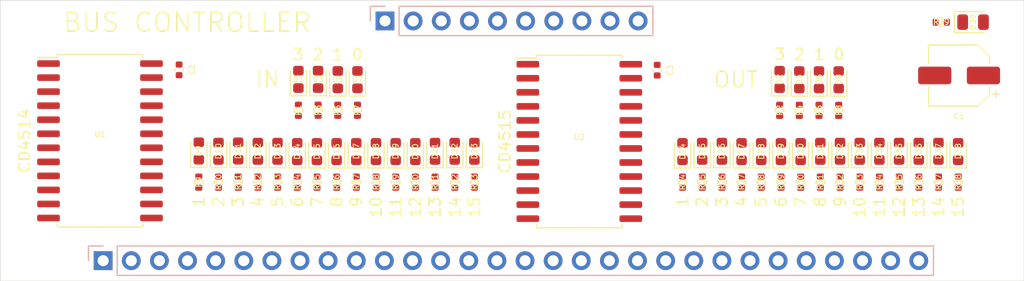
<source format=kicad_pcb>
(kicad_pcb (version 20171130) (host pcbnew "(5.1.10-1-10_14)")

  (general
    (thickness 1.6)
    (drawings 48)
    (tracks 0)
    (zones 0)
    (modules 85)
    (nets 82)
  )

  (page A4)
  (layers
    (0 F.Cu signal)
    (31 B.Cu signal)
    (32 B.Adhes user)
    (33 F.Adhes user)
    (34 B.Paste user)
    (35 F.Paste user)
    (36 B.SilkS user)
    (37 F.SilkS user)
    (38 B.Mask user)
    (39 F.Mask user)
    (40 Dwgs.User user)
    (41 Cmts.User user)
    (42 Eco1.User user)
    (43 Eco2.User user)
    (44 Edge.Cuts user)
    (45 Margin user)
    (46 B.CrtYd user)
    (47 F.CrtYd user)
    (48 B.Fab user)
    (49 F.Fab user hide)
  )

  (setup
    (last_trace_width 0.25)
    (user_trace_width 0.2)
    (user_trace_width 0.5)
    (trace_clearance 0.2)
    (zone_clearance 0.508)
    (zone_45_only no)
    (trace_min 0.2)
    (via_size 0.8)
    (via_drill 0.4)
    (via_min_size 0.4)
    (via_min_drill 0.3)
    (uvia_size 0.3)
    (uvia_drill 0.1)
    (uvias_allowed no)
    (uvia_min_size 0.2)
    (uvia_min_drill 0.1)
    (edge_width 0.05)
    (segment_width 0.2)
    (pcb_text_width 0.3)
    (pcb_text_size 1.5 1.5)
    (mod_edge_width 0.12)
    (mod_text_size 1 1)
    (mod_text_width 0.15)
    (pad_size 1.524 1.524)
    (pad_drill 0.762)
    (pad_to_mask_clearance 0)
    (aux_axis_origin 0 0)
    (visible_elements FFFFFF7F)
    (pcbplotparams
      (layerselection 0x010fc_ffffffff)
      (usegerberextensions false)
      (usegerberattributes true)
      (usegerberadvancedattributes true)
      (creategerberjobfile true)
      (excludeedgelayer true)
      (linewidth 0.100000)
      (plotframeref false)
      (viasonmask false)
      (mode 1)
      (useauxorigin false)
      (hpglpennumber 1)
      (hpglpenspeed 20)
      (hpglpendiameter 15.000000)
      (psnegative false)
      (psa4output false)
      (plotreference true)
      (plotvalue true)
      (plotinvisibletext false)
      (padsonsilk false)
      (subtractmaskfromsilk false)
      (outputformat 1)
      (mirror false)
      (drillshape 1)
      (scaleselection 1)
      (outputdirectory ""))
  )

  (net 0 "")
  (net 1 GND)
  (net 2 VCC)
  (net 3 "Net-(D1-Pad1)")
  (net 4 "Net-(D2-Pad1)")
  (net 5 "Net-(U1-Pad11)")
  (net 6 IS3)
  (net 7 OS3)
  (net 8 IS2)
  (net 9 "Net-(D3-Pad1)")
  (net 10 OS2)
  (net 11 "Net-(D4-Pad1)")
  (net 12 IS1)
  (net 13 "Net-(D5-Pad1)")
  (net 14 OS1)
  (net 15 "Net-(D6-Pad1)")
  (net 16 IS0)
  (net 17 "Net-(D7-Pad1)")
  (net 18 OS0)
  (net 19 "Net-(D8-Pad1)")
  (net 20 "Net-(D9-Pad1)")
  (net 21 O1)
  (net 22 O2)
  (net 23 O3)
  (net 24 O4)
  (net 25 O5)
  (net 26 O6)
  (net 27 O7)
  (net 28 O8)
  (net 29 O9)
  (net 30 O10)
  (net 31 O11)
  (net 32 O12)
  (net 33 O13)
  (net 34 O14)
  (net 35 O15)
  (net 36 I1)
  (net 37 I2)
  (net 38 I3)
  (net 39 I4)
  (net 40 I5)
  (net 41 I6)
  (net 42 I7)
  (net 43 I8)
  (net 44 I9)
  (net 45 I10)
  (net 46 I11)
  (net 47 I12)
  (net 48 I13)
  (net 49 I14)
  (net 50 I15)
  (net 51 "Net-(U2-Pad11)")
  (net 52 "Net-(D10-Pad1)")
  (net 53 "Net-(D11-Pad1)")
  (net 54 "Net-(D12-Pad1)")
  (net 55 "Net-(D13-Pad1)")
  (net 56 "Net-(D14-Pad1)")
  (net 57 "Net-(D15-Pad1)")
  (net 58 "Net-(D16-Pad1)")
  (net 59 "Net-(D17-Pad1)")
  (net 60 "Net-(D18-Pad1)")
  (net 61 "Net-(D19-Pad1)")
  (net 62 "Net-(D20-Pad1)")
  (net 63 "Net-(D21-Pad1)")
  (net 64 "Net-(D22-Pad1)")
  (net 65 "Net-(D23-Pad1)")
  (net 66 "Net-(D24-Pad1)")
  (net 67 "Net-(D25-Pad1)")
  (net 68 "Net-(D26-Pad1)")
  (net 69 "Net-(D27-Pad1)")
  (net 70 "Net-(D28-Pad1)")
  (net 71 "Net-(D29-Pad1)")
  (net 72 "Net-(D30-Pad1)")
  (net 73 "Net-(D31-Pad1)")
  (net 74 "Net-(D32-Pad1)")
  (net 75 "Net-(D33-Pad1)")
  (net 76 "Net-(D34-Pad1)")
  (net 77 "Net-(D35-Pad1)")
  (net 78 "Net-(D36-Pad1)")
  (net 79 "Net-(D37-Pad1)")
  (net 80 "Net-(D38-Pad1)")
  (net 81 "Net-(D39-Pad1)")

  (net_class Default "This is the default net class."
    (clearance 0.2)
    (trace_width 0.25)
    (via_dia 0.8)
    (via_drill 0.4)
    (uvia_dia 0.3)
    (uvia_drill 0.1)
    (add_net GND)
    (add_net I1)
    (add_net I10)
    (add_net I11)
    (add_net I12)
    (add_net I13)
    (add_net I14)
    (add_net I15)
    (add_net I2)
    (add_net I3)
    (add_net I4)
    (add_net I5)
    (add_net I6)
    (add_net I7)
    (add_net I8)
    (add_net I9)
    (add_net IS0)
    (add_net IS1)
    (add_net IS2)
    (add_net IS3)
    (add_net "Net-(D1-Pad1)")
    (add_net "Net-(D10-Pad1)")
    (add_net "Net-(D11-Pad1)")
    (add_net "Net-(D12-Pad1)")
    (add_net "Net-(D13-Pad1)")
    (add_net "Net-(D14-Pad1)")
    (add_net "Net-(D15-Pad1)")
    (add_net "Net-(D16-Pad1)")
    (add_net "Net-(D17-Pad1)")
    (add_net "Net-(D18-Pad1)")
    (add_net "Net-(D19-Pad1)")
    (add_net "Net-(D2-Pad1)")
    (add_net "Net-(D20-Pad1)")
    (add_net "Net-(D21-Pad1)")
    (add_net "Net-(D22-Pad1)")
    (add_net "Net-(D23-Pad1)")
    (add_net "Net-(D24-Pad1)")
    (add_net "Net-(D25-Pad1)")
    (add_net "Net-(D26-Pad1)")
    (add_net "Net-(D27-Pad1)")
    (add_net "Net-(D28-Pad1)")
    (add_net "Net-(D29-Pad1)")
    (add_net "Net-(D3-Pad1)")
    (add_net "Net-(D30-Pad1)")
    (add_net "Net-(D31-Pad1)")
    (add_net "Net-(D32-Pad1)")
    (add_net "Net-(D33-Pad1)")
    (add_net "Net-(D34-Pad1)")
    (add_net "Net-(D35-Pad1)")
    (add_net "Net-(D36-Pad1)")
    (add_net "Net-(D37-Pad1)")
    (add_net "Net-(D38-Pad1)")
    (add_net "Net-(D39-Pad1)")
    (add_net "Net-(D4-Pad1)")
    (add_net "Net-(D5-Pad1)")
    (add_net "Net-(D6-Pad1)")
    (add_net "Net-(D7-Pad1)")
    (add_net "Net-(D8-Pad1)")
    (add_net "Net-(D9-Pad1)")
    (add_net "Net-(U1-Pad11)")
    (add_net "Net-(U2-Pad11)")
    (add_net O1)
    (add_net O10)
    (add_net O11)
    (add_net O12)
    (add_net O13)
    (add_net O14)
    (add_net O15)
    (add_net O2)
    (add_net O3)
    (add_net O4)
    (add_net O5)
    (add_net O6)
    (add_net O7)
    (add_net O8)
    (add_net O9)
    (add_net OS0)
    (add_net OS1)
    (add_net OS2)
    (add_net OS3)
    (add_net VCC)
  )

  (module Resistor_SMD:R_0402_1005Metric (layer F.Cu) (tedit 5F68FEEE) (tstamp 613BF361)
    (at 187.706 110.998 180)
    (descr "Resistor SMD 0402 (1005 Metric), square (rectangular) end terminal, IPC_7351 nominal, (Body size source: IPC-SM-782 page 72, https://www.pcb-3d.com/wordpress/wp-content/uploads/ipc-sm-782a_amendment_1_and_2.pdf), generated with kicad-footprint-generator")
    (tags resistor)
    (path /615D30D0)
    (attr smd)
    (fp_text reference R39 (at 0 0.017) (layer F.SilkS)
      (effects (font (size 0.5 0.5) (thickness 0.08)))
    )
    (fp_text value 0402WGF1001TCE (at 0 1.17) (layer F.Fab)
      (effects (font (size 1 1) (thickness 0.15)))
    )
    (fp_line (start 0.93 0.47) (end -0.93 0.47) (layer F.CrtYd) (width 0.05))
    (fp_line (start 0.93 -0.47) (end 0.93 0.47) (layer F.CrtYd) (width 0.05))
    (fp_line (start -0.93 -0.47) (end 0.93 -0.47) (layer F.CrtYd) (width 0.05))
    (fp_line (start -0.93 0.47) (end -0.93 -0.47) (layer F.CrtYd) (width 0.05))
    (fp_line (start -0.153641 0.38) (end 0.153641 0.38) (layer F.SilkS) (width 0.12))
    (fp_line (start -0.153641 -0.38) (end 0.153641 -0.38) (layer F.SilkS) (width 0.12))
    (fp_line (start 0.525 0.27) (end -0.525 0.27) (layer F.Fab) (width 0.1))
    (fp_line (start 0.525 -0.27) (end 0.525 0.27) (layer F.Fab) (width 0.1))
    (fp_line (start -0.525 -0.27) (end 0.525 -0.27) (layer F.Fab) (width 0.1))
    (fp_line (start -0.525 0.27) (end -0.525 -0.27) (layer F.Fab) (width 0.1))
    (fp_text user %R (at 0 0) (layer F.Fab)
      (effects (font (size 0.26 0.26) (thickness 0.04)))
    )
    (pad 2 smd roundrect (at 0.51 0 180) (size 0.54 0.64) (layers F.Cu F.Paste F.Mask) (roundrect_rratio 0.25)
      (net 1 GND))
    (pad 1 smd roundrect (at -0.51 0 180) (size 0.54 0.64) (layers F.Cu F.Paste F.Mask) (roundrect_rratio 0.25)
      (net 81 "Net-(D39-Pad1)"))
    (model ${KISYS3DMOD}/Resistor_SMD.3dshapes/R_0402_1005Metric.wrl
      (at (xyz 0 0 0))
      (scale (xyz 1 1 1))
      (rotate (xyz 0 0 0))
    )
  )

  (module LED_SMD:LED_0805_2012Metric (layer F.Cu) (tedit 5F68FEF1) (tstamp 613BEDF4)
    (at 190.5785 110.998)
    (descr "LED SMD 0805 (2012 Metric), square (rectangular) end terminal, IPC_7351 nominal, (Body size source: https://docs.google.com/spreadsheets/d/1BsfQQcO9C6DZCsRaXUlFlo91Tg2WpOkGARC1WS5S8t0/edit?usp=sharing), generated with kicad-footprint-generator")
    (tags LED)
    (path /615D30DC)
    (attr smd)
    (fp_text reference D39 (at 0 0 90) (layer F.SilkS)
      (effects (font (size 0.5 0.5) (thickness 0.08)))
    )
    (fp_text value NCD0805R1 (at 0 1.65) (layer F.Fab)
      (effects (font (size 1 1) (thickness 0.15)))
    )
    (fp_line (start 1.68 0.95) (end -1.68 0.95) (layer F.CrtYd) (width 0.05))
    (fp_line (start 1.68 -0.95) (end 1.68 0.95) (layer F.CrtYd) (width 0.05))
    (fp_line (start -1.68 -0.95) (end 1.68 -0.95) (layer F.CrtYd) (width 0.05))
    (fp_line (start -1.68 0.95) (end -1.68 -0.95) (layer F.CrtYd) (width 0.05))
    (fp_line (start -1.685 0.96) (end 1 0.96) (layer F.SilkS) (width 0.12))
    (fp_line (start -1.685 -0.96) (end -1.685 0.96) (layer F.SilkS) (width 0.12))
    (fp_line (start 1 -0.96) (end -1.685 -0.96) (layer F.SilkS) (width 0.12))
    (fp_line (start 1 0.6) (end 1 -0.6) (layer F.Fab) (width 0.1))
    (fp_line (start -1 0.6) (end 1 0.6) (layer F.Fab) (width 0.1))
    (fp_line (start -1 -0.3) (end -1 0.6) (layer F.Fab) (width 0.1))
    (fp_line (start -0.7 -0.6) (end -1 -0.3) (layer F.Fab) (width 0.1))
    (fp_line (start 1 -0.6) (end -0.7 -0.6) (layer F.Fab) (width 0.1))
    (fp_text user %R (at 0 0) (layer F.Fab)
      (effects (font (size 0.5 0.5) (thickness 0.08)))
    )
    (pad 2 smd roundrect (at 0.9375 0) (size 0.975 1.4) (layers F.Cu F.Paste F.Mask) (roundrect_rratio 0.25)
      (net 2 VCC))
    (pad 1 smd roundrect (at -0.9375 0) (size 0.975 1.4) (layers F.Cu F.Paste F.Mask) (roundrect_rratio 0.25)
      (net 81 "Net-(D39-Pad1)"))
    (model ${KISYS3DMOD}/LED_SMD.3dshapes/LED_0805_2012Metric.wrl
      (at (xyz 0 0 0))
      (scale (xyz 1 1 1))
      (rotate (xyz 0 0 0))
    )
  )

  (module Connector_PinHeader_2.54mm:PinHeader_1x10_P2.54mm_Vertical (layer B.Cu) (tedit 59FED5CC) (tstamp 613B89A0)
    (at 137.47 110.89 270)
    (descr "Through hole straight pin header, 1x10, 2.54mm pitch, single row")
    (tags "Through hole pin header THT 1x10 2.54mm single row")
    (path /6158BE92)
    (fp_text reference J2 (at 0 2.33 270) (layer B.SilkS) hide
      (effects (font (size 1 1) (thickness 0.15)) (justify mirror))
    )
    (fp_text value Conn_01x10 (at 0 -25.19 270) (layer B.Fab) hide
      (effects (font (size 1 1) (thickness 0.15)) (justify mirror))
    )
    (fp_line (start 1.8 1.8) (end -1.8 1.8) (layer B.CrtYd) (width 0.05))
    (fp_line (start 1.8 -24.65) (end 1.8 1.8) (layer B.CrtYd) (width 0.05))
    (fp_line (start -1.8 -24.65) (end 1.8 -24.65) (layer B.CrtYd) (width 0.05))
    (fp_line (start -1.8 1.8) (end -1.8 -24.65) (layer B.CrtYd) (width 0.05))
    (fp_line (start -1.33 1.33) (end 0 1.33) (layer B.SilkS) (width 0.12))
    (fp_line (start -1.33 0) (end -1.33 1.33) (layer B.SilkS) (width 0.12))
    (fp_line (start -1.33 -1.27) (end 1.33 -1.27) (layer B.SilkS) (width 0.12))
    (fp_line (start 1.33 -1.27) (end 1.33 -24.19) (layer B.SilkS) (width 0.12))
    (fp_line (start -1.33 -1.27) (end -1.33 -24.19) (layer B.SilkS) (width 0.12))
    (fp_line (start -1.33 -24.19) (end 1.33 -24.19) (layer B.SilkS) (width 0.12))
    (fp_line (start -1.27 0.635) (end -0.635 1.27) (layer B.Fab) (width 0.1))
    (fp_line (start -1.27 -24.13) (end -1.27 0.635) (layer B.Fab) (width 0.1))
    (fp_line (start 1.27 -24.13) (end -1.27 -24.13) (layer B.Fab) (width 0.1))
    (fp_line (start 1.27 1.27) (end 1.27 -24.13) (layer B.Fab) (width 0.1))
    (fp_line (start -0.635 1.27) (end 1.27 1.27) (layer B.Fab) (width 0.1))
    (fp_text user %R (at 0 -11.43) (layer B.Fab) hide
      (effects (font (size 1 1) (thickness 0.15)) (justify mirror))
    )
    (pad 10 thru_hole oval (at 0 -22.86 270) (size 1.7 1.7) (drill 1) (layers *.Cu *.Mask)
      (net 2 VCC))
    (pad 9 thru_hole oval (at 0 -20.32 270) (size 1.7 1.7) (drill 1) (layers *.Cu *.Mask)
      (net 1 GND))
    (pad 8 thru_hole oval (at 0 -17.78 270) (size 1.7 1.7) (drill 1) (layers *.Cu *.Mask)
      (net 7 OS3))
    (pad 7 thru_hole oval (at 0 -15.24 270) (size 1.7 1.7) (drill 1) (layers *.Cu *.Mask)
      (net 10 OS2))
    (pad 6 thru_hole oval (at 0 -12.7 270) (size 1.7 1.7) (drill 1) (layers *.Cu *.Mask)
      (net 14 OS1))
    (pad 5 thru_hole oval (at 0 -10.16 270) (size 1.7 1.7) (drill 1) (layers *.Cu *.Mask)
      (net 18 OS0))
    (pad 4 thru_hole oval (at 0 -7.62 270) (size 1.7 1.7) (drill 1) (layers *.Cu *.Mask)
      (net 6 IS3))
    (pad 3 thru_hole oval (at 0 -5.08 270) (size 1.7 1.7) (drill 1) (layers *.Cu *.Mask)
      (net 8 IS2))
    (pad 2 thru_hole oval (at 0 -2.54 270) (size 1.7 1.7) (drill 1) (layers *.Cu *.Mask)
      (net 12 IS1))
    (pad 1 thru_hole rect (at 0 0 270) (size 1.7 1.7) (drill 1) (layers *.Cu *.Mask)
      (net 16 IS0))
    (model ${KISYS3DMOD}/Connector_PinHeader_2.54mm.3dshapes/PinHeader_1x10_P2.54mm_Vertical.wrl
      (at (xyz 0 0 0))
      (scale (xyz 1 1 1))
      (rotate (xyz 0 0 0))
    )
  )

  (module Connector_PinHeader_2.54mm:PinHeader_1x30_P2.54mm_Vertical (layer B.Cu) (tedit 59FED5CC) (tstamp 613B8982)
    (at 112.014 132.58 270)
    (descr "Through hole straight pin header, 1x30, 2.54mm pitch, single row")
    (tags "Through hole pin header THT 1x30 2.54mm single row")
    (path /613F3061)
    (fp_text reference J1 (at 0 2.33 270) (layer B.SilkS) hide
      (effects (font (size 1 1) (thickness 0.15)) (justify mirror))
    )
    (fp_text value Conn_01x30 (at 0 -75.99 270) (layer B.Fab) hide
      (effects (font (size 1 1) (thickness 0.15)) (justify mirror))
    )
    (fp_line (start 1.8 1.8) (end -1.8 1.8) (layer B.CrtYd) (width 0.05))
    (fp_line (start 1.8 -75.45) (end 1.8 1.8) (layer B.CrtYd) (width 0.05))
    (fp_line (start -1.8 -75.45) (end 1.8 -75.45) (layer B.CrtYd) (width 0.05))
    (fp_line (start -1.8 1.8) (end -1.8 -75.45) (layer B.CrtYd) (width 0.05))
    (fp_line (start -1.33 1.33) (end 0 1.33) (layer B.SilkS) (width 0.12))
    (fp_line (start -1.33 0) (end -1.33 1.33) (layer B.SilkS) (width 0.12))
    (fp_line (start -1.33 -1.27) (end 1.33 -1.27) (layer B.SilkS) (width 0.12))
    (fp_line (start 1.33 -1.27) (end 1.33 -74.99) (layer B.SilkS) (width 0.12))
    (fp_line (start -1.33 -1.27) (end -1.33 -74.99) (layer B.SilkS) (width 0.12))
    (fp_line (start -1.33 -74.99) (end 1.33 -74.99) (layer B.SilkS) (width 0.12))
    (fp_line (start -1.27 0.635) (end -0.635 1.27) (layer B.Fab) (width 0.1))
    (fp_line (start -1.27 -74.93) (end -1.27 0.635) (layer B.Fab) (width 0.1))
    (fp_line (start 1.27 -74.93) (end -1.27 -74.93) (layer B.Fab) (width 0.1))
    (fp_line (start 1.27 1.27) (end 1.27 -74.93) (layer B.Fab) (width 0.1))
    (fp_line (start -0.635 1.27) (end 1.27 1.27) (layer B.Fab) (width 0.1))
    (fp_text user %R (at 0 -36.83) (layer B.Fab) hide
      (effects (font (size 1 1) (thickness 0.15)) (justify mirror))
    )
    (pad 30 thru_hole oval (at 0 -73.66 270) (size 1.7 1.7) (drill 1) (layers *.Cu *.Mask)
      (net 35 O15))
    (pad 29 thru_hole oval (at 0 -71.12 270) (size 1.7 1.7) (drill 1) (layers *.Cu *.Mask)
      (net 34 O14))
    (pad 28 thru_hole oval (at 0 -68.58 270) (size 1.7 1.7) (drill 1) (layers *.Cu *.Mask)
      (net 33 O13))
    (pad 27 thru_hole oval (at 0 -66.04 270) (size 1.7 1.7) (drill 1) (layers *.Cu *.Mask)
      (net 32 O12))
    (pad 26 thru_hole oval (at 0 -63.5 270) (size 1.7 1.7) (drill 1) (layers *.Cu *.Mask)
      (net 31 O11))
    (pad 25 thru_hole oval (at 0 -60.96 270) (size 1.7 1.7) (drill 1) (layers *.Cu *.Mask)
      (net 30 O10))
    (pad 24 thru_hole oval (at 0 -58.42 270) (size 1.7 1.7) (drill 1) (layers *.Cu *.Mask)
      (net 29 O9))
    (pad 23 thru_hole oval (at 0 -55.88 270) (size 1.7 1.7) (drill 1) (layers *.Cu *.Mask)
      (net 28 O8))
    (pad 22 thru_hole oval (at 0 -53.34 270) (size 1.7 1.7) (drill 1) (layers *.Cu *.Mask)
      (net 27 O7))
    (pad 21 thru_hole oval (at 0 -50.8 270) (size 1.7 1.7) (drill 1) (layers *.Cu *.Mask)
      (net 26 O6))
    (pad 20 thru_hole oval (at 0 -48.26 270) (size 1.7 1.7) (drill 1) (layers *.Cu *.Mask)
      (net 25 O5))
    (pad 19 thru_hole oval (at 0 -45.72 270) (size 1.7 1.7) (drill 1) (layers *.Cu *.Mask)
      (net 24 O4))
    (pad 18 thru_hole oval (at 0 -43.18 270) (size 1.7 1.7) (drill 1) (layers *.Cu *.Mask)
      (net 23 O3))
    (pad 17 thru_hole oval (at 0 -40.64 270) (size 1.7 1.7) (drill 1) (layers *.Cu *.Mask)
      (net 22 O2))
    (pad 16 thru_hole oval (at 0 -38.1 270) (size 1.7 1.7) (drill 1) (layers *.Cu *.Mask)
      (net 21 O1))
    (pad 15 thru_hole oval (at 0 -35.56 270) (size 1.7 1.7) (drill 1) (layers *.Cu *.Mask)
      (net 50 I15))
    (pad 14 thru_hole oval (at 0 -33.02 270) (size 1.7 1.7) (drill 1) (layers *.Cu *.Mask)
      (net 49 I14))
    (pad 13 thru_hole oval (at 0 -30.48 270) (size 1.7 1.7) (drill 1) (layers *.Cu *.Mask)
      (net 48 I13))
    (pad 12 thru_hole oval (at 0 -27.94 270) (size 1.7 1.7) (drill 1) (layers *.Cu *.Mask)
      (net 47 I12))
    (pad 11 thru_hole oval (at 0 -25.4 270) (size 1.7 1.7) (drill 1) (layers *.Cu *.Mask)
      (net 46 I11))
    (pad 10 thru_hole oval (at 0 -22.86 270) (size 1.7 1.7) (drill 1) (layers *.Cu *.Mask)
      (net 45 I10))
    (pad 9 thru_hole oval (at 0 -20.32 270) (size 1.7 1.7) (drill 1) (layers *.Cu *.Mask)
      (net 44 I9))
    (pad 8 thru_hole oval (at 0 -17.78 270) (size 1.7 1.7) (drill 1) (layers *.Cu *.Mask)
      (net 43 I8))
    (pad 7 thru_hole oval (at 0 -15.24 270) (size 1.7 1.7) (drill 1) (layers *.Cu *.Mask)
      (net 42 I7))
    (pad 6 thru_hole oval (at 0 -12.7 270) (size 1.7 1.7) (drill 1) (layers *.Cu *.Mask)
      (net 41 I6))
    (pad 5 thru_hole oval (at 0 -10.16 270) (size 1.7 1.7) (drill 1) (layers *.Cu *.Mask)
      (net 40 I5))
    (pad 4 thru_hole oval (at 0 -7.62 270) (size 1.7 1.7) (drill 1) (layers *.Cu *.Mask)
      (net 39 I4))
    (pad 3 thru_hole oval (at 0 -5.08 270) (size 1.7 1.7) (drill 1) (layers *.Cu *.Mask)
      (net 38 I3))
    (pad 2 thru_hole oval (at 0 -2.54 270) (size 1.7 1.7) (drill 1) (layers *.Cu *.Mask)
      (net 37 I2))
    (pad 1 thru_hole rect (at 0 0 270) (size 1.7 1.7) (drill 1) (layers *.Cu *.Mask)
      (net 36 I1))
    (model ${KISYS3DMOD}/Connector_PinHeader_2.54mm.3dshapes/PinHeader_1x30_P2.54mm_Vertical.wrl
      (at (xyz 0 0 0))
      (scale (xyz 1 1 1))
      (rotate (xyz 0 0 0))
    )
  )

  (module Resistor_SMD:R_0402_1005Metric (layer F.Cu) (tedit 5F68FEEE) (tstamp 613B9D32)
    (at 189.23 125.476 270)
    (descr "Resistor SMD 0402 (1005 Metric), square (rectangular) end terminal, IPC_7351 nominal, (Body size source: IPC-SM-782 page 72, https://www.pcb-3d.com/wordpress/wp-content/uploads/ipc-sm-782a_amendment_1_and_2.pdf), generated with kicad-footprint-generator")
    (tags resistor)
    (path /6150AC1A)
    (attr smd)
    (fp_text reference R38 (at 0 0 90) (layer F.SilkS)
      (effects (font (size 0.5 0.5) (thickness 0.08)))
    )
    (fp_text value 0402WGF1001TCE (at 0 1.17 90) (layer F.Fab)
      (effects (font (size 1 1) (thickness 0.15)))
    )
    (fp_line (start 0.93 0.47) (end -0.93 0.47) (layer F.CrtYd) (width 0.05))
    (fp_line (start 0.93 -0.47) (end 0.93 0.47) (layer F.CrtYd) (width 0.05))
    (fp_line (start -0.93 -0.47) (end 0.93 -0.47) (layer F.CrtYd) (width 0.05))
    (fp_line (start -0.93 0.47) (end -0.93 -0.47) (layer F.CrtYd) (width 0.05))
    (fp_line (start -0.153641 0.38) (end 0.153641 0.38) (layer F.SilkS) (width 0.12))
    (fp_line (start -0.153641 -0.38) (end 0.153641 -0.38) (layer F.SilkS) (width 0.12))
    (fp_line (start 0.525 0.27) (end -0.525 0.27) (layer F.Fab) (width 0.1))
    (fp_line (start 0.525 -0.27) (end 0.525 0.27) (layer F.Fab) (width 0.1))
    (fp_line (start -0.525 -0.27) (end 0.525 -0.27) (layer F.Fab) (width 0.1))
    (fp_line (start -0.525 0.27) (end -0.525 -0.27) (layer F.Fab) (width 0.1))
    (fp_text user %R (at 0 0 90) (layer F.Fab)
      (effects (font (size 0.26 0.26) (thickness 0.04)))
    )
    (pad 2 smd roundrect (at 0.51 0 270) (size 0.54 0.64) (layers F.Cu F.Paste F.Mask) (roundrect_rratio 0.25)
      (net 1 GND))
    (pad 1 smd roundrect (at -0.51 0 270) (size 0.54 0.64) (layers F.Cu F.Paste F.Mask) (roundrect_rratio 0.25)
      (net 80 "Net-(D38-Pad1)"))
    (model ${KISYS3DMOD}/Resistor_SMD.3dshapes/R_0402_1005Metric.wrl
      (at (xyz 0 0 0))
      (scale (xyz 1 1 1))
      (rotate (xyz 0 0 0))
    )
  )

  (module Resistor_SMD:R_0402_1005Metric (layer F.Cu) (tedit 5F68FEEE) (tstamp 613B9D62)
    (at 187.452 125.474 270)
    (descr "Resistor SMD 0402 (1005 Metric), square (rectangular) end terminal, IPC_7351 nominal, (Body size source: IPC-SM-782 page 72, https://www.pcb-3d.com/wordpress/wp-content/uploads/ipc-sm-782a_amendment_1_and_2.pdf), generated with kicad-footprint-generator")
    (tags resistor)
    (path /6150ABF8)
    (attr smd)
    (fp_text reference R37 (at 0.002 0 90) (layer F.SilkS)
      (effects (font (size 0.5 0.5) (thickness 0.08)))
    )
    (fp_text value 0402WGF1001TCE (at 0 1.17 90) (layer F.Fab)
      (effects (font (size 1 1) (thickness 0.15)))
    )
    (fp_line (start 0.93 0.47) (end -0.93 0.47) (layer F.CrtYd) (width 0.05))
    (fp_line (start 0.93 -0.47) (end 0.93 0.47) (layer F.CrtYd) (width 0.05))
    (fp_line (start -0.93 -0.47) (end 0.93 -0.47) (layer F.CrtYd) (width 0.05))
    (fp_line (start -0.93 0.47) (end -0.93 -0.47) (layer F.CrtYd) (width 0.05))
    (fp_line (start -0.153641 0.38) (end 0.153641 0.38) (layer F.SilkS) (width 0.12))
    (fp_line (start -0.153641 -0.38) (end 0.153641 -0.38) (layer F.SilkS) (width 0.12))
    (fp_line (start 0.525 0.27) (end -0.525 0.27) (layer F.Fab) (width 0.1))
    (fp_line (start 0.525 -0.27) (end 0.525 0.27) (layer F.Fab) (width 0.1))
    (fp_line (start -0.525 -0.27) (end 0.525 -0.27) (layer F.Fab) (width 0.1))
    (fp_line (start -0.525 0.27) (end -0.525 -0.27) (layer F.Fab) (width 0.1))
    (fp_text user %R (at 0 0 90) (layer F.Fab)
      (effects (font (size 0.26 0.26) (thickness 0.04)))
    )
    (pad 2 smd roundrect (at 0.51 0 270) (size 0.54 0.64) (layers F.Cu F.Paste F.Mask) (roundrect_rratio 0.25)
      (net 1 GND))
    (pad 1 smd roundrect (at -0.51 0 270) (size 0.54 0.64) (layers F.Cu F.Paste F.Mask) (roundrect_rratio 0.25)
      (net 79 "Net-(D37-Pad1)"))
    (model ${KISYS3DMOD}/Resistor_SMD.3dshapes/R_0402_1005Metric.wrl
      (at (xyz 0 0 0))
      (scale (xyz 1 1 1))
      (rotate (xyz 0 0 0))
    )
  )

  (module Resistor_SMD:R_0402_1005Metric (layer F.Cu) (tedit 5F68FEEE) (tstamp 613B9AC2)
    (at 185.674 125.474 270)
    (descr "Resistor SMD 0402 (1005 Metric), square (rectangular) end terminal, IPC_7351 nominal, (Body size source: IPC-SM-782 page 72, https://www.pcb-3d.com/wordpress/wp-content/uploads/ipc-sm-782a_amendment_1_and_2.pdf), generated with kicad-footprint-generator")
    (tags resistor)
    (path /6150ABD6)
    (attr smd)
    (fp_text reference R36 (at 0.002 0 90) (layer F.SilkS)
      (effects (font (size 0.5 0.5) (thickness 0.08)))
    )
    (fp_text value 0402WGF1001TCE (at 0 1.17 90) (layer F.Fab)
      (effects (font (size 1 1) (thickness 0.15)))
    )
    (fp_line (start 0.93 0.47) (end -0.93 0.47) (layer F.CrtYd) (width 0.05))
    (fp_line (start 0.93 -0.47) (end 0.93 0.47) (layer F.CrtYd) (width 0.05))
    (fp_line (start -0.93 -0.47) (end 0.93 -0.47) (layer F.CrtYd) (width 0.05))
    (fp_line (start -0.93 0.47) (end -0.93 -0.47) (layer F.CrtYd) (width 0.05))
    (fp_line (start -0.153641 0.38) (end 0.153641 0.38) (layer F.SilkS) (width 0.12))
    (fp_line (start -0.153641 -0.38) (end 0.153641 -0.38) (layer F.SilkS) (width 0.12))
    (fp_line (start 0.525 0.27) (end -0.525 0.27) (layer F.Fab) (width 0.1))
    (fp_line (start 0.525 -0.27) (end 0.525 0.27) (layer F.Fab) (width 0.1))
    (fp_line (start -0.525 -0.27) (end 0.525 -0.27) (layer F.Fab) (width 0.1))
    (fp_line (start -0.525 0.27) (end -0.525 -0.27) (layer F.Fab) (width 0.1))
    (fp_text user %R (at 0 0 90) (layer F.Fab)
      (effects (font (size 0.26 0.26) (thickness 0.04)))
    )
    (pad 2 smd roundrect (at 0.51 0 270) (size 0.54 0.64) (layers F.Cu F.Paste F.Mask) (roundrect_rratio 0.25)
      (net 1 GND))
    (pad 1 smd roundrect (at -0.51 0 270) (size 0.54 0.64) (layers F.Cu F.Paste F.Mask) (roundrect_rratio 0.25)
      (net 78 "Net-(D36-Pad1)"))
    (model ${KISYS3DMOD}/Resistor_SMD.3dshapes/R_0402_1005Metric.wrl
      (at (xyz 0 0 0))
      (scale (xyz 1 1 1))
      (rotate (xyz 0 0 0))
    )
  )

  (module Resistor_SMD:R_0402_1005Metric (layer F.Cu) (tedit 5F68FEEE) (tstamp 613B9AF2)
    (at 183.896 125.474 270)
    (descr "Resistor SMD 0402 (1005 Metric), square (rectangular) end terminal, IPC_7351 nominal, (Body size source: IPC-SM-782 page 72, https://www.pcb-3d.com/wordpress/wp-content/uploads/ipc-sm-782a_amendment_1_and_2.pdf), generated with kicad-footprint-generator")
    (tags resistor)
    (path /6150ABB4)
    (attr smd)
    (fp_text reference R35 (at 0.002 0 90) (layer F.SilkS)
      (effects (font (size 0.5 0.5) (thickness 0.08)))
    )
    (fp_text value 0402WGF1001TCE (at 0 1.17 90) (layer F.Fab)
      (effects (font (size 1 1) (thickness 0.15)))
    )
    (fp_line (start 0.93 0.47) (end -0.93 0.47) (layer F.CrtYd) (width 0.05))
    (fp_line (start 0.93 -0.47) (end 0.93 0.47) (layer F.CrtYd) (width 0.05))
    (fp_line (start -0.93 -0.47) (end 0.93 -0.47) (layer F.CrtYd) (width 0.05))
    (fp_line (start -0.93 0.47) (end -0.93 -0.47) (layer F.CrtYd) (width 0.05))
    (fp_line (start -0.153641 0.38) (end 0.153641 0.38) (layer F.SilkS) (width 0.12))
    (fp_line (start -0.153641 -0.38) (end 0.153641 -0.38) (layer F.SilkS) (width 0.12))
    (fp_line (start 0.525 0.27) (end -0.525 0.27) (layer F.Fab) (width 0.1))
    (fp_line (start 0.525 -0.27) (end 0.525 0.27) (layer F.Fab) (width 0.1))
    (fp_line (start -0.525 -0.27) (end 0.525 -0.27) (layer F.Fab) (width 0.1))
    (fp_line (start -0.525 0.27) (end -0.525 -0.27) (layer F.Fab) (width 0.1))
    (fp_text user %R (at 0 0 90) (layer F.Fab)
      (effects (font (size 0.26 0.26) (thickness 0.04)))
    )
    (pad 2 smd roundrect (at 0.51 0 270) (size 0.54 0.64) (layers F.Cu F.Paste F.Mask) (roundrect_rratio 0.25)
      (net 1 GND))
    (pad 1 smd roundrect (at -0.51 0 270) (size 0.54 0.64) (layers F.Cu F.Paste F.Mask) (roundrect_rratio 0.25)
      (net 77 "Net-(D35-Pad1)"))
    (model ${KISYS3DMOD}/Resistor_SMD.3dshapes/R_0402_1005Metric.wrl
      (at (xyz 0 0 0))
      (scale (xyz 1 1 1))
      (rotate (xyz 0 0 0))
    )
  )

  (module Resistor_SMD:R_0402_1005Metric (layer F.Cu) (tedit 5F68FEEE) (tstamp 613B9B22)
    (at 182.118 125.478 270)
    (descr "Resistor SMD 0402 (1005 Metric), square (rectangular) end terminal, IPC_7351 nominal, (Body size source: IPC-SM-782 page 72, https://www.pcb-3d.com/wordpress/wp-content/uploads/ipc-sm-782a_amendment_1_and_2.pdf), generated with kicad-footprint-generator")
    (tags resistor)
    (path /6150AB92)
    (attr smd)
    (fp_text reference R34 (at 0 0 90) (layer F.SilkS)
      (effects (font (size 0.5 0.5) (thickness 0.08)))
    )
    (fp_text value 0402WGF1001TCE (at 0 1.17 90) (layer F.Fab)
      (effects (font (size 1 1) (thickness 0.15)))
    )
    (fp_line (start 0.93 0.47) (end -0.93 0.47) (layer F.CrtYd) (width 0.05))
    (fp_line (start 0.93 -0.47) (end 0.93 0.47) (layer F.CrtYd) (width 0.05))
    (fp_line (start -0.93 -0.47) (end 0.93 -0.47) (layer F.CrtYd) (width 0.05))
    (fp_line (start -0.93 0.47) (end -0.93 -0.47) (layer F.CrtYd) (width 0.05))
    (fp_line (start -0.153641 0.38) (end 0.153641 0.38) (layer F.SilkS) (width 0.12))
    (fp_line (start -0.153641 -0.38) (end 0.153641 -0.38) (layer F.SilkS) (width 0.12))
    (fp_line (start 0.525 0.27) (end -0.525 0.27) (layer F.Fab) (width 0.1))
    (fp_line (start 0.525 -0.27) (end 0.525 0.27) (layer F.Fab) (width 0.1))
    (fp_line (start -0.525 -0.27) (end 0.525 -0.27) (layer F.Fab) (width 0.1))
    (fp_line (start -0.525 0.27) (end -0.525 -0.27) (layer F.Fab) (width 0.1))
    (fp_text user %R (at 0 0 90) (layer F.Fab)
      (effects (font (size 0.26 0.26) (thickness 0.04)))
    )
    (pad 2 smd roundrect (at 0.51 0 270) (size 0.54 0.64) (layers F.Cu F.Paste F.Mask) (roundrect_rratio 0.25)
      (net 1 GND))
    (pad 1 smd roundrect (at -0.51 0 270) (size 0.54 0.64) (layers F.Cu F.Paste F.Mask) (roundrect_rratio 0.25)
      (net 76 "Net-(D34-Pad1)"))
    (model ${KISYS3DMOD}/Resistor_SMD.3dshapes/R_0402_1005Metric.wrl
      (at (xyz 0 0 0))
      (scale (xyz 1 1 1))
      (rotate (xyz 0 0 0))
    )
  )

  (module Resistor_SMD:R_0402_1005Metric (layer F.Cu) (tedit 5F68FEEE) (tstamp 613B9B52)
    (at 180.34 125.474 270)
    (descr "Resistor SMD 0402 (1005 Metric), square (rectangular) end terminal, IPC_7351 nominal, (Body size source: IPC-SM-782 page 72, https://www.pcb-3d.com/wordpress/wp-content/uploads/ipc-sm-782a_amendment_1_and_2.pdf), generated with kicad-footprint-generator")
    (tags resistor)
    (path /6150AB70)
    (attr smd)
    (fp_text reference R33 (at 0 0 90) (layer F.SilkS)
      (effects (font (size 0.5 0.5) (thickness 0.08)))
    )
    (fp_text value 0402WGF1001TCE (at 0 1.17 90) (layer F.Fab)
      (effects (font (size 1 1) (thickness 0.15)))
    )
    (fp_line (start 0.93 0.47) (end -0.93 0.47) (layer F.CrtYd) (width 0.05))
    (fp_line (start 0.93 -0.47) (end 0.93 0.47) (layer F.CrtYd) (width 0.05))
    (fp_line (start -0.93 -0.47) (end 0.93 -0.47) (layer F.CrtYd) (width 0.05))
    (fp_line (start -0.93 0.47) (end -0.93 -0.47) (layer F.CrtYd) (width 0.05))
    (fp_line (start -0.153641 0.38) (end 0.153641 0.38) (layer F.SilkS) (width 0.12))
    (fp_line (start -0.153641 -0.38) (end 0.153641 -0.38) (layer F.SilkS) (width 0.12))
    (fp_line (start 0.525 0.27) (end -0.525 0.27) (layer F.Fab) (width 0.1))
    (fp_line (start 0.525 -0.27) (end 0.525 0.27) (layer F.Fab) (width 0.1))
    (fp_line (start -0.525 -0.27) (end 0.525 -0.27) (layer F.Fab) (width 0.1))
    (fp_line (start -0.525 0.27) (end -0.525 -0.27) (layer F.Fab) (width 0.1))
    (fp_text user %R (at 0 0 90) (layer F.Fab)
      (effects (font (size 0.26 0.26) (thickness 0.04)))
    )
    (pad 2 smd roundrect (at 0.51 0 270) (size 0.54 0.64) (layers F.Cu F.Paste F.Mask) (roundrect_rratio 0.25)
      (net 1 GND))
    (pad 1 smd roundrect (at -0.51 0 270) (size 0.54 0.64) (layers F.Cu F.Paste F.Mask) (roundrect_rratio 0.25)
      (net 75 "Net-(D33-Pad1)"))
    (model ${KISYS3DMOD}/Resistor_SMD.3dshapes/R_0402_1005Metric.wrl
      (at (xyz 0 0 0))
      (scale (xyz 1 1 1))
      (rotate (xyz 0 0 0))
    )
  )

  (module Resistor_SMD:R_0402_1005Metric (layer F.Cu) (tedit 5F68FEEE) (tstamp 613B9B82)
    (at 178.562 125.476 270)
    (descr "Resistor SMD 0402 (1005 Metric), square (rectangular) end terminal, IPC_7351 nominal, (Body size source: IPC-SM-782 page 72, https://www.pcb-3d.com/wordpress/wp-content/uploads/ipc-sm-782a_amendment_1_and_2.pdf), generated with kicad-footprint-generator")
    (tags resistor)
    (path /6150AB4E)
    (attr smd)
    (fp_text reference R32 (at 0 0 90) (layer F.SilkS)
      (effects (font (size 0.5 0.5) (thickness 0.08)))
    )
    (fp_text value 0402WGF1001TCE (at 0 1.17 90) (layer F.Fab)
      (effects (font (size 1 1) (thickness 0.15)))
    )
    (fp_line (start 0.93 0.47) (end -0.93 0.47) (layer F.CrtYd) (width 0.05))
    (fp_line (start 0.93 -0.47) (end 0.93 0.47) (layer F.CrtYd) (width 0.05))
    (fp_line (start -0.93 -0.47) (end 0.93 -0.47) (layer F.CrtYd) (width 0.05))
    (fp_line (start -0.93 0.47) (end -0.93 -0.47) (layer F.CrtYd) (width 0.05))
    (fp_line (start -0.153641 0.38) (end 0.153641 0.38) (layer F.SilkS) (width 0.12))
    (fp_line (start -0.153641 -0.38) (end 0.153641 -0.38) (layer F.SilkS) (width 0.12))
    (fp_line (start 0.525 0.27) (end -0.525 0.27) (layer F.Fab) (width 0.1))
    (fp_line (start 0.525 -0.27) (end 0.525 0.27) (layer F.Fab) (width 0.1))
    (fp_line (start -0.525 -0.27) (end 0.525 -0.27) (layer F.Fab) (width 0.1))
    (fp_line (start -0.525 0.27) (end -0.525 -0.27) (layer F.Fab) (width 0.1))
    (fp_text user %R (at 0 0 90) (layer F.Fab)
      (effects (font (size 0.26 0.26) (thickness 0.04)))
    )
    (pad 2 smd roundrect (at 0.51 0 270) (size 0.54 0.64) (layers F.Cu F.Paste F.Mask) (roundrect_rratio 0.25)
      (net 1 GND))
    (pad 1 smd roundrect (at -0.51 0 270) (size 0.54 0.64) (layers F.Cu F.Paste F.Mask) (roundrect_rratio 0.25)
      (net 74 "Net-(D32-Pad1)"))
    (model ${KISYS3DMOD}/Resistor_SMD.3dshapes/R_0402_1005Metric.wrl
      (at (xyz 0 0 0))
      (scale (xyz 1 1 1))
      (rotate (xyz 0 0 0))
    )
  )

  (module Resistor_SMD:R_0402_1005Metric (layer F.Cu) (tedit 5F68FEEE) (tstamp 613B9BB2)
    (at 176.784 125.474 270)
    (descr "Resistor SMD 0402 (1005 Metric), square (rectangular) end terminal, IPC_7351 nominal, (Body size source: IPC-SM-782 page 72, https://www.pcb-3d.com/wordpress/wp-content/uploads/ipc-sm-782a_amendment_1_and_2.pdf), generated with kicad-footprint-generator")
    (tags resistor)
    (path /6150AB2C)
    (attr smd)
    (fp_text reference R31 (at 0 0 90) (layer F.SilkS)
      (effects (font (size 0.5 0.5) (thickness 0.08)))
    )
    (fp_text value 0402WGF1001TCE (at 0 1.17 90) (layer F.Fab)
      (effects (font (size 1 1) (thickness 0.15)))
    )
    (fp_line (start 0.93 0.47) (end -0.93 0.47) (layer F.CrtYd) (width 0.05))
    (fp_line (start 0.93 -0.47) (end 0.93 0.47) (layer F.CrtYd) (width 0.05))
    (fp_line (start -0.93 -0.47) (end 0.93 -0.47) (layer F.CrtYd) (width 0.05))
    (fp_line (start -0.93 0.47) (end -0.93 -0.47) (layer F.CrtYd) (width 0.05))
    (fp_line (start -0.153641 0.38) (end 0.153641 0.38) (layer F.SilkS) (width 0.12))
    (fp_line (start -0.153641 -0.38) (end 0.153641 -0.38) (layer F.SilkS) (width 0.12))
    (fp_line (start 0.525 0.27) (end -0.525 0.27) (layer F.Fab) (width 0.1))
    (fp_line (start 0.525 -0.27) (end 0.525 0.27) (layer F.Fab) (width 0.1))
    (fp_line (start -0.525 -0.27) (end 0.525 -0.27) (layer F.Fab) (width 0.1))
    (fp_line (start -0.525 0.27) (end -0.525 -0.27) (layer F.Fab) (width 0.1))
    (fp_text user %R (at 0 0 90) (layer F.Fab)
      (effects (font (size 0.26 0.26) (thickness 0.04)))
    )
    (pad 2 smd roundrect (at 0.51 0 270) (size 0.54 0.64) (layers F.Cu F.Paste F.Mask) (roundrect_rratio 0.25)
      (net 1 GND))
    (pad 1 smd roundrect (at -0.51 0 270) (size 0.54 0.64) (layers F.Cu F.Paste F.Mask) (roundrect_rratio 0.25)
      (net 73 "Net-(D31-Pad1)"))
    (model ${KISYS3DMOD}/Resistor_SMD.3dshapes/R_0402_1005Metric.wrl
      (at (xyz 0 0 0))
      (scale (xyz 1 1 1))
      (rotate (xyz 0 0 0))
    )
  )

  (module Resistor_SMD:R_0402_1005Metric (layer F.Cu) (tedit 5F68FEEE) (tstamp 613B9BE2)
    (at 175.006 125.478 270)
    (descr "Resistor SMD 0402 (1005 Metric), square (rectangular) end terminal, IPC_7351 nominal, (Body size source: IPC-SM-782 page 72, https://www.pcb-3d.com/wordpress/wp-content/uploads/ipc-sm-782a_amendment_1_and_2.pdf), generated with kicad-footprint-generator")
    (tags resistor)
    (path /6150AB0A)
    (attr smd)
    (fp_text reference R30 (at -0.002 0 90) (layer F.SilkS)
      (effects (font (size 0.5 0.5) (thickness 0.08)))
    )
    (fp_text value 0402WGF1001TCE (at 0 1.17 90) (layer F.Fab)
      (effects (font (size 1 1) (thickness 0.15)))
    )
    (fp_line (start 0.93 0.47) (end -0.93 0.47) (layer F.CrtYd) (width 0.05))
    (fp_line (start 0.93 -0.47) (end 0.93 0.47) (layer F.CrtYd) (width 0.05))
    (fp_line (start -0.93 -0.47) (end 0.93 -0.47) (layer F.CrtYd) (width 0.05))
    (fp_line (start -0.93 0.47) (end -0.93 -0.47) (layer F.CrtYd) (width 0.05))
    (fp_line (start -0.153641 0.38) (end 0.153641 0.38) (layer F.SilkS) (width 0.12))
    (fp_line (start -0.153641 -0.38) (end 0.153641 -0.38) (layer F.SilkS) (width 0.12))
    (fp_line (start 0.525 0.27) (end -0.525 0.27) (layer F.Fab) (width 0.1))
    (fp_line (start 0.525 -0.27) (end 0.525 0.27) (layer F.Fab) (width 0.1))
    (fp_line (start -0.525 -0.27) (end 0.525 -0.27) (layer F.Fab) (width 0.1))
    (fp_line (start -0.525 0.27) (end -0.525 -0.27) (layer F.Fab) (width 0.1))
    (fp_text user %R (at 0 0 90) (layer F.Fab)
      (effects (font (size 0.26 0.26) (thickness 0.04)))
    )
    (pad 2 smd roundrect (at 0.51 0 270) (size 0.54 0.64) (layers F.Cu F.Paste F.Mask) (roundrect_rratio 0.25)
      (net 1 GND))
    (pad 1 smd roundrect (at -0.51 0 270) (size 0.54 0.64) (layers F.Cu F.Paste F.Mask) (roundrect_rratio 0.25)
      (net 72 "Net-(D30-Pad1)"))
    (model ${KISYS3DMOD}/Resistor_SMD.3dshapes/R_0402_1005Metric.wrl
      (at (xyz 0 0 0))
      (scale (xyz 1 1 1))
      (rotate (xyz 0 0 0))
    )
  )

  (module Resistor_SMD:R_0402_1005Metric (layer F.Cu) (tedit 5F68FEEE) (tstamp 613B9C12)
    (at 173.228 125.476 270)
    (descr "Resistor SMD 0402 (1005 Metric), square (rectangular) end terminal, IPC_7351 nominal, (Body size source: IPC-SM-782 page 72, https://www.pcb-3d.com/wordpress/wp-content/uploads/ipc-sm-782a_amendment_1_and_2.pdf), generated with kicad-footprint-generator")
    (tags resistor)
    (path /6150AAE8)
    (attr smd)
    (fp_text reference R29 (at 0 0 90) (layer F.SilkS)
      (effects (font (size 0.5 0.5) (thickness 0.08)))
    )
    (fp_text value 0402WGF1001TCE (at 0 1.17 90) (layer F.Fab)
      (effects (font (size 1 1) (thickness 0.15)))
    )
    (fp_line (start 0.93 0.47) (end -0.93 0.47) (layer F.CrtYd) (width 0.05))
    (fp_line (start 0.93 -0.47) (end 0.93 0.47) (layer F.CrtYd) (width 0.05))
    (fp_line (start -0.93 -0.47) (end 0.93 -0.47) (layer F.CrtYd) (width 0.05))
    (fp_line (start -0.93 0.47) (end -0.93 -0.47) (layer F.CrtYd) (width 0.05))
    (fp_line (start -0.153641 0.38) (end 0.153641 0.38) (layer F.SilkS) (width 0.12))
    (fp_line (start -0.153641 -0.38) (end 0.153641 -0.38) (layer F.SilkS) (width 0.12))
    (fp_line (start 0.525 0.27) (end -0.525 0.27) (layer F.Fab) (width 0.1))
    (fp_line (start 0.525 -0.27) (end 0.525 0.27) (layer F.Fab) (width 0.1))
    (fp_line (start -0.525 -0.27) (end 0.525 -0.27) (layer F.Fab) (width 0.1))
    (fp_line (start -0.525 0.27) (end -0.525 -0.27) (layer F.Fab) (width 0.1))
    (fp_text user %R (at 0 0 90) (layer F.Fab)
      (effects (font (size 0.26 0.26) (thickness 0.04)))
    )
    (pad 2 smd roundrect (at 0.51 0 270) (size 0.54 0.64) (layers F.Cu F.Paste F.Mask) (roundrect_rratio 0.25)
      (net 1 GND))
    (pad 1 smd roundrect (at -0.51 0 270) (size 0.54 0.64) (layers F.Cu F.Paste F.Mask) (roundrect_rratio 0.25)
      (net 71 "Net-(D29-Pad1)"))
    (model ${KISYS3DMOD}/Resistor_SMD.3dshapes/R_0402_1005Metric.wrl
      (at (xyz 0 0 0))
      (scale (xyz 1 1 1))
      (rotate (xyz 0 0 0))
    )
  )

  (module Resistor_SMD:R_0402_1005Metric (layer F.Cu) (tedit 5F68FEEE) (tstamp 613B9C42)
    (at 171.45 125.476 270)
    (descr "Resistor SMD 0402 (1005 Metric), square (rectangular) end terminal, IPC_7351 nominal, (Body size source: IPC-SM-782 page 72, https://www.pcb-3d.com/wordpress/wp-content/uploads/ipc-sm-782a_amendment_1_and_2.pdf), generated with kicad-footprint-generator")
    (tags resistor)
    (path /6150AAC6)
    (attr smd)
    (fp_text reference R28 (at 0 0 90) (layer F.SilkS)
      (effects (font (size 0.5 0.5) (thickness 0.08)))
    )
    (fp_text value 0402WGF1001TCE (at 0 1.17 90) (layer F.Fab)
      (effects (font (size 1 1) (thickness 0.15)))
    )
    (fp_line (start 0.93 0.47) (end -0.93 0.47) (layer F.CrtYd) (width 0.05))
    (fp_line (start 0.93 -0.47) (end 0.93 0.47) (layer F.CrtYd) (width 0.05))
    (fp_line (start -0.93 -0.47) (end 0.93 -0.47) (layer F.CrtYd) (width 0.05))
    (fp_line (start -0.93 0.47) (end -0.93 -0.47) (layer F.CrtYd) (width 0.05))
    (fp_line (start -0.153641 0.38) (end 0.153641 0.38) (layer F.SilkS) (width 0.12))
    (fp_line (start -0.153641 -0.38) (end 0.153641 -0.38) (layer F.SilkS) (width 0.12))
    (fp_line (start 0.525 0.27) (end -0.525 0.27) (layer F.Fab) (width 0.1))
    (fp_line (start 0.525 -0.27) (end 0.525 0.27) (layer F.Fab) (width 0.1))
    (fp_line (start -0.525 -0.27) (end 0.525 -0.27) (layer F.Fab) (width 0.1))
    (fp_line (start -0.525 0.27) (end -0.525 -0.27) (layer F.Fab) (width 0.1))
    (fp_text user %R (at 0 0 90) (layer F.Fab)
      (effects (font (size 0.26 0.26) (thickness 0.04)))
    )
    (pad 2 smd roundrect (at 0.51 0 270) (size 0.54 0.64) (layers F.Cu F.Paste F.Mask) (roundrect_rratio 0.25)
      (net 1 GND))
    (pad 1 smd roundrect (at -0.51 0 270) (size 0.54 0.64) (layers F.Cu F.Paste F.Mask) (roundrect_rratio 0.25)
      (net 70 "Net-(D28-Pad1)"))
    (model ${KISYS3DMOD}/Resistor_SMD.3dshapes/R_0402_1005Metric.wrl
      (at (xyz 0 0 0))
      (scale (xyz 1 1 1))
      (rotate (xyz 0 0 0))
    )
  )

  (module Resistor_SMD:R_0402_1005Metric (layer F.Cu) (tedit 5F68FEEE) (tstamp 613B9C72)
    (at 169.672 125.474 270)
    (descr "Resistor SMD 0402 (1005 Metric), square (rectangular) end terminal, IPC_7351 nominal, (Body size source: IPC-SM-782 page 72, https://www.pcb-3d.com/wordpress/wp-content/uploads/ipc-sm-782a_amendment_1_and_2.pdf), generated with kicad-footprint-generator")
    (tags resistor)
    (path /6150AAA4)
    (attr smd)
    (fp_text reference R27 (at 0 0 90) (layer F.SilkS)
      (effects (font (size 0.5 0.5) (thickness 0.08)))
    )
    (fp_text value 0402WGF1001TCE (at 0 1.17 90) (layer F.Fab)
      (effects (font (size 1 1) (thickness 0.15)))
    )
    (fp_line (start 0.93 0.47) (end -0.93 0.47) (layer F.CrtYd) (width 0.05))
    (fp_line (start 0.93 -0.47) (end 0.93 0.47) (layer F.CrtYd) (width 0.05))
    (fp_line (start -0.93 -0.47) (end 0.93 -0.47) (layer F.CrtYd) (width 0.05))
    (fp_line (start -0.93 0.47) (end -0.93 -0.47) (layer F.CrtYd) (width 0.05))
    (fp_line (start -0.153641 0.38) (end 0.153641 0.38) (layer F.SilkS) (width 0.12))
    (fp_line (start -0.153641 -0.38) (end 0.153641 -0.38) (layer F.SilkS) (width 0.12))
    (fp_line (start 0.525 0.27) (end -0.525 0.27) (layer F.Fab) (width 0.1))
    (fp_line (start 0.525 -0.27) (end 0.525 0.27) (layer F.Fab) (width 0.1))
    (fp_line (start -0.525 -0.27) (end 0.525 -0.27) (layer F.Fab) (width 0.1))
    (fp_line (start -0.525 0.27) (end -0.525 -0.27) (layer F.Fab) (width 0.1))
    (fp_text user %R (at 0 0 90) (layer F.Fab)
      (effects (font (size 0.26 0.26) (thickness 0.04)))
    )
    (pad 2 smd roundrect (at 0.51 0 270) (size 0.54 0.64) (layers F.Cu F.Paste F.Mask) (roundrect_rratio 0.25)
      (net 1 GND))
    (pad 1 smd roundrect (at -0.51 0 270) (size 0.54 0.64) (layers F.Cu F.Paste F.Mask) (roundrect_rratio 0.25)
      (net 69 "Net-(D27-Pad1)"))
    (model ${KISYS3DMOD}/Resistor_SMD.3dshapes/R_0402_1005Metric.wrl
      (at (xyz 0 0 0))
      (scale (xyz 1 1 1))
      (rotate (xyz 0 0 0))
    )
  )

  (module Resistor_SMD:R_0402_1005Metric (layer F.Cu) (tedit 5F68FEEE) (tstamp 613B9CA2)
    (at 167.894 125.476 270)
    (descr "Resistor SMD 0402 (1005 Metric), square (rectangular) end terminal, IPC_7351 nominal, (Body size source: IPC-SM-782 page 72, https://www.pcb-3d.com/wordpress/wp-content/uploads/ipc-sm-782a_amendment_1_and_2.pdf), generated with kicad-footprint-generator")
    (tags resistor)
    (path /6150AA82)
    (attr smd)
    (fp_text reference R26 (at 0 0 90) (layer F.SilkS)
      (effects (font (size 0.5 0.5) (thickness 0.08)))
    )
    (fp_text value 0402WGF1001TCE (at 0 1.17 90) (layer F.Fab)
      (effects (font (size 1 1) (thickness 0.15)))
    )
    (fp_line (start 0.93 0.47) (end -0.93 0.47) (layer F.CrtYd) (width 0.05))
    (fp_line (start 0.93 -0.47) (end 0.93 0.47) (layer F.CrtYd) (width 0.05))
    (fp_line (start -0.93 -0.47) (end 0.93 -0.47) (layer F.CrtYd) (width 0.05))
    (fp_line (start -0.93 0.47) (end -0.93 -0.47) (layer F.CrtYd) (width 0.05))
    (fp_line (start -0.153641 0.38) (end 0.153641 0.38) (layer F.SilkS) (width 0.12))
    (fp_line (start -0.153641 -0.38) (end 0.153641 -0.38) (layer F.SilkS) (width 0.12))
    (fp_line (start 0.525 0.27) (end -0.525 0.27) (layer F.Fab) (width 0.1))
    (fp_line (start 0.525 -0.27) (end 0.525 0.27) (layer F.Fab) (width 0.1))
    (fp_line (start -0.525 -0.27) (end 0.525 -0.27) (layer F.Fab) (width 0.1))
    (fp_line (start -0.525 0.27) (end -0.525 -0.27) (layer F.Fab) (width 0.1))
    (fp_text user %R (at 0 0 90) (layer F.Fab)
      (effects (font (size 0.26 0.26) (thickness 0.04)))
    )
    (pad 2 smd roundrect (at 0.51 0 270) (size 0.54 0.64) (layers F.Cu F.Paste F.Mask) (roundrect_rratio 0.25)
      (net 1 GND))
    (pad 1 smd roundrect (at -0.51 0 270) (size 0.54 0.64) (layers F.Cu F.Paste F.Mask) (roundrect_rratio 0.25)
      (net 68 "Net-(D26-Pad1)"))
    (model ${KISYS3DMOD}/Resistor_SMD.3dshapes/R_0402_1005Metric.wrl
      (at (xyz 0 0 0))
      (scale (xyz 1 1 1))
      (rotate (xyz 0 0 0))
    )
  )

  (module Resistor_SMD:R_0402_1005Metric (layer F.Cu) (tedit 5F68FEEE) (tstamp 613B9CD2)
    (at 166.116 125.476 270)
    (descr "Resistor SMD 0402 (1005 Metric), square (rectangular) end terminal, IPC_7351 nominal, (Body size source: IPC-SM-782 page 72, https://www.pcb-3d.com/wordpress/wp-content/uploads/ipc-sm-782a_amendment_1_and_2.pdf), generated with kicad-footprint-generator")
    (tags resistor)
    (path /6150AA60)
    (attr smd)
    (fp_text reference R25 (at 0 0 90) (layer F.SilkS)
      (effects (font (size 0.5 0.5) (thickness 0.08)))
    )
    (fp_text value 0402WGF1001TCE (at 0 1.17 90) (layer F.Fab)
      (effects (font (size 1 1) (thickness 0.15)))
    )
    (fp_line (start 0.93 0.47) (end -0.93 0.47) (layer F.CrtYd) (width 0.05))
    (fp_line (start 0.93 -0.47) (end 0.93 0.47) (layer F.CrtYd) (width 0.05))
    (fp_line (start -0.93 -0.47) (end 0.93 -0.47) (layer F.CrtYd) (width 0.05))
    (fp_line (start -0.93 0.47) (end -0.93 -0.47) (layer F.CrtYd) (width 0.05))
    (fp_line (start -0.153641 0.38) (end 0.153641 0.38) (layer F.SilkS) (width 0.12))
    (fp_line (start -0.153641 -0.38) (end 0.153641 -0.38) (layer F.SilkS) (width 0.12))
    (fp_line (start 0.525 0.27) (end -0.525 0.27) (layer F.Fab) (width 0.1))
    (fp_line (start 0.525 -0.27) (end 0.525 0.27) (layer F.Fab) (width 0.1))
    (fp_line (start -0.525 -0.27) (end 0.525 -0.27) (layer F.Fab) (width 0.1))
    (fp_line (start -0.525 0.27) (end -0.525 -0.27) (layer F.Fab) (width 0.1))
    (fp_text user %R (at 0 0 90) (layer F.Fab)
      (effects (font (size 0.26 0.26) (thickness 0.04)))
    )
    (pad 2 smd roundrect (at 0.51 0 270) (size 0.54 0.64) (layers F.Cu F.Paste F.Mask) (roundrect_rratio 0.25)
      (net 1 GND))
    (pad 1 smd roundrect (at -0.51 0 270) (size 0.54 0.64) (layers F.Cu F.Paste F.Mask) (roundrect_rratio 0.25)
      (net 67 "Net-(D25-Pad1)"))
    (model ${KISYS3DMOD}/Resistor_SMD.3dshapes/R_0402_1005Metric.wrl
      (at (xyz 0 0 0))
      (scale (xyz 1 1 1))
      (rotate (xyz 0 0 0))
    )
  )

  (module Resistor_SMD:R_0402_1005Metric (layer F.Cu) (tedit 5F68FEEE) (tstamp 613B9D02)
    (at 164.338 125.476 270)
    (descr "Resistor SMD 0402 (1005 Metric), square (rectangular) end terminal, IPC_7351 nominal, (Body size source: IPC-SM-782 page 72, https://www.pcb-3d.com/wordpress/wp-content/uploads/ipc-sm-782a_amendment_1_and_2.pdf), generated with kicad-footprint-generator")
    (tags resistor)
    (path /6150AA2F)
    (attr smd)
    (fp_text reference R24 (at 0 0 90) (layer F.SilkS)
      (effects (font (size 0.5 0.5) (thickness 0.08)))
    )
    (fp_text value 0402WGF1001TCE (at 0 1.17 90) (layer F.Fab)
      (effects (font (size 1 1) (thickness 0.15)))
    )
    (fp_line (start 0.93 0.47) (end -0.93 0.47) (layer F.CrtYd) (width 0.05))
    (fp_line (start 0.93 -0.47) (end 0.93 0.47) (layer F.CrtYd) (width 0.05))
    (fp_line (start -0.93 -0.47) (end 0.93 -0.47) (layer F.CrtYd) (width 0.05))
    (fp_line (start -0.93 0.47) (end -0.93 -0.47) (layer F.CrtYd) (width 0.05))
    (fp_line (start -0.153641 0.38) (end 0.153641 0.38) (layer F.SilkS) (width 0.12))
    (fp_line (start -0.153641 -0.38) (end 0.153641 -0.38) (layer F.SilkS) (width 0.12))
    (fp_line (start 0.525 0.27) (end -0.525 0.27) (layer F.Fab) (width 0.1))
    (fp_line (start 0.525 -0.27) (end 0.525 0.27) (layer F.Fab) (width 0.1))
    (fp_line (start -0.525 -0.27) (end 0.525 -0.27) (layer F.Fab) (width 0.1))
    (fp_line (start -0.525 0.27) (end -0.525 -0.27) (layer F.Fab) (width 0.1))
    (fp_text user %R (at 0 0 90) (layer F.Fab)
      (effects (font (size 0.26 0.26) (thickness 0.04)))
    )
    (pad 2 smd roundrect (at 0.51 0 270) (size 0.54 0.64) (layers F.Cu F.Paste F.Mask) (roundrect_rratio 0.25)
      (net 1 GND))
    (pad 1 smd roundrect (at -0.51 0 270) (size 0.54 0.64) (layers F.Cu F.Paste F.Mask) (roundrect_rratio 0.25)
      (net 66 "Net-(D24-Pad1)"))
    (model ${KISYS3DMOD}/Resistor_SMD.3dshapes/R_0402_1005Metric.wrl
      (at (xyz 0 0 0))
      (scale (xyz 1 1 1))
      (rotate (xyz 0 0 0))
    )
  )

  (module LED_SMD:LED_0603_1608Metric (layer F.Cu) (tedit 5F68FEF1) (tstamp 613BA052)
    (at 189.23 122.7075 90)
    (descr "LED SMD 0603 (1608 Metric), square (rectangular) end terminal, IPC_7351 nominal, (Body size source: http://www.tortai-tech.com/upload/download/2011102023233369053.pdf), generated with kicad-footprint-generator")
    (tags LED)
    (path /6150AC0E)
    (attr smd)
    (fp_text reference D38 (at 0.0255 0 90) (layer F.SilkS)
      (effects (font (size 0.5 0.5) (thickness 0.08)))
    )
    (fp_text value 19-217/GHC-YR1S2/3T (at 0 1.43 90) (layer F.Fab)
      (effects (font (size 1 1) (thickness 0.15)))
    )
    (fp_line (start 1.48 0.73) (end -1.48 0.73) (layer F.CrtYd) (width 0.05))
    (fp_line (start 1.48 -0.73) (end 1.48 0.73) (layer F.CrtYd) (width 0.05))
    (fp_line (start -1.48 -0.73) (end 1.48 -0.73) (layer F.CrtYd) (width 0.05))
    (fp_line (start -1.48 0.73) (end -1.48 -0.73) (layer F.CrtYd) (width 0.05))
    (fp_line (start -1.485 0.735) (end 0.8 0.735) (layer F.SilkS) (width 0.12))
    (fp_line (start -1.485 -0.735) (end -1.485 0.735) (layer F.SilkS) (width 0.12))
    (fp_line (start 0.8 -0.735) (end -1.485 -0.735) (layer F.SilkS) (width 0.12))
    (fp_line (start 0.8 0.4) (end 0.8 -0.4) (layer F.Fab) (width 0.1))
    (fp_line (start -0.8 0.4) (end 0.8 0.4) (layer F.Fab) (width 0.1))
    (fp_line (start -0.8 -0.1) (end -0.8 0.4) (layer F.Fab) (width 0.1))
    (fp_line (start -0.5 -0.4) (end -0.8 -0.1) (layer F.Fab) (width 0.1))
    (fp_line (start 0.8 -0.4) (end -0.5 -0.4) (layer F.Fab) (width 0.1))
    (fp_text user %R (at 0 0 90) (layer F.Fab)
      (effects (font (size 0.4 0.4) (thickness 0.06)))
    )
    (pad 2 smd roundrect (at 0.7875 0 90) (size 0.875 0.95) (layers F.Cu F.Paste F.Mask) (roundrect_rratio 0.25)
      (net 35 O15))
    (pad 1 smd roundrect (at -0.7875 0 90) (size 0.875 0.95) (layers F.Cu F.Paste F.Mask) (roundrect_rratio 0.25)
      (net 80 "Net-(D38-Pad1)"))
    (model ${KISYS3DMOD}/LED_SMD.3dshapes/LED_0603_1608Metric.wrl
      (at (xyz 0 0 0))
      (scale (xyz 1 1 1))
      (rotate (xyz 0 0 0))
    )
  )

  (module LED_SMD:LED_0603_1608Metric (layer F.Cu) (tedit 5F68FEF1) (tstamp 613BA088)
    (at 187.452 122.682 90)
    (descr "LED SMD 0603 (1608 Metric), square (rectangular) end terminal, IPC_7351 nominal, (Body size source: http://www.tortai-tech.com/upload/download/2011102023233369053.pdf), generated with kicad-footprint-generator")
    (tags LED)
    (path /6150ABEC)
    (attr smd)
    (fp_text reference D37 (at 0 0 90) (layer F.SilkS)
      (effects (font (size 0.5 0.5) (thickness 0.08)))
    )
    (fp_text value 19-217/GHC-YR1S2/3T (at 0 1.43 90) (layer F.Fab)
      (effects (font (size 1 1) (thickness 0.15)))
    )
    (fp_line (start 1.48 0.73) (end -1.48 0.73) (layer F.CrtYd) (width 0.05))
    (fp_line (start 1.48 -0.73) (end 1.48 0.73) (layer F.CrtYd) (width 0.05))
    (fp_line (start -1.48 -0.73) (end 1.48 -0.73) (layer F.CrtYd) (width 0.05))
    (fp_line (start -1.48 0.73) (end -1.48 -0.73) (layer F.CrtYd) (width 0.05))
    (fp_line (start -1.485 0.735) (end 0.8 0.735) (layer F.SilkS) (width 0.12))
    (fp_line (start -1.485 -0.735) (end -1.485 0.735) (layer F.SilkS) (width 0.12))
    (fp_line (start 0.8 -0.735) (end -1.485 -0.735) (layer F.SilkS) (width 0.12))
    (fp_line (start 0.8 0.4) (end 0.8 -0.4) (layer F.Fab) (width 0.1))
    (fp_line (start -0.8 0.4) (end 0.8 0.4) (layer F.Fab) (width 0.1))
    (fp_line (start -0.8 -0.1) (end -0.8 0.4) (layer F.Fab) (width 0.1))
    (fp_line (start -0.5 -0.4) (end -0.8 -0.1) (layer F.Fab) (width 0.1))
    (fp_line (start 0.8 -0.4) (end -0.5 -0.4) (layer F.Fab) (width 0.1))
    (fp_text user %R (at 0 0 90) (layer F.Fab)
      (effects (font (size 0.4 0.4) (thickness 0.06)))
    )
    (pad 2 smd roundrect (at 0.7875 0 90) (size 0.875 0.95) (layers F.Cu F.Paste F.Mask) (roundrect_rratio 0.25)
      (net 34 O14))
    (pad 1 smd roundrect (at -0.7875 0 90) (size 0.875 0.95) (layers F.Cu F.Paste F.Mask) (roundrect_rratio 0.25)
      (net 79 "Net-(D37-Pad1)"))
    (model ${KISYS3DMOD}/LED_SMD.3dshapes/LED_0603_1608Metric.wrl
      (at (xyz 0 0 0))
      (scale (xyz 1 1 1))
      (rotate (xyz 0 0 0))
    )
  )

  (module LED_SMD:LED_0603_1608Metric (layer F.Cu) (tedit 5F68FEF1) (tstamp 613B9D94)
    (at 185.674 122.682 90)
    (descr "LED SMD 0603 (1608 Metric), square (rectangular) end terminal, IPC_7351 nominal, (Body size source: http://www.tortai-tech.com/upload/download/2011102023233369053.pdf), generated with kicad-footprint-generator")
    (tags LED)
    (path /6150ABCA)
    (attr smd)
    (fp_text reference D36 (at 0 0 90) (layer F.SilkS)
      (effects (font (size 0.5 0.5) (thickness 0.08)))
    )
    (fp_text value 19-217/GHC-YR1S2/3T (at 0 1.43 90) (layer F.Fab)
      (effects (font (size 1 1) (thickness 0.15)))
    )
    (fp_line (start 1.48 0.73) (end -1.48 0.73) (layer F.CrtYd) (width 0.05))
    (fp_line (start 1.48 -0.73) (end 1.48 0.73) (layer F.CrtYd) (width 0.05))
    (fp_line (start -1.48 -0.73) (end 1.48 -0.73) (layer F.CrtYd) (width 0.05))
    (fp_line (start -1.48 0.73) (end -1.48 -0.73) (layer F.CrtYd) (width 0.05))
    (fp_line (start -1.485 0.735) (end 0.8 0.735) (layer F.SilkS) (width 0.12))
    (fp_line (start -1.485 -0.735) (end -1.485 0.735) (layer F.SilkS) (width 0.12))
    (fp_line (start 0.8 -0.735) (end -1.485 -0.735) (layer F.SilkS) (width 0.12))
    (fp_line (start 0.8 0.4) (end 0.8 -0.4) (layer F.Fab) (width 0.1))
    (fp_line (start -0.8 0.4) (end 0.8 0.4) (layer F.Fab) (width 0.1))
    (fp_line (start -0.8 -0.1) (end -0.8 0.4) (layer F.Fab) (width 0.1))
    (fp_line (start -0.5 -0.4) (end -0.8 -0.1) (layer F.Fab) (width 0.1))
    (fp_line (start 0.8 -0.4) (end -0.5 -0.4) (layer F.Fab) (width 0.1))
    (fp_text user %R (at 0 0 90) (layer F.Fab)
      (effects (font (size 0.4 0.4) (thickness 0.06)))
    )
    (pad 2 smd roundrect (at 0.7875 0 90) (size 0.875 0.95) (layers F.Cu F.Paste F.Mask) (roundrect_rratio 0.25)
      (net 33 O13))
    (pad 1 smd roundrect (at -0.7875 0 90) (size 0.875 0.95) (layers F.Cu F.Paste F.Mask) (roundrect_rratio 0.25)
      (net 78 "Net-(D36-Pad1)"))
    (model ${KISYS3DMOD}/LED_SMD.3dshapes/LED_0603_1608Metric.wrl
      (at (xyz 0 0 0))
      (scale (xyz 1 1 1))
      (rotate (xyz 0 0 0))
    )
  )

  (module LED_SMD:LED_0603_1608Metric (layer F.Cu) (tedit 5F68FEF1) (tstamp 613B9DCA)
    (at 183.896 122.682 90)
    (descr "LED SMD 0603 (1608 Metric), square (rectangular) end terminal, IPC_7351 nominal, (Body size source: http://www.tortai-tech.com/upload/download/2011102023233369053.pdf), generated with kicad-footprint-generator")
    (tags LED)
    (path /6150ABA8)
    (attr smd)
    (fp_text reference D35 (at 0 0 90) (layer F.SilkS)
      (effects (font (size 0.5 0.5) (thickness 0.08)))
    )
    (fp_text value 19-217/GHC-YR1S2/3T (at 0 1.43 90) (layer F.Fab)
      (effects (font (size 1 1) (thickness 0.15)))
    )
    (fp_line (start 1.48 0.73) (end -1.48 0.73) (layer F.CrtYd) (width 0.05))
    (fp_line (start 1.48 -0.73) (end 1.48 0.73) (layer F.CrtYd) (width 0.05))
    (fp_line (start -1.48 -0.73) (end 1.48 -0.73) (layer F.CrtYd) (width 0.05))
    (fp_line (start -1.48 0.73) (end -1.48 -0.73) (layer F.CrtYd) (width 0.05))
    (fp_line (start -1.485 0.735) (end 0.8 0.735) (layer F.SilkS) (width 0.12))
    (fp_line (start -1.485 -0.735) (end -1.485 0.735) (layer F.SilkS) (width 0.12))
    (fp_line (start 0.8 -0.735) (end -1.485 -0.735) (layer F.SilkS) (width 0.12))
    (fp_line (start 0.8 0.4) (end 0.8 -0.4) (layer F.Fab) (width 0.1))
    (fp_line (start -0.8 0.4) (end 0.8 0.4) (layer F.Fab) (width 0.1))
    (fp_line (start -0.8 -0.1) (end -0.8 0.4) (layer F.Fab) (width 0.1))
    (fp_line (start -0.5 -0.4) (end -0.8 -0.1) (layer F.Fab) (width 0.1))
    (fp_line (start 0.8 -0.4) (end -0.5 -0.4) (layer F.Fab) (width 0.1))
    (fp_text user %R (at 0 0 90) (layer F.Fab)
      (effects (font (size 0.4 0.4) (thickness 0.06)))
    )
    (pad 2 smd roundrect (at 0.7875 0 90) (size 0.875 0.95) (layers F.Cu F.Paste F.Mask) (roundrect_rratio 0.25)
      (net 32 O12))
    (pad 1 smd roundrect (at -0.7875 0 90) (size 0.875 0.95) (layers F.Cu F.Paste F.Mask) (roundrect_rratio 0.25)
      (net 77 "Net-(D35-Pad1)"))
    (model ${KISYS3DMOD}/LED_SMD.3dshapes/LED_0603_1608Metric.wrl
      (at (xyz 0 0 0))
      (scale (xyz 1 1 1))
      (rotate (xyz 0 0 0))
    )
  )

  (module LED_SMD:LED_0603_1608Metric (layer F.Cu) (tedit 5F68FEF1) (tstamp 613B9E00)
    (at 182.118 122.682 90)
    (descr "LED SMD 0603 (1608 Metric), square (rectangular) end terminal, IPC_7351 nominal, (Body size source: http://www.tortai-tech.com/upload/download/2011102023233369053.pdf), generated with kicad-footprint-generator")
    (tags LED)
    (path /6150AB86)
    (attr smd)
    (fp_text reference D34 (at 0 0 90) (layer F.SilkS)
      (effects (font (size 0.5 0.5) (thickness 0.08)))
    )
    (fp_text value 19-217/GHC-YR1S2/3T (at 0 1.43 90) (layer F.Fab)
      (effects (font (size 1 1) (thickness 0.15)))
    )
    (fp_line (start 1.48 0.73) (end -1.48 0.73) (layer F.CrtYd) (width 0.05))
    (fp_line (start 1.48 -0.73) (end 1.48 0.73) (layer F.CrtYd) (width 0.05))
    (fp_line (start -1.48 -0.73) (end 1.48 -0.73) (layer F.CrtYd) (width 0.05))
    (fp_line (start -1.48 0.73) (end -1.48 -0.73) (layer F.CrtYd) (width 0.05))
    (fp_line (start -1.485 0.735) (end 0.8 0.735) (layer F.SilkS) (width 0.12))
    (fp_line (start -1.485 -0.735) (end -1.485 0.735) (layer F.SilkS) (width 0.12))
    (fp_line (start 0.8 -0.735) (end -1.485 -0.735) (layer F.SilkS) (width 0.12))
    (fp_line (start 0.8 0.4) (end 0.8 -0.4) (layer F.Fab) (width 0.1))
    (fp_line (start -0.8 0.4) (end 0.8 0.4) (layer F.Fab) (width 0.1))
    (fp_line (start -0.8 -0.1) (end -0.8 0.4) (layer F.Fab) (width 0.1))
    (fp_line (start -0.5 -0.4) (end -0.8 -0.1) (layer F.Fab) (width 0.1))
    (fp_line (start 0.8 -0.4) (end -0.5 -0.4) (layer F.Fab) (width 0.1))
    (fp_text user %R (at 0 0 90) (layer F.Fab)
      (effects (font (size 0.4 0.4) (thickness 0.06)))
    )
    (pad 2 smd roundrect (at 0.7875 0 90) (size 0.875 0.95) (layers F.Cu F.Paste F.Mask) (roundrect_rratio 0.25)
      (net 31 O11))
    (pad 1 smd roundrect (at -0.7875 0 90) (size 0.875 0.95) (layers F.Cu F.Paste F.Mask) (roundrect_rratio 0.25)
      (net 76 "Net-(D34-Pad1)"))
    (model ${KISYS3DMOD}/LED_SMD.3dshapes/LED_0603_1608Metric.wrl
      (at (xyz 0 0 0))
      (scale (xyz 1 1 1))
      (rotate (xyz 0 0 0))
    )
  )

  (module LED_SMD:LED_0603_1608Metric (layer F.Cu) (tedit 5F68FEF1) (tstamp 613B9E36)
    (at 180.34 122.682 90)
    (descr "LED SMD 0603 (1608 Metric), square (rectangular) end terminal, IPC_7351 nominal, (Body size source: http://www.tortai-tech.com/upload/download/2011102023233369053.pdf), generated with kicad-footprint-generator")
    (tags LED)
    (path /6150AB64)
    (attr smd)
    (fp_text reference D33 (at 0 0 90) (layer F.SilkS)
      (effects (font (size 0.5 0.5) (thickness 0.08)))
    )
    (fp_text value 19-217/GHC-YR1S2/3T (at 0 1.43 90) (layer F.Fab)
      (effects (font (size 1 1) (thickness 0.15)))
    )
    (fp_line (start 1.48 0.73) (end -1.48 0.73) (layer F.CrtYd) (width 0.05))
    (fp_line (start 1.48 -0.73) (end 1.48 0.73) (layer F.CrtYd) (width 0.05))
    (fp_line (start -1.48 -0.73) (end 1.48 -0.73) (layer F.CrtYd) (width 0.05))
    (fp_line (start -1.48 0.73) (end -1.48 -0.73) (layer F.CrtYd) (width 0.05))
    (fp_line (start -1.485 0.735) (end 0.8 0.735) (layer F.SilkS) (width 0.12))
    (fp_line (start -1.485 -0.735) (end -1.485 0.735) (layer F.SilkS) (width 0.12))
    (fp_line (start 0.8 -0.735) (end -1.485 -0.735) (layer F.SilkS) (width 0.12))
    (fp_line (start 0.8 0.4) (end 0.8 -0.4) (layer F.Fab) (width 0.1))
    (fp_line (start -0.8 0.4) (end 0.8 0.4) (layer F.Fab) (width 0.1))
    (fp_line (start -0.8 -0.1) (end -0.8 0.4) (layer F.Fab) (width 0.1))
    (fp_line (start -0.5 -0.4) (end -0.8 -0.1) (layer F.Fab) (width 0.1))
    (fp_line (start 0.8 -0.4) (end -0.5 -0.4) (layer F.Fab) (width 0.1))
    (fp_text user %R (at 0 0 90) (layer F.Fab)
      (effects (font (size 0.4 0.4) (thickness 0.06)))
    )
    (pad 2 smd roundrect (at 0.7875 0 90) (size 0.875 0.95) (layers F.Cu F.Paste F.Mask) (roundrect_rratio 0.25)
      (net 30 O10))
    (pad 1 smd roundrect (at -0.7875 0 90) (size 0.875 0.95) (layers F.Cu F.Paste F.Mask) (roundrect_rratio 0.25)
      (net 75 "Net-(D33-Pad1)"))
    (model ${KISYS3DMOD}/LED_SMD.3dshapes/LED_0603_1608Metric.wrl
      (at (xyz 0 0 0))
      (scale (xyz 1 1 1))
      (rotate (xyz 0 0 0))
    )
  )

  (module LED_SMD:LED_0603_1608Metric (layer F.Cu) (tedit 5F68FEF1) (tstamp 613B9E6C)
    (at 178.562 122.682 90)
    (descr "LED SMD 0603 (1608 Metric), square (rectangular) end terminal, IPC_7351 nominal, (Body size source: http://www.tortai-tech.com/upload/download/2011102023233369053.pdf), generated with kicad-footprint-generator")
    (tags LED)
    (path /6150AB42)
    (attr smd)
    (fp_text reference D32 (at 0 0 90) (layer F.SilkS)
      (effects (font (size 0.5 0.5) (thickness 0.08)))
    )
    (fp_text value 19-217/GHC-YR1S2/3T (at 0 1.43 90) (layer F.Fab)
      (effects (font (size 1 1) (thickness 0.15)))
    )
    (fp_line (start 1.48 0.73) (end -1.48 0.73) (layer F.CrtYd) (width 0.05))
    (fp_line (start 1.48 -0.73) (end 1.48 0.73) (layer F.CrtYd) (width 0.05))
    (fp_line (start -1.48 -0.73) (end 1.48 -0.73) (layer F.CrtYd) (width 0.05))
    (fp_line (start -1.48 0.73) (end -1.48 -0.73) (layer F.CrtYd) (width 0.05))
    (fp_line (start -1.485 0.735) (end 0.8 0.735) (layer F.SilkS) (width 0.12))
    (fp_line (start -1.485 -0.735) (end -1.485 0.735) (layer F.SilkS) (width 0.12))
    (fp_line (start 0.8 -0.735) (end -1.485 -0.735) (layer F.SilkS) (width 0.12))
    (fp_line (start 0.8 0.4) (end 0.8 -0.4) (layer F.Fab) (width 0.1))
    (fp_line (start -0.8 0.4) (end 0.8 0.4) (layer F.Fab) (width 0.1))
    (fp_line (start -0.8 -0.1) (end -0.8 0.4) (layer F.Fab) (width 0.1))
    (fp_line (start -0.5 -0.4) (end -0.8 -0.1) (layer F.Fab) (width 0.1))
    (fp_line (start 0.8 -0.4) (end -0.5 -0.4) (layer F.Fab) (width 0.1))
    (fp_text user %R (at 0 0 90) (layer F.Fab)
      (effects (font (size 0.4 0.4) (thickness 0.06)))
    )
    (pad 2 smd roundrect (at 0.7875 0 90) (size 0.875 0.95) (layers F.Cu F.Paste F.Mask) (roundrect_rratio 0.25)
      (net 29 O9))
    (pad 1 smd roundrect (at -0.7875 0 90) (size 0.875 0.95) (layers F.Cu F.Paste F.Mask) (roundrect_rratio 0.25)
      (net 74 "Net-(D32-Pad1)"))
    (model ${KISYS3DMOD}/LED_SMD.3dshapes/LED_0603_1608Metric.wrl
      (at (xyz 0 0 0))
      (scale (xyz 1 1 1))
      (rotate (xyz 0 0 0))
    )
  )

  (module LED_SMD:LED_0603_1608Metric (layer F.Cu) (tedit 5F68FEF1) (tstamp 613B9EA2)
    (at 176.784 122.682 90)
    (descr "LED SMD 0603 (1608 Metric), square (rectangular) end terminal, IPC_7351 nominal, (Body size source: http://www.tortai-tech.com/upload/download/2011102023233369053.pdf), generated with kicad-footprint-generator")
    (tags LED)
    (path /6150AB20)
    (attr smd)
    (fp_text reference D31 (at 0 0 90) (layer F.SilkS)
      (effects (font (size 0.5 0.5) (thickness 0.08)))
    )
    (fp_text value 19-217/GHC-YR1S2/3T (at 0 1.43 90) (layer F.Fab)
      (effects (font (size 1 1) (thickness 0.15)))
    )
    (fp_line (start 1.48 0.73) (end -1.48 0.73) (layer F.CrtYd) (width 0.05))
    (fp_line (start 1.48 -0.73) (end 1.48 0.73) (layer F.CrtYd) (width 0.05))
    (fp_line (start -1.48 -0.73) (end 1.48 -0.73) (layer F.CrtYd) (width 0.05))
    (fp_line (start -1.48 0.73) (end -1.48 -0.73) (layer F.CrtYd) (width 0.05))
    (fp_line (start -1.485 0.735) (end 0.8 0.735) (layer F.SilkS) (width 0.12))
    (fp_line (start -1.485 -0.735) (end -1.485 0.735) (layer F.SilkS) (width 0.12))
    (fp_line (start 0.8 -0.735) (end -1.485 -0.735) (layer F.SilkS) (width 0.12))
    (fp_line (start 0.8 0.4) (end 0.8 -0.4) (layer F.Fab) (width 0.1))
    (fp_line (start -0.8 0.4) (end 0.8 0.4) (layer F.Fab) (width 0.1))
    (fp_line (start -0.8 -0.1) (end -0.8 0.4) (layer F.Fab) (width 0.1))
    (fp_line (start -0.5 -0.4) (end -0.8 -0.1) (layer F.Fab) (width 0.1))
    (fp_line (start 0.8 -0.4) (end -0.5 -0.4) (layer F.Fab) (width 0.1))
    (fp_text user %R (at 0 0 90) (layer F.Fab)
      (effects (font (size 0.4 0.4) (thickness 0.06)))
    )
    (pad 2 smd roundrect (at 0.7875 0 90) (size 0.875 0.95) (layers F.Cu F.Paste F.Mask) (roundrect_rratio 0.25)
      (net 28 O8))
    (pad 1 smd roundrect (at -0.7875 0 90) (size 0.875 0.95) (layers F.Cu F.Paste F.Mask) (roundrect_rratio 0.25)
      (net 73 "Net-(D31-Pad1)"))
    (model ${KISYS3DMOD}/LED_SMD.3dshapes/LED_0603_1608Metric.wrl
      (at (xyz 0 0 0))
      (scale (xyz 1 1 1))
      (rotate (xyz 0 0 0))
    )
  )

  (module LED_SMD:LED_0603_1608Metric (layer F.Cu) (tedit 5F68FEF1) (tstamp 613B9ED8)
    (at 175.006 122.7075 90)
    (descr "LED SMD 0603 (1608 Metric), square (rectangular) end terminal, IPC_7351 nominal, (Body size source: http://www.tortai-tech.com/upload/download/2011102023233369053.pdf), generated with kicad-footprint-generator")
    (tags LED)
    (path /6150AAFE)
    (attr smd)
    (fp_text reference D30 (at 0.0255 0 90) (layer F.SilkS)
      (effects (font (size 0.5 0.5) (thickness 0.08)))
    )
    (fp_text value 19-217/GHC-YR1S2/3T (at 0 1.43 90) (layer F.Fab)
      (effects (font (size 1 1) (thickness 0.15)))
    )
    (fp_line (start 1.48 0.73) (end -1.48 0.73) (layer F.CrtYd) (width 0.05))
    (fp_line (start 1.48 -0.73) (end 1.48 0.73) (layer F.CrtYd) (width 0.05))
    (fp_line (start -1.48 -0.73) (end 1.48 -0.73) (layer F.CrtYd) (width 0.05))
    (fp_line (start -1.48 0.73) (end -1.48 -0.73) (layer F.CrtYd) (width 0.05))
    (fp_line (start -1.485 0.735) (end 0.8 0.735) (layer F.SilkS) (width 0.12))
    (fp_line (start -1.485 -0.735) (end -1.485 0.735) (layer F.SilkS) (width 0.12))
    (fp_line (start 0.8 -0.735) (end -1.485 -0.735) (layer F.SilkS) (width 0.12))
    (fp_line (start 0.8 0.4) (end 0.8 -0.4) (layer F.Fab) (width 0.1))
    (fp_line (start -0.8 0.4) (end 0.8 0.4) (layer F.Fab) (width 0.1))
    (fp_line (start -0.8 -0.1) (end -0.8 0.4) (layer F.Fab) (width 0.1))
    (fp_line (start -0.5 -0.4) (end -0.8 -0.1) (layer F.Fab) (width 0.1))
    (fp_line (start 0.8 -0.4) (end -0.5 -0.4) (layer F.Fab) (width 0.1))
    (fp_text user %R (at 0 0 90) (layer F.Fab)
      (effects (font (size 0.4 0.4) (thickness 0.06)))
    )
    (pad 2 smd roundrect (at 0.7875 0 90) (size 0.875 0.95) (layers F.Cu F.Paste F.Mask) (roundrect_rratio 0.25)
      (net 27 O7))
    (pad 1 smd roundrect (at -0.7875 0 90) (size 0.875 0.95) (layers F.Cu F.Paste F.Mask) (roundrect_rratio 0.25)
      (net 72 "Net-(D30-Pad1)"))
    (model ${KISYS3DMOD}/LED_SMD.3dshapes/LED_0603_1608Metric.wrl
      (at (xyz 0 0 0))
      (scale (xyz 1 1 1))
      (rotate (xyz 0 0 0))
    )
  )

  (module LED_SMD:LED_0603_1608Metric (layer F.Cu) (tedit 5F68FEF1) (tstamp 613B9F0E)
    (at 173.228 122.7075 90)
    (descr "LED SMD 0603 (1608 Metric), square (rectangular) end terminal, IPC_7351 nominal, (Body size source: http://www.tortai-tech.com/upload/download/2011102023233369053.pdf), generated with kicad-footprint-generator")
    (tags LED)
    (path /6150AADC)
    (attr smd)
    (fp_text reference D29 (at 0.0255 0 90) (layer F.SilkS)
      (effects (font (size 0.5 0.5) (thickness 0.08)))
    )
    (fp_text value 19-217/GHC-YR1S2/3T (at 0 1.43 90) (layer F.Fab)
      (effects (font (size 1 1) (thickness 0.15)))
    )
    (fp_line (start 1.48 0.73) (end -1.48 0.73) (layer F.CrtYd) (width 0.05))
    (fp_line (start 1.48 -0.73) (end 1.48 0.73) (layer F.CrtYd) (width 0.05))
    (fp_line (start -1.48 -0.73) (end 1.48 -0.73) (layer F.CrtYd) (width 0.05))
    (fp_line (start -1.48 0.73) (end -1.48 -0.73) (layer F.CrtYd) (width 0.05))
    (fp_line (start -1.485 0.735) (end 0.8 0.735) (layer F.SilkS) (width 0.12))
    (fp_line (start -1.485 -0.735) (end -1.485 0.735) (layer F.SilkS) (width 0.12))
    (fp_line (start 0.8 -0.735) (end -1.485 -0.735) (layer F.SilkS) (width 0.12))
    (fp_line (start 0.8 0.4) (end 0.8 -0.4) (layer F.Fab) (width 0.1))
    (fp_line (start -0.8 0.4) (end 0.8 0.4) (layer F.Fab) (width 0.1))
    (fp_line (start -0.8 -0.1) (end -0.8 0.4) (layer F.Fab) (width 0.1))
    (fp_line (start -0.5 -0.4) (end -0.8 -0.1) (layer F.Fab) (width 0.1))
    (fp_line (start 0.8 -0.4) (end -0.5 -0.4) (layer F.Fab) (width 0.1))
    (fp_text user %R (at 0 0 90) (layer F.Fab)
      (effects (font (size 0.4 0.4) (thickness 0.06)))
    )
    (pad 2 smd roundrect (at 0.7875 0 90) (size 0.875 0.95) (layers F.Cu F.Paste F.Mask) (roundrect_rratio 0.25)
      (net 26 O6))
    (pad 1 smd roundrect (at -0.7875 0 90) (size 0.875 0.95) (layers F.Cu F.Paste F.Mask) (roundrect_rratio 0.25)
      (net 71 "Net-(D29-Pad1)"))
    (model ${KISYS3DMOD}/LED_SMD.3dshapes/LED_0603_1608Metric.wrl
      (at (xyz 0 0 0))
      (scale (xyz 1 1 1))
      (rotate (xyz 0 0 0))
    )
  )

  (module LED_SMD:LED_0603_1608Metric (layer F.Cu) (tedit 5F68FEF1) (tstamp 613B9F44)
    (at 171.45 122.7075 90)
    (descr "LED SMD 0603 (1608 Metric), square (rectangular) end terminal, IPC_7351 nominal, (Body size source: http://www.tortai-tech.com/upload/download/2011102023233369053.pdf), generated with kicad-footprint-generator")
    (tags LED)
    (path /6150AABA)
    (attr smd)
    (fp_text reference D28 (at 0 0 90) (layer F.SilkS)
      (effects (font (size 0.5 0.5) (thickness 0.08)))
    )
    (fp_text value 19-217/GHC-YR1S2/3T (at 0 1.43 90) (layer F.Fab)
      (effects (font (size 1 1) (thickness 0.15)))
    )
    (fp_line (start 1.48 0.73) (end -1.48 0.73) (layer F.CrtYd) (width 0.05))
    (fp_line (start 1.48 -0.73) (end 1.48 0.73) (layer F.CrtYd) (width 0.05))
    (fp_line (start -1.48 -0.73) (end 1.48 -0.73) (layer F.CrtYd) (width 0.05))
    (fp_line (start -1.48 0.73) (end -1.48 -0.73) (layer F.CrtYd) (width 0.05))
    (fp_line (start -1.485 0.735) (end 0.8 0.735) (layer F.SilkS) (width 0.12))
    (fp_line (start -1.485 -0.735) (end -1.485 0.735) (layer F.SilkS) (width 0.12))
    (fp_line (start 0.8 -0.735) (end -1.485 -0.735) (layer F.SilkS) (width 0.12))
    (fp_line (start 0.8 0.4) (end 0.8 -0.4) (layer F.Fab) (width 0.1))
    (fp_line (start -0.8 0.4) (end 0.8 0.4) (layer F.Fab) (width 0.1))
    (fp_line (start -0.8 -0.1) (end -0.8 0.4) (layer F.Fab) (width 0.1))
    (fp_line (start -0.5 -0.4) (end -0.8 -0.1) (layer F.Fab) (width 0.1))
    (fp_line (start 0.8 -0.4) (end -0.5 -0.4) (layer F.Fab) (width 0.1))
    (fp_text user %R (at 0 0 90) (layer F.Fab)
      (effects (font (size 0.4 0.4) (thickness 0.06)))
    )
    (pad 2 smd roundrect (at 0.7875 0 90) (size 0.875 0.95) (layers F.Cu F.Paste F.Mask) (roundrect_rratio 0.25)
      (net 25 O5))
    (pad 1 smd roundrect (at -0.7875 0 90) (size 0.875 0.95) (layers F.Cu F.Paste F.Mask) (roundrect_rratio 0.25)
      (net 70 "Net-(D28-Pad1)"))
    (model ${KISYS3DMOD}/LED_SMD.3dshapes/LED_0603_1608Metric.wrl
      (at (xyz 0 0 0))
      (scale (xyz 1 1 1))
      (rotate (xyz 0 0 0))
    )
  )

  (module LED_SMD:LED_0603_1608Metric (layer F.Cu) (tedit 5F68FEF1) (tstamp 613B9F7A)
    (at 169.672 122.7075 90)
    (descr "LED SMD 0603 (1608 Metric), square (rectangular) end terminal, IPC_7351 nominal, (Body size source: http://www.tortai-tech.com/upload/download/2011102023233369053.pdf), generated with kicad-footprint-generator")
    (tags LED)
    (path /6150AA98)
    (attr smd)
    (fp_text reference D27 (at 0 0 90) (layer F.SilkS)
      (effects (font (size 0.5 0.5) (thickness 0.08)))
    )
    (fp_text value 19-217/GHC-YR1S2/3T (at 0 1.43 90) (layer F.Fab)
      (effects (font (size 1 1) (thickness 0.15)))
    )
    (fp_line (start 1.48 0.73) (end -1.48 0.73) (layer F.CrtYd) (width 0.05))
    (fp_line (start 1.48 -0.73) (end 1.48 0.73) (layer F.CrtYd) (width 0.05))
    (fp_line (start -1.48 -0.73) (end 1.48 -0.73) (layer F.CrtYd) (width 0.05))
    (fp_line (start -1.48 0.73) (end -1.48 -0.73) (layer F.CrtYd) (width 0.05))
    (fp_line (start -1.485 0.735) (end 0.8 0.735) (layer F.SilkS) (width 0.12))
    (fp_line (start -1.485 -0.735) (end -1.485 0.735) (layer F.SilkS) (width 0.12))
    (fp_line (start 0.8 -0.735) (end -1.485 -0.735) (layer F.SilkS) (width 0.12))
    (fp_line (start 0.8 0.4) (end 0.8 -0.4) (layer F.Fab) (width 0.1))
    (fp_line (start -0.8 0.4) (end 0.8 0.4) (layer F.Fab) (width 0.1))
    (fp_line (start -0.8 -0.1) (end -0.8 0.4) (layer F.Fab) (width 0.1))
    (fp_line (start -0.5 -0.4) (end -0.8 -0.1) (layer F.Fab) (width 0.1))
    (fp_line (start 0.8 -0.4) (end -0.5 -0.4) (layer F.Fab) (width 0.1))
    (fp_text user %R (at 0 0 90) (layer F.Fab)
      (effects (font (size 0.4 0.4) (thickness 0.06)))
    )
    (pad 2 smd roundrect (at 0.7875 0 90) (size 0.875 0.95) (layers F.Cu F.Paste F.Mask) (roundrect_rratio 0.25)
      (net 24 O4))
    (pad 1 smd roundrect (at -0.7875 0 90) (size 0.875 0.95) (layers F.Cu F.Paste F.Mask) (roundrect_rratio 0.25)
      (net 69 "Net-(D27-Pad1)"))
    (model ${KISYS3DMOD}/LED_SMD.3dshapes/LED_0603_1608Metric.wrl
      (at (xyz 0 0 0))
      (scale (xyz 1 1 1))
      (rotate (xyz 0 0 0))
    )
  )

  (module LED_SMD:LED_0603_1608Metric (layer F.Cu) (tedit 5F68FEF1) (tstamp 613B9FB0)
    (at 167.894 122.682 90)
    (descr "LED SMD 0603 (1608 Metric), square (rectangular) end terminal, IPC_7351 nominal, (Body size source: http://www.tortai-tech.com/upload/download/2011102023233369053.pdf), generated with kicad-footprint-generator")
    (tags LED)
    (path /6150AA76)
    (attr smd)
    (fp_text reference D26 (at 0 0 90) (layer F.SilkS)
      (effects (font (size 0.5 0.5) (thickness 0.08)))
    )
    (fp_text value 19-217/GHC-YR1S2/3T (at 0 1.43 90) (layer F.Fab)
      (effects (font (size 1 1) (thickness 0.15)))
    )
    (fp_line (start 1.48 0.73) (end -1.48 0.73) (layer F.CrtYd) (width 0.05))
    (fp_line (start 1.48 -0.73) (end 1.48 0.73) (layer F.CrtYd) (width 0.05))
    (fp_line (start -1.48 -0.73) (end 1.48 -0.73) (layer F.CrtYd) (width 0.05))
    (fp_line (start -1.48 0.73) (end -1.48 -0.73) (layer F.CrtYd) (width 0.05))
    (fp_line (start -1.485 0.735) (end 0.8 0.735) (layer F.SilkS) (width 0.12))
    (fp_line (start -1.485 -0.735) (end -1.485 0.735) (layer F.SilkS) (width 0.12))
    (fp_line (start 0.8 -0.735) (end -1.485 -0.735) (layer F.SilkS) (width 0.12))
    (fp_line (start 0.8 0.4) (end 0.8 -0.4) (layer F.Fab) (width 0.1))
    (fp_line (start -0.8 0.4) (end 0.8 0.4) (layer F.Fab) (width 0.1))
    (fp_line (start -0.8 -0.1) (end -0.8 0.4) (layer F.Fab) (width 0.1))
    (fp_line (start -0.5 -0.4) (end -0.8 -0.1) (layer F.Fab) (width 0.1))
    (fp_line (start 0.8 -0.4) (end -0.5 -0.4) (layer F.Fab) (width 0.1))
    (fp_text user %R (at 0 0 90) (layer F.Fab)
      (effects (font (size 0.4 0.4) (thickness 0.06)))
    )
    (pad 2 smd roundrect (at 0.7875 0 90) (size 0.875 0.95) (layers F.Cu F.Paste F.Mask) (roundrect_rratio 0.25)
      (net 23 O3))
    (pad 1 smd roundrect (at -0.7875 0 90) (size 0.875 0.95) (layers F.Cu F.Paste F.Mask) (roundrect_rratio 0.25)
      (net 68 "Net-(D26-Pad1)"))
    (model ${KISYS3DMOD}/LED_SMD.3dshapes/LED_0603_1608Metric.wrl
      (at (xyz 0 0 0))
      (scale (xyz 1 1 1))
      (rotate (xyz 0 0 0))
    )
  )

  (module LED_SMD:LED_0603_1608Metric (layer F.Cu) (tedit 5F68FEF1) (tstamp 613B9FE6)
    (at 166.116 122.682 90)
    (descr "LED SMD 0603 (1608 Metric), square (rectangular) end terminal, IPC_7351 nominal, (Body size source: http://www.tortai-tech.com/upload/download/2011102023233369053.pdf), generated with kicad-footprint-generator")
    (tags LED)
    (path /6150AA54)
    (attr smd)
    (fp_text reference D25 (at 0 0 90) (layer F.SilkS)
      (effects (font (size 0.5 0.5) (thickness 0.08)))
    )
    (fp_text value 19-217/GHC-YR1S2/3T (at 0 1.43 90) (layer F.Fab)
      (effects (font (size 1 1) (thickness 0.15)))
    )
    (fp_line (start 1.48 0.73) (end -1.48 0.73) (layer F.CrtYd) (width 0.05))
    (fp_line (start 1.48 -0.73) (end 1.48 0.73) (layer F.CrtYd) (width 0.05))
    (fp_line (start -1.48 -0.73) (end 1.48 -0.73) (layer F.CrtYd) (width 0.05))
    (fp_line (start -1.48 0.73) (end -1.48 -0.73) (layer F.CrtYd) (width 0.05))
    (fp_line (start -1.485 0.735) (end 0.8 0.735) (layer F.SilkS) (width 0.12))
    (fp_line (start -1.485 -0.735) (end -1.485 0.735) (layer F.SilkS) (width 0.12))
    (fp_line (start 0.8 -0.735) (end -1.485 -0.735) (layer F.SilkS) (width 0.12))
    (fp_line (start 0.8 0.4) (end 0.8 -0.4) (layer F.Fab) (width 0.1))
    (fp_line (start -0.8 0.4) (end 0.8 0.4) (layer F.Fab) (width 0.1))
    (fp_line (start -0.8 -0.1) (end -0.8 0.4) (layer F.Fab) (width 0.1))
    (fp_line (start -0.5 -0.4) (end -0.8 -0.1) (layer F.Fab) (width 0.1))
    (fp_line (start 0.8 -0.4) (end -0.5 -0.4) (layer F.Fab) (width 0.1))
    (fp_text user %R (at 0 0 90) (layer F.Fab)
      (effects (font (size 0.4 0.4) (thickness 0.06)))
    )
    (pad 2 smd roundrect (at 0.7875 0 90) (size 0.875 0.95) (layers F.Cu F.Paste F.Mask) (roundrect_rratio 0.25)
      (net 22 O2))
    (pad 1 smd roundrect (at -0.7875 0 90) (size 0.875 0.95) (layers F.Cu F.Paste F.Mask) (roundrect_rratio 0.25)
      (net 67 "Net-(D25-Pad1)"))
    (model ${KISYS3DMOD}/LED_SMD.3dshapes/LED_0603_1608Metric.wrl
      (at (xyz 0 0 0))
      (scale (xyz 1 1 1))
      (rotate (xyz 0 0 0))
    )
  )

  (module LED_SMD:LED_0603_1608Metric (layer F.Cu) (tedit 5F68FEF1) (tstamp 613BA01C)
    (at 164.338 122.7075 90)
    (descr "LED SMD 0603 (1608 Metric), square (rectangular) end terminal, IPC_7351 nominal, (Body size source: http://www.tortai-tech.com/upload/download/2011102023233369053.pdf), generated with kicad-footprint-generator")
    (tags LED)
    (path /6150AA23)
    (attr smd)
    (fp_text reference D24 (at 0 0 90) (layer F.SilkS)
      (effects (font (size 0.5 0.5) (thickness 0.08)))
    )
    (fp_text value 19-217/GHC-YR1S2/3T (at 0 1.43 90) (layer F.Fab)
      (effects (font (size 1 1) (thickness 0.15)))
    )
    (fp_line (start 1.48 0.73) (end -1.48 0.73) (layer F.CrtYd) (width 0.05))
    (fp_line (start 1.48 -0.73) (end 1.48 0.73) (layer F.CrtYd) (width 0.05))
    (fp_line (start -1.48 -0.73) (end 1.48 -0.73) (layer F.CrtYd) (width 0.05))
    (fp_line (start -1.48 0.73) (end -1.48 -0.73) (layer F.CrtYd) (width 0.05))
    (fp_line (start -1.485 0.735) (end 0.8 0.735) (layer F.SilkS) (width 0.12))
    (fp_line (start -1.485 -0.735) (end -1.485 0.735) (layer F.SilkS) (width 0.12))
    (fp_line (start 0.8 -0.735) (end -1.485 -0.735) (layer F.SilkS) (width 0.12))
    (fp_line (start 0.8 0.4) (end 0.8 -0.4) (layer F.Fab) (width 0.1))
    (fp_line (start -0.8 0.4) (end 0.8 0.4) (layer F.Fab) (width 0.1))
    (fp_line (start -0.8 -0.1) (end -0.8 0.4) (layer F.Fab) (width 0.1))
    (fp_line (start -0.5 -0.4) (end -0.8 -0.1) (layer F.Fab) (width 0.1))
    (fp_line (start 0.8 -0.4) (end -0.5 -0.4) (layer F.Fab) (width 0.1))
    (fp_text user %R (at 0 0 90) (layer F.Fab)
      (effects (font (size 0.4 0.4) (thickness 0.06)))
    )
    (pad 2 smd roundrect (at 0.7875 0 90) (size 0.875 0.95) (layers F.Cu F.Paste F.Mask) (roundrect_rratio 0.25)
      (net 21 O1))
    (pad 1 smd roundrect (at -0.7875 0 90) (size 0.875 0.95) (layers F.Cu F.Paste F.Mask) (roundrect_rratio 0.25)
      (net 66 "Net-(D24-Pad1)"))
    (model ${KISYS3DMOD}/LED_SMD.3dshapes/LED_0603_1608Metric.wrl
      (at (xyz 0 0 0))
      (scale (xyz 1 1 1))
      (rotate (xyz 0 0 0))
    )
  )

  (module Resistor_SMD:R_0402_1005Metric (layer F.Cu) (tedit 5F68FEEE) (tstamp 613B9A92)
    (at 134.874 125.476 270)
    (descr "Resistor SMD 0402 (1005 Metric), square (rectangular) end terminal, IPC_7351 nominal, (Body size source: IPC-SM-782 page 72, https://www.pcb-3d.com/wordpress/wp-content/uploads/ipc-sm-782a_amendment_1_and_2.pdf), generated with kicad-footprint-generator")
    (tags resistor)
    (path /61440A8A)
    (attr smd)
    (fp_text reference R17 (at 0 0 90) (layer F.SilkS)
      (effects (font (size 0.5 0.5) (thickness 0.08)))
    )
    (fp_text value 0402WGF1001TCE (at 0 1.17 90) (layer F.Fab)
      (effects (font (size 1 1) (thickness 0.15)))
    )
    (fp_line (start 0.93 0.47) (end -0.93 0.47) (layer F.CrtYd) (width 0.05))
    (fp_line (start 0.93 -0.47) (end 0.93 0.47) (layer F.CrtYd) (width 0.05))
    (fp_line (start -0.93 -0.47) (end 0.93 -0.47) (layer F.CrtYd) (width 0.05))
    (fp_line (start -0.93 0.47) (end -0.93 -0.47) (layer F.CrtYd) (width 0.05))
    (fp_line (start -0.153641 0.38) (end 0.153641 0.38) (layer F.SilkS) (width 0.12))
    (fp_line (start -0.153641 -0.38) (end 0.153641 -0.38) (layer F.SilkS) (width 0.12))
    (fp_line (start 0.525 0.27) (end -0.525 0.27) (layer F.Fab) (width 0.1))
    (fp_line (start 0.525 -0.27) (end 0.525 0.27) (layer F.Fab) (width 0.1))
    (fp_line (start -0.525 -0.27) (end 0.525 -0.27) (layer F.Fab) (width 0.1))
    (fp_line (start -0.525 0.27) (end -0.525 -0.27) (layer F.Fab) (width 0.1))
    (fp_text user %R (at 0 0 90) (layer F.Fab)
      (effects (font (size 0.26 0.26) (thickness 0.04)))
    )
    (pad 2 smd roundrect (at 0.51 0 270) (size 0.54 0.64) (layers F.Cu F.Paste F.Mask) (roundrect_rratio 0.25)
      (net 1 GND))
    (pad 1 smd roundrect (at -0.51 0 270) (size 0.54 0.64) (layers F.Cu F.Paste F.Mask) (roundrect_rratio 0.25)
      (net 59 "Net-(D17-Pad1)"))
    (model ${KISYS3DMOD}/Resistor_SMD.3dshapes/R_0402_1005Metric.wrl
      (at (xyz 0 0 0))
      (scale (xyz 1 1 1))
      (rotate (xyz 0 0 0))
    )
  )

  (module Resistor_SMD:R_0402_1005Metric (layer F.Cu) (tedit 5F68FEEE) (tstamp 613BA0BC)
    (at 145.542 125.474 270)
    (descr "Resistor SMD 0402 (1005 Metric), square (rectangular) end terminal, IPC_7351 nominal, (Body size source: IPC-SM-782 page 72, https://www.pcb-3d.com/wordpress/wp-content/uploads/ipc-sm-782a_amendment_1_and_2.pdf), generated with kicad-footprint-generator")
    (tags resistor)
    (path /61440B56)
    (attr smd)
    (fp_text reference R23 (at 0 0 90) (layer F.SilkS)
      (effects (font (size 0.5 0.5) (thickness 0.08)))
    )
    (fp_text value 0402WGF1001TCE (at 0 1.17 90) (layer F.Fab)
      (effects (font (size 1 1) (thickness 0.15)))
    )
    (fp_line (start 0.93 0.47) (end -0.93 0.47) (layer F.CrtYd) (width 0.05))
    (fp_line (start 0.93 -0.47) (end 0.93 0.47) (layer F.CrtYd) (width 0.05))
    (fp_line (start -0.93 -0.47) (end 0.93 -0.47) (layer F.CrtYd) (width 0.05))
    (fp_line (start -0.93 0.47) (end -0.93 -0.47) (layer F.CrtYd) (width 0.05))
    (fp_line (start -0.153641 0.38) (end 0.153641 0.38) (layer F.SilkS) (width 0.12))
    (fp_line (start -0.153641 -0.38) (end 0.153641 -0.38) (layer F.SilkS) (width 0.12))
    (fp_line (start 0.525 0.27) (end -0.525 0.27) (layer F.Fab) (width 0.1))
    (fp_line (start 0.525 -0.27) (end 0.525 0.27) (layer F.Fab) (width 0.1))
    (fp_line (start -0.525 -0.27) (end 0.525 -0.27) (layer F.Fab) (width 0.1))
    (fp_line (start -0.525 0.27) (end -0.525 -0.27) (layer F.Fab) (width 0.1))
    (fp_text user %R (at 0 0 90) (layer F.Fab)
      (effects (font (size 0.26 0.26) (thickness 0.04)))
    )
    (pad 2 smd roundrect (at 0.51 0 270) (size 0.54 0.64) (layers F.Cu F.Paste F.Mask) (roundrect_rratio 0.25)
      (net 1 GND))
    (pad 1 smd roundrect (at -0.51 0 270) (size 0.54 0.64) (layers F.Cu F.Paste F.Mask) (roundrect_rratio 0.25)
      (net 65 "Net-(D23-Pad1)"))
    (model ${KISYS3DMOD}/Resistor_SMD.3dshapes/R_0402_1005Metric.wrl
      (at (xyz 0 0 0))
      (scale (xyz 1 1 1))
      (rotate (xyz 0 0 0))
    )
  )

  (module Resistor_SMD:R_0402_1005Metric (layer F.Cu) (tedit 5F68FEEE) (tstamp 613BA0EC)
    (at 143.764 125.478 270)
    (descr "Resistor SMD 0402 (1005 Metric), square (rectangular) end terminal, IPC_7351 nominal, (Body size source: IPC-SM-782 page 72, https://www.pcb-3d.com/wordpress/wp-content/uploads/ipc-sm-782a_amendment_1_and_2.pdf), generated with kicad-footprint-generator")
    (tags resistor)
    (path /61440B34)
    (attr smd)
    (fp_text reference R22 (at 0 0 90) (layer F.SilkS)
      (effects (font (size 0.5 0.5) (thickness 0.08)))
    )
    (fp_text value 0402WGF1001TCE (at 0 1.17 90) (layer F.Fab)
      (effects (font (size 1 1) (thickness 0.15)))
    )
    (fp_line (start 0.93 0.47) (end -0.93 0.47) (layer F.CrtYd) (width 0.05))
    (fp_line (start 0.93 -0.47) (end 0.93 0.47) (layer F.CrtYd) (width 0.05))
    (fp_line (start -0.93 -0.47) (end 0.93 -0.47) (layer F.CrtYd) (width 0.05))
    (fp_line (start -0.93 0.47) (end -0.93 -0.47) (layer F.CrtYd) (width 0.05))
    (fp_line (start -0.153641 0.38) (end 0.153641 0.38) (layer F.SilkS) (width 0.12))
    (fp_line (start -0.153641 -0.38) (end 0.153641 -0.38) (layer F.SilkS) (width 0.12))
    (fp_line (start 0.525 0.27) (end -0.525 0.27) (layer F.Fab) (width 0.1))
    (fp_line (start 0.525 -0.27) (end 0.525 0.27) (layer F.Fab) (width 0.1))
    (fp_line (start -0.525 -0.27) (end 0.525 -0.27) (layer F.Fab) (width 0.1))
    (fp_line (start -0.525 0.27) (end -0.525 -0.27) (layer F.Fab) (width 0.1))
    (fp_text user %R (at 0 0 90) (layer F.Fab)
      (effects (font (size 0.26 0.26) (thickness 0.04)))
    )
    (pad 2 smd roundrect (at 0.51 0 270) (size 0.54 0.64) (layers F.Cu F.Paste F.Mask) (roundrect_rratio 0.25)
      (net 1 GND))
    (pad 1 smd roundrect (at -0.51 0 270) (size 0.54 0.64) (layers F.Cu F.Paste F.Mask) (roundrect_rratio 0.25)
      (net 64 "Net-(D22-Pad1)"))
    (model ${KISYS3DMOD}/Resistor_SMD.3dshapes/R_0402_1005Metric.wrl
      (at (xyz 0 0 0))
      (scale (xyz 1 1 1))
      (rotate (xyz 0 0 0))
    )
  )

  (module Resistor_SMD:R_0402_1005Metric (layer F.Cu) (tedit 5F68FEEE) (tstamp 613BA11C)
    (at 141.986 125.478 270)
    (descr "Resistor SMD 0402 (1005 Metric), square (rectangular) end terminal, IPC_7351 nominal, (Body size source: IPC-SM-782 page 72, https://www.pcb-3d.com/wordpress/wp-content/uploads/ipc-sm-782a_amendment_1_and_2.pdf), generated with kicad-footprint-generator")
    (tags resistor)
    (path /61440B12)
    (attr smd)
    (fp_text reference R21 (at -0.002 0 90) (layer F.SilkS)
      (effects (font (size 0.5 0.5) (thickness 0.08)))
    )
    (fp_text value 0402WGF1001TCE (at 0 1.17 90) (layer F.Fab)
      (effects (font (size 1 1) (thickness 0.15)))
    )
    (fp_line (start 0.93 0.47) (end -0.93 0.47) (layer F.CrtYd) (width 0.05))
    (fp_line (start 0.93 -0.47) (end 0.93 0.47) (layer F.CrtYd) (width 0.05))
    (fp_line (start -0.93 -0.47) (end 0.93 -0.47) (layer F.CrtYd) (width 0.05))
    (fp_line (start -0.93 0.47) (end -0.93 -0.47) (layer F.CrtYd) (width 0.05))
    (fp_line (start -0.153641 0.38) (end 0.153641 0.38) (layer F.SilkS) (width 0.12))
    (fp_line (start -0.153641 -0.38) (end 0.153641 -0.38) (layer F.SilkS) (width 0.12))
    (fp_line (start 0.525 0.27) (end -0.525 0.27) (layer F.Fab) (width 0.1))
    (fp_line (start 0.525 -0.27) (end 0.525 0.27) (layer F.Fab) (width 0.1))
    (fp_line (start -0.525 -0.27) (end 0.525 -0.27) (layer F.Fab) (width 0.1))
    (fp_line (start -0.525 0.27) (end -0.525 -0.27) (layer F.Fab) (width 0.1))
    (fp_text user %R (at 0 0 90) (layer F.Fab)
      (effects (font (size 0.26 0.26) (thickness 0.04)))
    )
    (pad 2 smd roundrect (at 0.51 0 270) (size 0.54 0.64) (layers F.Cu F.Paste F.Mask) (roundrect_rratio 0.25)
      (net 1 GND))
    (pad 1 smd roundrect (at -0.51 0 270) (size 0.54 0.64) (layers F.Cu F.Paste F.Mask) (roundrect_rratio 0.25)
      (net 63 "Net-(D21-Pad1)"))
    (model ${KISYS3DMOD}/Resistor_SMD.3dshapes/R_0402_1005Metric.wrl
      (at (xyz 0 0 0))
      (scale (xyz 1 1 1))
      (rotate (xyz 0 0 0))
    )
  )

  (module Resistor_SMD:R_0402_1005Metric (layer F.Cu) (tedit 5F68FEEE) (tstamp 613BA14C)
    (at 140.208 125.478 270)
    (descr "Resistor SMD 0402 (1005 Metric), square (rectangular) end terminal, IPC_7351 nominal, (Body size source: IPC-SM-782 page 72, https://www.pcb-3d.com/wordpress/wp-content/uploads/ipc-sm-782a_amendment_1_and_2.pdf), generated with kicad-footprint-generator")
    (tags resistor)
    (path /61440AF0)
    (attr smd)
    (fp_text reference R20 (at 0 0 90) (layer F.SilkS)
      (effects (font (size 0.5 0.5) (thickness 0.08)))
    )
    (fp_text value 0402WGF1001TCE (at 0 1.17 90) (layer F.Fab)
      (effects (font (size 1 1) (thickness 0.15)))
    )
    (fp_line (start 0.93 0.47) (end -0.93 0.47) (layer F.CrtYd) (width 0.05))
    (fp_line (start 0.93 -0.47) (end 0.93 0.47) (layer F.CrtYd) (width 0.05))
    (fp_line (start -0.93 -0.47) (end 0.93 -0.47) (layer F.CrtYd) (width 0.05))
    (fp_line (start -0.93 0.47) (end -0.93 -0.47) (layer F.CrtYd) (width 0.05))
    (fp_line (start -0.153641 0.38) (end 0.153641 0.38) (layer F.SilkS) (width 0.12))
    (fp_line (start -0.153641 -0.38) (end 0.153641 -0.38) (layer F.SilkS) (width 0.12))
    (fp_line (start 0.525 0.27) (end -0.525 0.27) (layer F.Fab) (width 0.1))
    (fp_line (start 0.525 -0.27) (end 0.525 0.27) (layer F.Fab) (width 0.1))
    (fp_line (start -0.525 -0.27) (end 0.525 -0.27) (layer F.Fab) (width 0.1))
    (fp_line (start -0.525 0.27) (end -0.525 -0.27) (layer F.Fab) (width 0.1))
    (fp_text user %R (at 0 0 90) (layer F.Fab)
      (effects (font (size 0.26 0.26) (thickness 0.04)))
    )
    (pad 2 smd roundrect (at 0.51 0 270) (size 0.54 0.64) (layers F.Cu F.Paste F.Mask) (roundrect_rratio 0.25)
      (net 1 GND))
    (pad 1 smd roundrect (at -0.51 0 270) (size 0.54 0.64) (layers F.Cu F.Paste F.Mask) (roundrect_rratio 0.25)
      (net 62 "Net-(D20-Pad1)"))
    (model ${KISYS3DMOD}/Resistor_SMD.3dshapes/R_0402_1005Metric.wrl
      (at (xyz 0 0 0))
      (scale (xyz 1 1 1))
      (rotate (xyz 0 0 0))
    )
  )

  (module Resistor_SMD:R_0402_1005Metric (layer F.Cu) (tedit 5F68FEEE) (tstamp 613BA17C)
    (at 138.43 125.474 270)
    (descr "Resistor SMD 0402 (1005 Metric), square (rectangular) end terminal, IPC_7351 nominal, (Body size source: IPC-SM-782 page 72, https://www.pcb-3d.com/wordpress/wp-content/uploads/ipc-sm-782a_amendment_1_and_2.pdf), generated with kicad-footprint-generator")
    (tags resistor)
    (path /61440ACE)
    (attr smd)
    (fp_text reference R19 (at 0 0 90) (layer F.SilkS)
      (effects (font (size 0.5 0.5) (thickness 0.08)))
    )
    (fp_text value 0402WGF1001TCE (at 0 1.17 90) (layer F.Fab)
      (effects (font (size 1 1) (thickness 0.15)))
    )
    (fp_line (start 0.93 0.47) (end -0.93 0.47) (layer F.CrtYd) (width 0.05))
    (fp_line (start 0.93 -0.47) (end 0.93 0.47) (layer F.CrtYd) (width 0.05))
    (fp_line (start -0.93 -0.47) (end 0.93 -0.47) (layer F.CrtYd) (width 0.05))
    (fp_line (start -0.93 0.47) (end -0.93 -0.47) (layer F.CrtYd) (width 0.05))
    (fp_line (start -0.153641 0.38) (end 0.153641 0.38) (layer F.SilkS) (width 0.12))
    (fp_line (start -0.153641 -0.38) (end 0.153641 -0.38) (layer F.SilkS) (width 0.12))
    (fp_line (start 0.525 0.27) (end -0.525 0.27) (layer F.Fab) (width 0.1))
    (fp_line (start 0.525 -0.27) (end 0.525 0.27) (layer F.Fab) (width 0.1))
    (fp_line (start -0.525 -0.27) (end 0.525 -0.27) (layer F.Fab) (width 0.1))
    (fp_line (start -0.525 0.27) (end -0.525 -0.27) (layer F.Fab) (width 0.1))
    (fp_text user %R (at 0 0 90) (layer F.Fab)
      (effects (font (size 0.26 0.26) (thickness 0.04)))
    )
    (pad 2 smd roundrect (at 0.51 0 270) (size 0.54 0.64) (layers F.Cu F.Paste F.Mask) (roundrect_rratio 0.25)
      (net 1 GND))
    (pad 1 smd roundrect (at -0.51 0 270) (size 0.54 0.64) (layers F.Cu F.Paste F.Mask) (roundrect_rratio 0.25)
      (net 61 "Net-(D19-Pad1)"))
    (model ${KISYS3DMOD}/Resistor_SMD.3dshapes/R_0402_1005Metric.wrl
      (at (xyz 0 0 0))
      (scale (xyz 1 1 1))
      (rotate (xyz 0 0 0))
    )
  )

  (module Resistor_SMD:R_0402_1005Metric (layer F.Cu) (tedit 5F68FEEE) (tstamp 613BA1AC)
    (at 136.652 125.476 270)
    (descr "Resistor SMD 0402 (1005 Metric), square (rectangular) end terminal, IPC_7351 nominal, (Body size source: IPC-SM-782 page 72, https://www.pcb-3d.com/wordpress/wp-content/uploads/ipc-sm-782a_amendment_1_and_2.pdf), generated with kicad-footprint-generator")
    (tags resistor)
    (path /61440AAC)
    (attr smd)
    (fp_text reference R18 (at 0 0 90) (layer F.SilkS)
      (effects (font (size 0.5 0.5) (thickness 0.08)))
    )
    (fp_text value 0402WGF1001TCE (at 0 1.17 90) (layer F.Fab)
      (effects (font (size 1 1) (thickness 0.15)))
    )
    (fp_line (start 0.93 0.47) (end -0.93 0.47) (layer F.CrtYd) (width 0.05))
    (fp_line (start 0.93 -0.47) (end 0.93 0.47) (layer F.CrtYd) (width 0.05))
    (fp_line (start -0.93 -0.47) (end 0.93 -0.47) (layer F.CrtYd) (width 0.05))
    (fp_line (start -0.93 0.47) (end -0.93 -0.47) (layer F.CrtYd) (width 0.05))
    (fp_line (start -0.153641 0.38) (end 0.153641 0.38) (layer F.SilkS) (width 0.12))
    (fp_line (start -0.153641 -0.38) (end 0.153641 -0.38) (layer F.SilkS) (width 0.12))
    (fp_line (start 0.525 0.27) (end -0.525 0.27) (layer F.Fab) (width 0.1))
    (fp_line (start 0.525 -0.27) (end 0.525 0.27) (layer F.Fab) (width 0.1))
    (fp_line (start -0.525 -0.27) (end 0.525 -0.27) (layer F.Fab) (width 0.1))
    (fp_line (start -0.525 0.27) (end -0.525 -0.27) (layer F.Fab) (width 0.1))
    (fp_text user %R (at 0 0 90) (layer F.Fab)
      (effects (font (size 0.26 0.26) (thickness 0.04)))
    )
    (pad 2 smd roundrect (at 0.51 0 270) (size 0.54 0.64) (layers F.Cu F.Paste F.Mask) (roundrect_rratio 0.25)
      (net 1 GND))
    (pad 1 smd roundrect (at -0.51 0 270) (size 0.54 0.64) (layers F.Cu F.Paste F.Mask) (roundrect_rratio 0.25)
      (net 60 "Net-(D18-Pad1)"))
    (model ${KISYS3DMOD}/Resistor_SMD.3dshapes/R_0402_1005Metric.wrl
      (at (xyz 0 0 0))
      (scale (xyz 1 1 1))
      (rotate (xyz 0 0 0))
    )
  )

  (module Resistor_SMD:R_0402_1005Metric (layer F.Cu) (tedit 5F68FEEE) (tstamp 613BA1DC)
    (at 133.096 125.478 270)
    (descr "Resistor SMD 0402 (1005 Metric), square (rectangular) end terminal, IPC_7351 nominal, (Body size source: IPC-SM-782 page 72, https://www.pcb-3d.com/wordpress/wp-content/uploads/ipc-sm-782a_amendment_1_and_2.pdf), generated with kicad-footprint-generator")
    (tags resistor)
    (path /6143B68D)
    (attr smd)
    (fp_text reference R16 (at 0 0 90) (layer F.SilkS)
      (effects (font (size 0.5 0.5) (thickness 0.08)))
    )
    (fp_text value 0402WGF1001TCE (at 0 1.17 90) (layer F.Fab)
      (effects (font (size 1 1) (thickness 0.15)))
    )
    (fp_line (start 0.93 0.47) (end -0.93 0.47) (layer F.CrtYd) (width 0.05))
    (fp_line (start 0.93 -0.47) (end 0.93 0.47) (layer F.CrtYd) (width 0.05))
    (fp_line (start -0.93 -0.47) (end 0.93 -0.47) (layer F.CrtYd) (width 0.05))
    (fp_line (start -0.93 0.47) (end -0.93 -0.47) (layer F.CrtYd) (width 0.05))
    (fp_line (start -0.153641 0.38) (end 0.153641 0.38) (layer F.SilkS) (width 0.12))
    (fp_line (start -0.153641 -0.38) (end 0.153641 -0.38) (layer F.SilkS) (width 0.12))
    (fp_line (start 0.525 0.27) (end -0.525 0.27) (layer F.Fab) (width 0.1))
    (fp_line (start 0.525 -0.27) (end 0.525 0.27) (layer F.Fab) (width 0.1))
    (fp_line (start -0.525 -0.27) (end 0.525 -0.27) (layer F.Fab) (width 0.1))
    (fp_line (start -0.525 0.27) (end -0.525 -0.27) (layer F.Fab) (width 0.1))
    (fp_text user %R (at 0 0 90) (layer F.Fab)
      (effects (font (size 0.26 0.26) (thickness 0.04)))
    )
    (pad 2 smd roundrect (at 0.51 0 270) (size 0.54 0.64) (layers F.Cu F.Paste F.Mask) (roundrect_rratio 0.25)
      (net 1 GND))
    (pad 1 smd roundrect (at -0.51 0 270) (size 0.54 0.64) (layers F.Cu F.Paste F.Mask) (roundrect_rratio 0.25)
      (net 58 "Net-(D16-Pad1)"))
    (model ${KISYS3DMOD}/Resistor_SMD.3dshapes/R_0402_1005Metric.wrl
      (at (xyz 0 0 0))
      (scale (xyz 1 1 1))
      (rotate (xyz 0 0 0))
    )
  )

  (module Resistor_SMD:R_0402_1005Metric (layer F.Cu) (tedit 5F68FEEE) (tstamp 613BA20C)
    (at 131.318 125.476 270)
    (descr "Resistor SMD 0402 (1005 Metric), square (rectangular) end terminal, IPC_7351 nominal, (Body size source: IPC-SM-782 page 72, https://www.pcb-3d.com/wordpress/wp-content/uploads/ipc-sm-782a_amendment_1_and_2.pdf), generated with kicad-footprint-generator")
    (tags resistor)
    (path /6143B66B)
    (attr smd)
    (fp_text reference R15 (at 0 0 90) (layer F.SilkS)
      (effects (font (size 0.5 0.5) (thickness 0.08)))
    )
    (fp_text value 0402WGF1001TCE (at 0 1.17 90) (layer F.Fab)
      (effects (font (size 1 1) (thickness 0.15)))
    )
    (fp_line (start 0.93 0.47) (end -0.93 0.47) (layer F.CrtYd) (width 0.05))
    (fp_line (start 0.93 -0.47) (end 0.93 0.47) (layer F.CrtYd) (width 0.05))
    (fp_line (start -0.93 -0.47) (end 0.93 -0.47) (layer F.CrtYd) (width 0.05))
    (fp_line (start -0.93 0.47) (end -0.93 -0.47) (layer F.CrtYd) (width 0.05))
    (fp_line (start -0.153641 0.38) (end 0.153641 0.38) (layer F.SilkS) (width 0.12))
    (fp_line (start -0.153641 -0.38) (end 0.153641 -0.38) (layer F.SilkS) (width 0.12))
    (fp_line (start 0.525 0.27) (end -0.525 0.27) (layer F.Fab) (width 0.1))
    (fp_line (start 0.525 -0.27) (end 0.525 0.27) (layer F.Fab) (width 0.1))
    (fp_line (start -0.525 -0.27) (end 0.525 -0.27) (layer F.Fab) (width 0.1))
    (fp_line (start -0.525 0.27) (end -0.525 -0.27) (layer F.Fab) (width 0.1))
    (fp_text user %R (at 0 0 90) (layer F.Fab)
      (effects (font (size 0.26 0.26) (thickness 0.04)))
    )
    (pad 2 smd roundrect (at 0.51 0 270) (size 0.54 0.64) (layers F.Cu F.Paste F.Mask) (roundrect_rratio 0.25)
      (net 1 GND))
    (pad 1 smd roundrect (at -0.51 0 270) (size 0.54 0.64) (layers F.Cu F.Paste F.Mask) (roundrect_rratio 0.25)
      (net 57 "Net-(D15-Pad1)"))
    (model ${KISYS3DMOD}/Resistor_SMD.3dshapes/R_0402_1005Metric.wrl
      (at (xyz 0 0 0))
      (scale (xyz 1 1 1))
      (rotate (xyz 0 0 0))
    )
  )

  (module Resistor_SMD:R_0402_1005Metric (layer F.Cu) (tedit 5F68FEEE) (tstamp 613BA23C)
    (at 129.54 125.478 270)
    (descr "Resistor SMD 0402 (1005 Metric), square (rectangular) end terminal, IPC_7351 nominal, (Body size source: IPC-SM-782 page 72, https://www.pcb-3d.com/wordpress/wp-content/uploads/ipc-sm-782a_amendment_1_and_2.pdf), generated with kicad-footprint-generator")
    (tags resistor)
    (path /6143B649)
    (attr smd)
    (fp_text reference R14 (at -0.002 0 90) (layer F.SilkS)
      (effects (font (size 0.5 0.5) (thickness 0.08)))
    )
    (fp_text value 0402WGF1001TCE (at 0 1.17 90) (layer F.Fab)
      (effects (font (size 1 1) (thickness 0.15)))
    )
    (fp_line (start 0.93 0.47) (end -0.93 0.47) (layer F.CrtYd) (width 0.05))
    (fp_line (start 0.93 -0.47) (end 0.93 0.47) (layer F.CrtYd) (width 0.05))
    (fp_line (start -0.93 -0.47) (end 0.93 -0.47) (layer F.CrtYd) (width 0.05))
    (fp_line (start -0.93 0.47) (end -0.93 -0.47) (layer F.CrtYd) (width 0.05))
    (fp_line (start -0.153641 0.38) (end 0.153641 0.38) (layer F.SilkS) (width 0.12))
    (fp_line (start -0.153641 -0.38) (end 0.153641 -0.38) (layer F.SilkS) (width 0.12))
    (fp_line (start 0.525 0.27) (end -0.525 0.27) (layer F.Fab) (width 0.1))
    (fp_line (start 0.525 -0.27) (end 0.525 0.27) (layer F.Fab) (width 0.1))
    (fp_line (start -0.525 -0.27) (end 0.525 -0.27) (layer F.Fab) (width 0.1))
    (fp_line (start -0.525 0.27) (end -0.525 -0.27) (layer F.Fab) (width 0.1))
    (fp_text user %R (at 0 0 90) (layer F.Fab)
      (effects (font (size 0.26 0.26) (thickness 0.04)))
    )
    (pad 2 smd roundrect (at 0.51 0 270) (size 0.54 0.64) (layers F.Cu F.Paste F.Mask) (roundrect_rratio 0.25)
      (net 1 GND))
    (pad 1 smd roundrect (at -0.51 0 270) (size 0.54 0.64) (layers F.Cu F.Paste F.Mask) (roundrect_rratio 0.25)
      (net 56 "Net-(D14-Pad1)"))
    (model ${KISYS3DMOD}/Resistor_SMD.3dshapes/R_0402_1005Metric.wrl
      (at (xyz 0 0 0))
      (scale (xyz 1 1 1))
      (rotate (xyz 0 0 0))
    )
  )

  (module Resistor_SMD:R_0402_1005Metric (layer F.Cu) (tedit 5F68FEEE) (tstamp 613BA410)
    (at 127.762 125.474 270)
    (descr "Resistor SMD 0402 (1005 Metric), square (rectangular) end terminal, IPC_7351 nominal, (Body size source: IPC-SM-782 page 72, https://www.pcb-3d.com/wordpress/wp-content/uploads/ipc-sm-782a_amendment_1_and_2.pdf), generated with kicad-footprint-generator")
    (tags resistor)
    (path /6143B627)
    (attr smd)
    (fp_text reference R13 (at 0 0 90) (layer F.SilkS)
      (effects (font (size 0.5 0.5) (thickness 0.08)))
    )
    (fp_text value 0402WGF1001TCE (at 0 1.17 90) (layer F.Fab)
      (effects (font (size 1 1) (thickness 0.15)))
    )
    (fp_line (start 0.93 0.47) (end -0.93 0.47) (layer F.CrtYd) (width 0.05))
    (fp_line (start 0.93 -0.47) (end 0.93 0.47) (layer F.CrtYd) (width 0.05))
    (fp_line (start -0.93 -0.47) (end 0.93 -0.47) (layer F.CrtYd) (width 0.05))
    (fp_line (start -0.93 0.47) (end -0.93 -0.47) (layer F.CrtYd) (width 0.05))
    (fp_line (start -0.153641 0.38) (end 0.153641 0.38) (layer F.SilkS) (width 0.12))
    (fp_line (start -0.153641 -0.38) (end 0.153641 -0.38) (layer F.SilkS) (width 0.12))
    (fp_line (start 0.525 0.27) (end -0.525 0.27) (layer F.Fab) (width 0.1))
    (fp_line (start 0.525 -0.27) (end 0.525 0.27) (layer F.Fab) (width 0.1))
    (fp_line (start -0.525 -0.27) (end 0.525 -0.27) (layer F.Fab) (width 0.1))
    (fp_line (start -0.525 0.27) (end -0.525 -0.27) (layer F.Fab) (width 0.1))
    (fp_text user %R (at 0 0 90) (layer F.Fab)
      (effects (font (size 0.26 0.26) (thickness 0.04)))
    )
    (pad 2 smd roundrect (at 0.51 0 270) (size 0.54 0.64) (layers F.Cu F.Paste F.Mask) (roundrect_rratio 0.25)
      (net 1 GND))
    (pad 1 smd roundrect (at -0.51 0 270) (size 0.54 0.64) (layers F.Cu F.Paste F.Mask) (roundrect_rratio 0.25)
      (net 55 "Net-(D13-Pad1)"))
    (model ${KISYS3DMOD}/Resistor_SMD.3dshapes/R_0402_1005Metric.wrl
      (at (xyz 0 0 0))
      (scale (xyz 1 1 1))
      (rotate (xyz 0 0 0))
    )
  )

  (module Resistor_SMD:R_0402_1005Metric (layer F.Cu) (tedit 5F68FEEE) (tstamp 613BA26C)
    (at 125.984 125.474 270)
    (descr "Resistor SMD 0402 (1005 Metric), square (rectangular) end terminal, IPC_7351 nominal, (Body size source: IPC-SM-782 page 72, https://www.pcb-3d.com/wordpress/wp-content/uploads/ipc-sm-782a_amendment_1_and_2.pdf), generated with kicad-footprint-generator")
    (tags resistor)
    (path /61439464)
    (attr smd)
    (fp_text reference R12 (at 0 0 90) (layer F.SilkS)
      (effects (font (size 0.5 0.5) (thickness 0.08)))
    )
    (fp_text value 0402WGF1001TCE (at 0 1.17 90) (layer F.Fab)
      (effects (font (size 1 1) (thickness 0.15)))
    )
    (fp_line (start 0.93 0.47) (end -0.93 0.47) (layer F.CrtYd) (width 0.05))
    (fp_line (start 0.93 -0.47) (end 0.93 0.47) (layer F.CrtYd) (width 0.05))
    (fp_line (start -0.93 -0.47) (end 0.93 -0.47) (layer F.CrtYd) (width 0.05))
    (fp_line (start -0.93 0.47) (end -0.93 -0.47) (layer F.CrtYd) (width 0.05))
    (fp_line (start -0.153641 0.38) (end 0.153641 0.38) (layer F.SilkS) (width 0.12))
    (fp_line (start -0.153641 -0.38) (end 0.153641 -0.38) (layer F.SilkS) (width 0.12))
    (fp_line (start 0.525 0.27) (end -0.525 0.27) (layer F.Fab) (width 0.1))
    (fp_line (start 0.525 -0.27) (end 0.525 0.27) (layer F.Fab) (width 0.1))
    (fp_line (start -0.525 -0.27) (end 0.525 -0.27) (layer F.Fab) (width 0.1))
    (fp_line (start -0.525 0.27) (end -0.525 -0.27) (layer F.Fab) (width 0.1))
    (fp_text user %R (at 0 0 90) (layer F.Fab)
      (effects (font (size 0.26 0.26) (thickness 0.04)))
    )
    (pad 2 smd roundrect (at 0.51 0 270) (size 0.54 0.64) (layers F.Cu F.Paste F.Mask) (roundrect_rratio 0.25)
      (net 1 GND))
    (pad 1 smd roundrect (at -0.51 0 270) (size 0.54 0.64) (layers F.Cu F.Paste F.Mask) (roundrect_rratio 0.25)
      (net 54 "Net-(D12-Pad1)"))
    (model ${KISYS3DMOD}/Resistor_SMD.3dshapes/R_0402_1005Metric.wrl
      (at (xyz 0 0 0))
      (scale (xyz 1 1 1))
      (rotate (xyz 0 0 0))
    )
  )

  (module Resistor_SMD:R_0402_1005Metric (layer F.Cu) (tedit 5F68FEEE) (tstamp 613BA29C)
    (at 124.206 125.474 270)
    (descr "Resistor SMD 0402 (1005 Metric), square (rectangular) end terminal, IPC_7351 nominal, (Body size source: IPC-SM-782 page 72, https://www.pcb-3d.com/wordpress/wp-content/uploads/ipc-sm-782a_amendment_1_and_2.pdf), generated with kicad-footprint-generator")
    (tags resistor)
    (path /61439442)
    (attr smd)
    (fp_text reference R11 (at 0 0 90) (layer F.SilkS)
      (effects (font (size 0.5 0.5) (thickness 0.08)))
    )
    (fp_text value 0402WGF1001TCE (at 0 1.17 90) (layer F.Fab)
      (effects (font (size 1 1) (thickness 0.15)))
    )
    (fp_line (start 0.93 0.47) (end -0.93 0.47) (layer F.CrtYd) (width 0.05))
    (fp_line (start 0.93 -0.47) (end 0.93 0.47) (layer F.CrtYd) (width 0.05))
    (fp_line (start -0.93 -0.47) (end 0.93 -0.47) (layer F.CrtYd) (width 0.05))
    (fp_line (start -0.93 0.47) (end -0.93 -0.47) (layer F.CrtYd) (width 0.05))
    (fp_line (start -0.153641 0.38) (end 0.153641 0.38) (layer F.SilkS) (width 0.12))
    (fp_line (start -0.153641 -0.38) (end 0.153641 -0.38) (layer F.SilkS) (width 0.12))
    (fp_line (start 0.525 0.27) (end -0.525 0.27) (layer F.Fab) (width 0.1))
    (fp_line (start 0.525 -0.27) (end 0.525 0.27) (layer F.Fab) (width 0.1))
    (fp_line (start -0.525 -0.27) (end 0.525 -0.27) (layer F.Fab) (width 0.1))
    (fp_line (start -0.525 0.27) (end -0.525 -0.27) (layer F.Fab) (width 0.1))
    (fp_text user %R (at 0 0 90) (layer F.Fab)
      (effects (font (size 0.26 0.26) (thickness 0.04)))
    )
    (pad 2 smd roundrect (at 0.51 0 270) (size 0.54 0.64) (layers F.Cu F.Paste F.Mask) (roundrect_rratio 0.25)
      (net 1 GND))
    (pad 1 smd roundrect (at -0.51 0 270) (size 0.54 0.64) (layers F.Cu F.Paste F.Mask) (roundrect_rratio 0.25)
      (net 53 "Net-(D11-Pad1)"))
    (model ${KISYS3DMOD}/Resistor_SMD.3dshapes/R_0402_1005Metric.wrl
      (at (xyz 0 0 0))
      (scale (xyz 1 1 1))
      (rotate (xyz 0 0 0))
    )
  )

  (module Resistor_SMD:R_0402_1005Metric (layer F.Cu) (tedit 5F68FEEE) (tstamp 613BA656)
    (at 122.428 125.476 270)
    (descr "Resistor SMD 0402 (1005 Metric), square (rectangular) end terminal, IPC_7351 nominal, (Body size source: IPC-SM-782 page 72, https://www.pcb-3d.com/wordpress/wp-content/uploads/ipc-sm-782a_amendment_1_and_2.pdf), generated with kicad-footprint-generator")
    (tags resistor)
    (path /61437E7B)
    (attr smd)
    (fp_text reference R10 (at 0 0 90) (layer F.SilkS)
      (effects (font (size 0.5 0.5) (thickness 0.08)))
    )
    (fp_text value 0402WGF1001TCE (at 0 1.17 90) (layer F.Fab)
      (effects (font (size 1 1) (thickness 0.15)))
    )
    (fp_line (start 0.93 0.47) (end -0.93 0.47) (layer F.CrtYd) (width 0.05))
    (fp_line (start 0.93 -0.47) (end 0.93 0.47) (layer F.CrtYd) (width 0.05))
    (fp_line (start -0.93 -0.47) (end 0.93 -0.47) (layer F.CrtYd) (width 0.05))
    (fp_line (start -0.93 0.47) (end -0.93 -0.47) (layer F.CrtYd) (width 0.05))
    (fp_line (start -0.153641 0.38) (end 0.153641 0.38) (layer F.SilkS) (width 0.12))
    (fp_line (start -0.153641 -0.38) (end 0.153641 -0.38) (layer F.SilkS) (width 0.12))
    (fp_line (start 0.525 0.27) (end -0.525 0.27) (layer F.Fab) (width 0.1))
    (fp_line (start 0.525 -0.27) (end 0.525 0.27) (layer F.Fab) (width 0.1))
    (fp_line (start -0.525 -0.27) (end 0.525 -0.27) (layer F.Fab) (width 0.1))
    (fp_line (start -0.525 0.27) (end -0.525 -0.27) (layer F.Fab) (width 0.1))
    (fp_text user %R (at 0 0 90) (layer F.Fab)
      (effects (font (size 0.26 0.26) (thickness 0.04)))
    )
    (pad 2 smd roundrect (at 0.51 0 270) (size 0.54 0.64) (layers F.Cu F.Paste F.Mask) (roundrect_rratio 0.25)
      (net 1 GND))
    (pad 1 smd roundrect (at -0.51 0 270) (size 0.54 0.64) (layers F.Cu F.Paste F.Mask) (roundrect_rratio 0.25)
      (net 52 "Net-(D10-Pad1)"))
    (model ${KISYS3DMOD}/Resistor_SMD.3dshapes/R_0402_1005Metric.wrl
      (at (xyz 0 0 0))
      (scale (xyz 1 1 1))
      (rotate (xyz 0 0 0))
    )
  )

  (module Resistor_SMD:R_0402_1005Metric (layer F.Cu) (tedit 5F68FEEE) (tstamp 613BA518)
    (at 120.65 125.474 270)
    (descr "Resistor SMD 0402 (1005 Metric), square (rectangular) end terminal, IPC_7351 nominal, (Body size source: IPC-SM-782 page 72, https://www.pcb-3d.com/wordpress/wp-content/uploads/ipc-sm-782a_amendment_1_and_2.pdf), generated with kicad-footprint-generator")
    (tags resistor)
    (path /6143DFC6)
    (attr smd)
    (fp_text reference R9 (at 0 0 90) (layer F.SilkS)
      (effects (font (size 0.5 0.5) (thickness 0.08)))
    )
    (fp_text value 0402WGF1001TCE (at 0 1.17 90) (layer F.Fab)
      (effects (font (size 1 1) (thickness 0.15)))
    )
    (fp_line (start 0.93 0.47) (end -0.93 0.47) (layer F.CrtYd) (width 0.05))
    (fp_line (start 0.93 -0.47) (end 0.93 0.47) (layer F.CrtYd) (width 0.05))
    (fp_line (start -0.93 -0.47) (end 0.93 -0.47) (layer F.CrtYd) (width 0.05))
    (fp_line (start -0.93 0.47) (end -0.93 -0.47) (layer F.CrtYd) (width 0.05))
    (fp_line (start -0.153641 0.38) (end 0.153641 0.38) (layer F.SilkS) (width 0.12))
    (fp_line (start -0.153641 -0.38) (end 0.153641 -0.38) (layer F.SilkS) (width 0.12))
    (fp_line (start 0.525 0.27) (end -0.525 0.27) (layer F.Fab) (width 0.1))
    (fp_line (start 0.525 -0.27) (end 0.525 0.27) (layer F.Fab) (width 0.1))
    (fp_line (start -0.525 -0.27) (end 0.525 -0.27) (layer F.Fab) (width 0.1))
    (fp_line (start -0.525 0.27) (end -0.525 -0.27) (layer F.Fab) (width 0.1))
    (fp_text user %R (at 0 0 90) (layer F.Fab)
      (effects (font (size 0.26 0.26) (thickness 0.04)))
    )
    (pad 2 smd roundrect (at 0.51 0 270) (size 0.54 0.64) (layers F.Cu F.Paste F.Mask) (roundrect_rratio 0.25)
      (net 1 GND))
    (pad 1 smd roundrect (at -0.51 0 270) (size 0.54 0.64) (layers F.Cu F.Paste F.Mask) (roundrect_rratio 0.25)
      (net 20 "Net-(D9-Pad1)"))
    (model ${KISYS3DMOD}/Resistor_SMD.3dshapes/R_0402_1005Metric.wrl
      (at (xyz 0 0 0))
      (scale (xyz 1 1 1))
      (rotate (xyz 0 0 0))
    )
  )

  (module LED_SMD:LED_0603_1608Metric (layer F.Cu) (tedit 5F68FEF1) (tstamp 613BA2CE)
    (at 145.542 122.682 90)
    (descr "LED SMD 0603 (1608 Metric), square (rectangular) end terminal, IPC_7351 nominal, (Body size source: http://www.tortai-tech.com/upload/download/2011102023233369053.pdf), generated with kicad-footprint-generator")
    (tags LED)
    (path /61440B4A)
    (attr smd)
    (fp_text reference D23 (at 0 0 90) (layer F.SilkS)
      (effects (font (size 0.5 0.5) (thickness 0.08)))
    )
    (fp_text value 19-217/GHC-YR1S2/3T (at 0 1.43 90) (layer F.Fab)
      (effects (font (size 1 1) (thickness 0.15)))
    )
    (fp_line (start 1.48 0.73) (end -1.48 0.73) (layer F.CrtYd) (width 0.05))
    (fp_line (start 1.48 -0.73) (end 1.48 0.73) (layer F.CrtYd) (width 0.05))
    (fp_line (start -1.48 -0.73) (end 1.48 -0.73) (layer F.CrtYd) (width 0.05))
    (fp_line (start -1.48 0.73) (end -1.48 -0.73) (layer F.CrtYd) (width 0.05))
    (fp_line (start -1.485 0.735) (end 0.8 0.735) (layer F.SilkS) (width 0.12))
    (fp_line (start -1.485 -0.735) (end -1.485 0.735) (layer F.SilkS) (width 0.12))
    (fp_line (start 0.8 -0.735) (end -1.485 -0.735) (layer F.SilkS) (width 0.12))
    (fp_line (start 0.8 0.4) (end 0.8 -0.4) (layer F.Fab) (width 0.1))
    (fp_line (start -0.8 0.4) (end 0.8 0.4) (layer F.Fab) (width 0.1))
    (fp_line (start -0.8 -0.1) (end -0.8 0.4) (layer F.Fab) (width 0.1))
    (fp_line (start -0.5 -0.4) (end -0.8 -0.1) (layer F.Fab) (width 0.1))
    (fp_line (start 0.8 -0.4) (end -0.5 -0.4) (layer F.Fab) (width 0.1))
    (fp_text user %R (at 0 0 90) (layer F.Fab)
      (effects (font (size 0.4 0.4) (thickness 0.06)))
    )
    (pad 2 smd roundrect (at 0.7875 0 90) (size 0.875 0.95) (layers F.Cu F.Paste F.Mask) (roundrect_rratio 0.25)
      (net 50 I15))
    (pad 1 smd roundrect (at -0.7875 0 90) (size 0.875 0.95) (layers F.Cu F.Paste F.Mask) (roundrect_rratio 0.25)
      (net 65 "Net-(D23-Pad1)"))
    (model ${KISYS3DMOD}/LED_SMD.3dshapes/LED_0603_1608Metric.wrl
      (at (xyz 0 0 0))
      (scale (xyz 1 1 1))
      (rotate (xyz 0 0 0))
    )
  )

  (module LED_SMD:LED_0603_1608Metric (layer F.Cu) (tedit 5F68FEF1) (tstamp 613BA304)
    (at 143.764 122.682 90)
    (descr "LED SMD 0603 (1608 Metric), square (rectangular) end terminal, IPC_7351 nominal, (Body size source: http://www.tortai-tech.com/upload/download/2011102023233369053.pdf), generated with kicad-footprint-generator")
    (tags LED)
    (path /61440B28)
    (attr smd)
    (fp_text reference D22 (at 0 0 90) (layer F.SilkS)
      (effects (font (size 0.5 0.5) (thickness 0.08)))
    )
    (fp_text value 19-217/GHC-YR1S2/3T (at 0 1.43 90) (layer F.Fab)
      (effects (font (size 1 1) (thickness 0.15)))
    )
    (fp_line (start 1.48 0.73) (end -1.48 0.73) (layer F.CrtYd) (width 0.05))
    (fp_line (start 1.48 -0.73) (end 1.48 0.73) (layer F.CrtYd) (width 0.05))
    (fp_line (start -1.48 -0.73) (end 1.48 -0.73) (layer F.CrtYd) (width 0.05))
    (fp_line (start -1.48 0.73) (end -1.48 -0.73) (layer F.CrtYd) (width 0.05))
    (fp_line (start -1.485 0.735) (end 0.8 0.735) (layer F.SilkS) (width 0.12))
    (fp_line (start -1.485 -0.735) (end -1.485 0.735) (layer F.SilkS) (width 0.12))
    (fp_line (start 0.8 -0.735) (end -1.485 -0.735) (layer F.SilkS) (width 0.12))
    (fp_line (start 0.8 0.4) (end 0.8 -0.4) (layer F.Fab) (width 0.1))
    (fp_line (start -0.8 0.4) (end 0.8 0.4) (layer F.Fab) (width 0.1))
    (fp_line (start -0.8 -0.1) (end -0.8 0.4) (layer F.Fab) (width 0.1))
    (fp_line (start -0.5 -0.4) (end -0.8 -0.1) (layer F.Fab) (width 0.1))
    (fp_line (start 0.8 -0.4) (end -0.5 -0.4) (layer F.Fab) (width 0.1))
    (fp_text user %R (at 0 0 90) (layer F.Fab)
      (effects (font (size 0.4 0.4) (thickness 0.06)))
    )
    (pad 2 smd roundrect (at 0.7875 0 90) (size 0.875 0.95) (layers F.Cu F.Paste F.Mask) (roundrect_rratio 0.25)
      (net 49 I14))
    (pad 1 smd roundrect (at -0.7875 0 90) (size 0.875 0.95) (layers F.Cu F.Paste F.Mask) (roundrect_rratio 0.25)
      (net 64 "Net-(D22-Pad1)"))
    (model ${KISYS3DMOD}/LED_SMD.3dshapes/LED_0603_1608Metric.wrl
      (at (xyz 0 0 0))
      (scale (xyz 1 1 1))
      (rotate (xyz 0 0 0))
    )
  )

  (module LED_SMD:LED_0603_1608Metric (layer F.Cu) (tedit 5F68FEF1) (tstamp 613BA33A)
    (at 141.986 122.682 90)
    (descr "LED SMD 0603 (1608 Metric), square (rectangular) end terminal, IPC_7351 nominal, (Body size source: http://www.tortai-tech.com/upload/download/2011102023233369053.pdf), generated with kicad-footprint-generator")
    (tags LED)
    (path /61440B06)
    (attr smd)
    (fp_text reference D21 (at 0 0 90) (layer F.SilkS)
      (effects (font (size 0.5 0.5) (thickness 0.08)))
    )
    (fp_text value 19-217/GHC-YR1S2/3T (at 0 1.43 90) (layer F.Fab)
      (effects (font (size 1 1) (thickness 0.15)))
    )
    (fp_line (start 1.48 0.73) (end -1.48 0.73) (layer F.CrtYd) (width 0.05))
    (fp_line (start 1.48 -0.73) (end 1.48 0.73) (layer F.CrtYd) (width 0.05))
    (fp_line (start -1.48 -0.73) (end 1.48 -0.73) (layer F.CrtYd) (width 0.05))
    (fp_line (start -1.48 0.73) (end -1.48 -0.73) (layer F.CrtYd) (width 0.05))
    (fp_line (start -1.485 0.735) (end 0.8 0.735) (layer F.SilkS) (width 0.12))
    (fp_line (start -1.485 -0.735) (end -1.485 0.735) (layer F.SilkS) (width 0.12))
    (fp_line (start 0.8 -0.735) (end -1.485 -0.735) (layer F.SilkS) (width 0.12))
    (fp_line (start 0.8 0.4) (end 0.8 -0.4) (layer F.Fab) (width 0.1))
    (fp_line (start -0.8 0.4) (end 0.8 0.4) (layer F.Fab) (width 0.1))
    (fp_line (start -0.8 -0.1) (end -0.8 0.4) (layer F.Fab) (width 0.1))
    (fp_line (start -0.5 -0.4) (end -0.8 -0.1) (layer F.Fab) (width 0.1))
    (fp_line (start 0.8 -0.4) (end -0.5 -0.4) (layer F.Fab) (width 0.1))
    (fp_text user %R (at 0 0 90) (layer F.Fab)
      (effects (font (size 0.4 0.4) (thickness 0.06)))
    )
    (pad 2 smd roundrect (at 0.7875 0 90) (size 0.875 0.95) (layers F.Cu F.Paste F.Mask) (roundrect_rratio 0.25)
      (net 48 I13))
    (pad 1 smd roundrect (at -0.7875 0 90) (size 0.875 0.95) (layers F.Cu F.Paste F.Mask) (roundrect_rratio 0.25)
      (net 63 "Net-(D21-Pad1)"))
    (model ${KISYS3DMOD}/LED_SMD.3dshapes/LED_0603_1608Metric.wrl
      (at (xyz 0 0 0))
      (scale (xyz 1 1 1))
      (rotate (xyz 0 0 0))
    )
  )

  (module LED_SMD:LED_0603_1608Metric (layer F.Cu) (tedit 5F68FEF1) (tstamp 613BA370)
    (at 140.208 122.7075 90)
    (descr "LED SMD 0603 (1608 Metric), square (rectangular) end terminal, IPC_7351 nominal, (Body size source: http://www.tortai-tech.com/upload/download/2011102023233369053.pdf), generated with kicad-footprint-generator")
    (tags LED)
    (path /61440AE4)
    (attr smd)
    (fp_text reference D20 (at 0 0 90) (layer F.SilkS)
      (effects (font (size 0.5 0.5) (thickness 0.08)))
    )
    (fp_text value 19-217/GHC-YR1S2/3T (at 0 1.43 90) (layer F.Fab)
      (effects (font (size 1 1) (thickness 0.15)))
    )
    (fp_line (start 1.48 0.73) (end -1.48 0.73) (layer F.CrtYd) (width 0.05))
    (fp_line (start 1.48 -0.73) (end 1.48 0.73) (layer F.CrtYd) (width 0.05))
    (fp_line (start -1.48 -0.73) (end 1.48 -0.73) (layer F.CrtYd) (width 0.05))
    (fp_line (start -1.48 0.73) (end -1.48 -0.73) (layer F.CrtYd) (width 0.05))
    (fp_line (start -1.485 0.735) (end 0.8 0.735) (layer F.SilkS) (width 0.12))
    (fp_line (start -1.485 -0.735) (end -1.485 0.735) (layer F.SilkS) (width 0.12))
    (fp_line (start 0.8 -0.735) (end -1.485 -0.735) (layer F.SilkS) (width 0.12))
    (fp_line (start 0.8 0.4) (end 0.8 -0.4) (layer F.Fab) (width 0.1))
    (fp_line (start -0.8 0.4) (end 0.8 0.4) (layer F.Fab) (width 0.1))
    (fp_line (start -0.8 -0.1) (end -0.8 0.4) (layer F.Fab) (width 0.1))
    (fp_line (start -0.5 -0.4) (end -0.8 -0.1) (layer F.Fab) (width 0.1))
    (fp_line (start 0.8 -0.4) (end -0.5 -0.4) (layer F.Fab) (width 0.1))
    (fp_text user %R (at 0 0 90) (layer F.Fab)
      (effects (font (size 0.4 0.4) (thickness 0.06)))
    )
    (pad 2 smd roundrect (at 0.7875 0 90) (size 0.875 0.95) (layers F.Cu F.Paste F.Mask) (roundrect_rratio 0.25)
      (net 47 I12))
    (pad 1 smd roundrect (at -0.7875 0 90) (size 0.875 0.95) (layers F.Cu F.Paste F.Mask) (roundrect_rratio 0.25)
      (net 62 "Net-(D20-Pad1)"))
    (model ${KISYS3DMOD}/LED_SMD.3dshapes/LED_0603_1608Metric.wrl
      (at (xyz 0 0 0))
      (scale (xyz 1 1 1))
      (rotate (xyz 0 0 0))
    )
  )

  (module LED_SMD:LED_0603_1608Metric (layer F.Cu) (tedit 5F68FEF1) (tstamp 613BA3A6)
    (at 138.43 122.7075 90)
    (descr "LED SMD 0603 (1608 Metric), square (rectangular) end terminal, IPC_7351 nominal, (Body size source: http://www.tortai-tech.com/upload/download/2011102023233369053.pdf), generated with kicad-footprint-generator")
    (tags LED)
    (path /61440AC2)
    (attr smd)
    (fp_text reference D19 (at 0.0255 0 90) (layer F.SilkS)
      (effects (font (size 0.5 0.5) (thickness 0.08)))
    )
    (fp_text value 19-217/GHC-YR1S2/3T (at 0 1.43 90) (layer F.Fab)
      (effects (font (size 1 1) (thickness 0.15)))
    )
    (fp_line (start 1.48 0.73) (end -1.48 0.73) (layer F.CrtYd) (width 0.05))
    (fp_line (start 1.48 -0.73) (end 1.48 0.73) (layer F.CrtYd) (width 0.05))
    (fp_line (start -1.48 -0.73) (end 1.48 -0.73) (layer F.CrtYd) (width 0.05))
    (fp_line (start -1.48 0.73) (end -1.48 -0.73) (layer F.CrtYd) (width 0.05))
    (fp_line (start -1.485 0.735) (end 0.8 0.735) (layer F.SilkS) (width 0.12))
    (fp_line (start -1.485 -0.735) (end -1.485 0.735) (layer F.SilkS) (width 0.12))
    (fp_line (start 0.8 -0.735) (end -1.485 -0.735) (layer F.SilkS) (width 0.12))
    (fp_line (start 0.8 0.4) (end 0.8 -0.4) (layer F.Fab) (width 0.1))
    (fp_line (start -0.8 0.4) (end 0.8 0.4) (layer F.Fab) (width 0.1))
    (fp_line (start -0.8 -0.1) (end -0.8 0.4) (layer F.Fab) (width 0.1))
    (fp_line (start -0.5 -0.4) (end -0.8 -0.1) (layer F.Fab) (width 0.1))
    (fp_line (start 0.8 -0.4) (end -0.5 -0.4) (layer F.Fab) (width 0.1))
    (fp_text user %R (at 0 0 90) (layer F.Fab)
      (effects (font (size 0.4 0.4) (thickness 0.06)))
    )
    (pad 2 smd roundrect (at 0.7875 0 90) (size 0.875 0.95) (layers F.Cu F.Paste F.Mask) (roundrect_rratio 0.25)
      (net 46 I11))
    (pad 1 smd roundrect (at -0.7875 0 90) (size 0.875 0.95) (layers F.Cu F.Paste F.Mask) (roundrect_rratio 0.25)
      (net 61 "Net-(D19-Pad1)"))
    (model ${KISYS3DMOD}/LED_SMD.3dshapes/LED_0603_1608Metric.wrl
      (at (xyz 0 0 0))
      (scale (xyz 1 1 1))
      (rotate (xyz 0 0 0))
    )
  )

  (module LED_SMD:LED_0603_1608Metric (layer F.Cu) (tedit 5F68FEF1) (tstamp 613BA3DC)
    (at 136.652 122.7075 90)
    (descr "LED SMD 0603 (1608 Metric), square (rectangular) end terminal, IPC_7351 nominal, (Body size source: http://www.tortai-tech.com/upload/download/2011102023233369053.pdf), generated with kicad-footprint-generator")
    (tags LED)
    (path /61440AA0)
    (attr smd)
    (fp_text reference D18 (at 0.0255 0 90) (layer F.SilkS)
      (effects (font (size 0.5 0.5) (thickness 0.08)))
    )
    (fp_text value 19-217/GHC-YR1S2/3T (at 0 1.43 90) (layer F.Fab)
      (effects (font (size 1 1) (thickness 0.15)))
    )
    (fp_line (start 1.48 0.73) (end -1.48 0.73) (layer F.CrtYd) (width 0.05))
    (fp_line (start 1.48 -0.73) (end 1.48 0.73) (layer F.CrtYd) (width 0.05))
    (fp_line (start -1.48 -0.73) (end 1.48 -0.73) (layer F.CrtYd) (width 0.05))
    (fp_line (start -1.48 0.73) (end -1.48 -0.73) (layer F.CrtYd) (width 0.05))
    (fp_line (start -1.485 0.735) (end 0.8 0.735) (layer F.SilkS) (width 0.12))
    (fp_line (start -1.485 -0.735) (end -1.485 0.735) (layer F.SilkS) (width 0.12))
    (fp_line (start 0.8 -0.735) (end -1.485 -0.735) (layer F.SilkS) (width 0.12))
    (fp_line (start 0.8 0.4) (end 0.8 -0.4) (layer F.Fab) (width 0.1))
    (fp_line (start -0.8 0.4) (end 0.8 0.4) (layer F.Fab) (width 0.1))
    (fp_line (start -0.8 -0.1) (end -0.8 0.4) (layer F.Fab) (width 0.1))
    (fp_line (start -0.5 -0.4) (end -0.8 -0.1) (layer F.Fab) (width 0.1))
    (fp_line (start 0.8 -0.4) (end -0.5 -0.4) (layer F.Fab) (width 0.1))
    (fp_text user %R (at 0 0 90) (layer F.Fab)
      (effects (font (size 0.4 0.4) (thickness 0.06)))
    )
    (pad 2 smd roundrect (at 0.7875 0 90) (size 0.875 0.95) (layers F.Cu F.Paste F.Mask) (roundrect_rratio 0.25)
      (net 45 I10))
    (pad 1 smd roundrect (at -0.7875 0 90) (size 0.875 0.95) (layers F.Cu F.Paste F.Mask) (roundrect_rratio 0.25)
      (net 60 "Net-(D18-Pad1)"))
    (model ${KISYS3DMOD}/LED_SMD.3dshapes/LED_0603_1608Metric.wrl
      (at (xyz 0 0 0))
      (scale (xyz 1 1 1))
      (rotate (xyz 0 0 0))
    )
  )

  (module LED_SMD:LED_0603_1608Metric (layer F.Cu) (tedit 5F68FEF1) (tstamp 613BA442)
    (at 134.874 122.7075 90)
    (descr "LED SMD 0603 (1608 Metric), square (rectangular) end terminal, IPC_7351 nominal, (Body size source: http://www.tortai-tech.com/upload/download/2011102023233369053.pdf), generated with kicad-footprint-generator")
    (tags LED)
    (path /61440A7E)
    (attr smd)
    (fp_text reference D17 (at 0.0255 0 90) (layer F.SilkS)
      (effects (font (size 0.5 0.5) (thickness 0.08)))
    )
    (fp_text value 19-217/GHC-YR1S2/3T (at 0 1.43 90) (layer F.Fab)
      (effects (font (size 1 1) (thickness 0.15)))
    )
    (fp_line (start 1.48 0.73) (end -1.48 0.73) (layer F.CrtYd) (width 0.05))
    (fp_line (start 1.48 -0.73) (end 1.48 0.73) (layer F.CrtYd) (width 0.05))
    (fp_line (start -1.48 -0.73) (end 1.48 -0.73) (layer F.CrtYd) (width 0.05))
    (fp_line (start -1.48 0.73) (end -1.48 -0.73) (layer F.CrtYd) (width 0.05))
    (fp_line (start -1.485 0.735) (end 0.8 0.735) (layer F.SilkS) (width 0.12))
    (fp_line (start -1.485 -0.735) (end -1.485 0.735) (layer F.SilkS) (width 0.12))
    (fp_line (start 0.8 -0.735) (end -1.485 -0.735) (layer F.SilkS) (width 0.12))
    (fp_line (start 0.8 0.4) (end 0.8 -0.4) (layer F.Fab) (width 0.1))
    (fp_line (start -0.8 0.4) (end 0.8 0.4) (layer F.Fab) (width 0.1))
    (fp_line (start -0.8 -0.1) (end -0.8 0.4) (layer F.Fab) (width 0.1))
    (fp_line (start -0.5 -0.4) (end -0.8 -0.1) (layer F.Fab) (width 0.1))
    (fp_line (start 0.8 -0.4) (end -0.5 -0.4) (layer F.Fab) (width 0.1))
    (fp_text user %R (at 0 0 90) (layer F.Fab)
      (effects (font (size 0.4 0.4) (thickness 0.06)))
    )
    (pad 2 smd roundrect (at 0.7875 0 90) (size 0.875 0.95) (layers F.Cu F.Paste F.Mask) (roundrect_rratio 0.25)
      (net 44 I9))
    (pad 1 smd roundrect (at -0.7875 0 90) (size 0.875 0.95) (layers F.Cu F.Paste F.Mask) (roundrect_rratio 0.25)
      (net 59 "Net-(D17-Pad1)"))
    (model ${KISYS3DMOD}/LED_SMD.3dshapes/LED_0603_1608Metric.wrl
      (at (xyz 0 0 0))
      (scale (xyz 1 1 1))
      (rotate (xyz 0 0 0))
    )
  )

  (module LED_SMD:LED_0603_1608Metric (layer F.Cu) (tedit 5F68FEF1) (tstamp 613BA478)
    (at 133.096 122.7075 90)
    (descr "LED SMD 0603 (1608 Metric), square (rectangular) end terminal, IPC_7351 nominal, (Body size source: http://www.tortai-tech.com/upload/download/2011102023233369053.pdf), generated with kicad-footprint-generator")
    (tags LED)
    (path /6143B681)
    (attr smd)
    (fp_text reference D16 (at 0 0 90) (layer F.SilkS)
      (effects (font (size 0.5 0.5) (thickness 0.08)))
    )
    (fp_text value 19-217/GHC-YR1S2/3T (at 0 1.43 90) (layer F.Fab)
      (effects (font (size 1 1) (thickness 0.15)))
    )
    (fp_line (start 1.48 0.73) (end -1.48 0.73) (layer F.CrtYd) (width 0.05))
    (fp_line (start 1.48 -0.73) (end 1.48 0.73) (layer F.CrtYd) (width 0.05))
    (fp_line (start -1.48 -0.73) (end 1.48 -0.73) (layer F.CrtYd) (width 0.05))
    (fp_line (start -1.48 0.73) (end -1.48 -0.73) (layer F.CrtYd) (width 0.05))
    (fp_line (start -1.485 0.735) (end 0.8 0.735) (layer F.SilkS) (width 0.12))
    (fp_line (start -1.485 -0.735) (end -1.485 0.735) (layer F.SilkS) (width 0.12))
    (fp_line (start 0.8 -0.735) (end -1.485 -0.735) (layer F.SilkS) (width 0.12))
    (fp_line (start 0.8 0.4) (end 0.8 -0.4) (layer F.Fab) (width 0.1))
    (fp_line (start -0.8 0.4) (end 0.8 0.4) (layer F.Fab) (width 0.1))
    (fp_line (start -0.8 -0.1) (end -0.8 0.4) (layer F.Fab) (width 0.1))
    (fp_line (start -0.5 -0.4) (end -0.8 -0.1) (layer F.Fab) (width 0.1))
    (fp_line (start 0.8 -0.4) (end -0.5 -0.4) (layer F.Fab) (width 0.1))
    (fp_text user %R (at 0 0 90) (layer F.Fab)
      (effects (font (size 0.4 0.4) (thickness 0.06)))
    )
    (pad 2 smd roundrect (at 0.7875 0 90) (size 0.875 0.95) (layers F.Cu F.Paste F.Mask) (roundrect_rratio 0.25)
      (net 43 I8))
    (pad 1 smd roundrect (at -0.7875 0 90) (size 0.875 0.95) (layers F.Cu F.Paste F.Mask) (roundrect_rratio 0.25)
      (net 58 "Net-(D16-Pad1)"))
    (model ${KISYS3DMOD}/LED_SMD.3dshapes/LED_0603_1608Metric.wrl
      (at (xyz 0 0 0))
      (scale (xyz 1 1 1))
      (rotate (xyz 0 0 0))
    )
  )

  (module LED_SMD:LED_0603_1608Metric (layer F.Cu) (tedit 5F68FEF1) (tstamp 613BA4AE)
    (at 131.318 122.7075 90)
    (descr "LED SMD 0603 (1608 Metric), square (rectangular) end terminal, IPC_7351 nominal, (Body size source: http://www.tortai-tech.com/upload/download/2011102023233369053.pdf), generated with kicad-footprint-generator")
    (tags LED)
    (path /6143B65F)
    (attr smd)
    (fp_text reference D15 (at 0 0 90) (layer F.SilkS)
      (effects (font (size 0.5 0.5) (thickness 0.08)))
    )
    (fp_text value 19-217/GHC-YR1S2/3T (at 0 1.43 90) (layer F.Fab)
      (effects (font (size 1 1) (thickness 0.15)))
    )
    (fp_line (start 1.48 0.73) (end -1.48 0.73) (layer F.CrtYd) (width 0.05))
    (fp_line (start 1.48 -0.73) (end 1.48 0.73) (layer F.CrtYd) (width 0.05))
    (fp_line (start -1.48 -0.73) (end 1.48 -0.73) (layer F.CrtYd) (width 0.05))
    (fp_line (start -1.48 0.73) (end -1.48 -0.73) (layer F.CrtYd) (width 0.05))
    (fp_line (start -1.485 0.735) (end 0.8 0.735) (layer F.SilkS) (width 0.12))
    (fp_line (start -1.485 -0.735) (end -1.485 0.735) (layer F.SilkS) (width 0.12))
    (fp_line (start 0.8 -0.735) (end -1.485 -0.735) (layer F.SilkS) (width 0.12))
    (fp_line (start 0.8 0.4) (end 0.8 -0.4) (layer F.Fab) (width 0.1))
    (fp_line (start -0.8 0.4) (end 0.8 0.4) (layer F.Fab) (width 0.1))
    (fp_line (start -0.8 -0.1) (end -0.8 0.4) (layer F.Fab) (width 0.1))
    (fp_line (start -0.5 -0.4) (end -0.8 -0.1) (layer F.Fab) (width 0.1))
    (fp_line (start 0.8 -0.4) (end -0.5 -0.4) (layer F.Fab) (width 0.1))
    (fp_text user %R (at 0 0 90) (layer F.Fab)
      (effects (font (size 0.4 0.4) (thickness 0.06)))
    )
    (pad 2 smd roundrect (at 0.7875 0 90) (size 0.875 0.95) (layers F.Cu F.Paste F.Mask) (roundrect_rratio 0.25)
      (net 42 I7))
    (pad 1 smd roundrect (at -0.7875 0 90) (size 0.875 0.95) (layers F.Cu F.Paste F.Mask) (roundrect_rratio 0.25)
      (net 57 "Net-(D15-Pad1)"))
    (model ${KISYS3DMOD}/LED_SMD.3dshapes/LED_0603_1608Metric.wrl
      (at (xyz 0 0 0))
      (scale (xyz 1 1 1))
      (rotate (xyz 0 0 0))
    )
  )

  (module LED_SMD:LED_0603_1608Metric (layer F.Cu) (tedit 5F68FEF1) (tstamp 613BA4E4)
    (at 129.54 122.7075 90)
    (descr "LED SMD 0603 (1608 Metric), square (rectangular) end terminal, IPC_7351 nominal, (Body size source: http://www.tortai-tech.com/upload/download/2011102023233369053.pdf), generated with kicad-footprint-generator")
    (tags LED)
    (path /6143B63D)
    (attr smd)
    (fp_text reference D14 (at 0 0 90) (layer F.SilkS)
      (effects (font (size 0.5 0.5) (thickness 0.08)))
    )
    (fp_text value 19-217/GHC-YR1S2/3T (at 0 1.43 90) (layer F.Fab)
      (effects (font (size 1 1) (thickness 0.15)))
    )
    (fp_line (start 1.48 0.73) (end -1.48 0.73) (layer F.CrtYd) (width 0.05))
    (fp_line (start 1.48 -0.73) (end 1.48 0.73) (layer F.CrtYd) (width 0.05))
    (fp_line (start -1.48 -0.73) (end 1.48 -0.73) (layer F.CrtYd) (width 0.05))
    (fp_line (start -1.48 0.73) (end -1.48 -0.73) (layer F.CrtYd) (width 0.05))
    (fp_line (start -1.485 0.735) (end 0.8 0.735) (layer F.SilkS) (width 0.12))
    (fp_line (start -1.485 -0.735) (end -1.485 0.735) (layer F.SilkS) (width 0.12))
    (fp_line (start 0.8 -0.735) (end -1.485 -0.735) (layer F.SilkS) (width 0.12))
    (fp_line (start 0.8 0.4) (end 0.8 -0.4) (layer F.Fab) (width 0.1))
    (fp_line (start -0.8 0.4) (end 0.8 0.4) (layer F.Fab) (width 0.1))
    (fp_line (start -0.8 -0.1) (end -0.8 0.4) (layer F.Fab) (width 0.1))
    (fp_line (start -0.5 -0.4) (end -0.8 -0.1) (layer F.Fab) (width 0.1))
    (fp_line (start 0.8 -0.4) (end -0.5 -0.4) (layer F.Fab) (width 0.1))
    (fp_text user %R (at 0 0 90) (layer F.Fab)
      (effects (font (size 0.4 0.4) (thickness 0.06)))
    )
    (pad 2 smd roundrect (at 0.7875 0 90) (size 0.875 0.95) (layers F.Cu F.Paste F.Mask) (roundrect_rratio 0.25)
      (net 41 I6))
    (pad 1 smd roundrect (at -0.7875 0 90) (size 0.875 0.95) (layers F.Cu F.Paste F.Mask) (roundrect_rratio 0.25)
      (net 56 "Net-(D14-Pad1)"))
    (model ${KISYS3DMOD}/LED_SMD.3dshapes/LED_0603_1608Metric.wrl
      (at (xyz 0 0 0))
      (scale (xyz 1 1 1))
      (rotate (xyz 0 0 0))
    )
  )

  (module LED_SMD:LED_0603_1608Metric (layer F.Cu) (tedit 5F68FEF1) (tstamp 613BA54A)
    (at 127.762 122.682 90)
    (descr "LED SMD 0603 (1608 Metric), square (rectangular) end terminal, IPC_7351 nominal, (Body size source: http://www.tortai-tech.com/upload/download/2011102023233369053.pdf), generated with kicad-footprint-generator")
    (tags LED)
    (path /6143B61B)
    (attr smd)
    (fp_text reference D13 (at 0 0 90) (layer F.SilkS)
      (effects (font (size 0.5 0.5) (thickness 0.08)))
    )
    (fp_text value 19-217/GHC-YR1S2/3T (at 0 1.43 90) (layer F.Fab)
      (effects (font (size 1 1) (thickness 0.15)))
    )
    (fp_line (start 1.48 0.73) (end -1.48 0.73) (layer F.CrtYd) (width 0.05))
    (fp_line (start 1.48 -0.73) (end 1.48 0.73) (layer F.CrtYd) (width 0.05))
    (fp_line (start -1.48 -0.73) (end 1.48 -0.73) (layer F.CrtYd) (width 0.05))
    (fp_line (start -1.48 0.73) (end -1.48 -0.73) (layer F.CrtYd) (width 0.05))
    (fp_line (start -1.485 0.735) (end 0.8 0.735) (layer F.SilkS) (width 0.12))
    (fp_line (start -1.485 -0.735) (end -1.485 0.735) (layer F.SilkS) (width 0.12))
    (fp_line (start 0.8 -0.735) (end -1.485 -0.735) (layer F.SilkS) (width 0.12))
    (fp_line (start 0.8 0.4) (end 0.8 -0.4) (layer F.Fab) (width 0.1))
    (fp_line (start -0.8 0.4) (end 0.8 0.4) (layer F.Fab) (width 0.1))
    (fp_line (start -0.8 -0.1) (end -0.8 0.4) (layer F.Fab) (width 0.1))
    (fp_line (start -0.5 -0.4) (end -0.8 -0.1) (layer F.Fab) (width 0.1))
    (fp_line (start 0.8 -0.4) (end -0.5 -0.4) (layer F.Fab) (width 0.1))
    (fp_text user %R (at 0 0 90) (layer F.Fab)
      (effects (font (size 0.4 0.4) (thickness 0.06)))
    )
    (pad 2 smd roundrect (at 0.7875 0 90) (size 0.875 0.95) (layers F.Cu F.Paste F.Mask) (roundrect_rratio 0.25)
      (net 40 I5))
    (pad 1 smd roundrect (at -0.7875 0 90) (size 0.875 0.95) (layers F.Cu F.Paste F.Mask) (roundrect_rratio 0.25)
      (net 55 "Net-(D13-Pad1)"))
    (model ${KISYS3DMOD}/LED_SMD.3dshapes/LED_0603_1608Metric.wrl
      (at (xyz 0 0 0))
      (scale (xyz 1 1 1))
      (rotate (xyz 0 0 0))
    )
  )

  (module LED_SMD:LED_0603_1608Metric (layer F.Cu) (tedit 5F68FEF1) (tstamp 613BA580)
    (at 125.984 122.682 90)
    (descr "LED SMD 0603 (1608 Metric), square (rectangular) end terminal, IPC_7351 nominal, (Body size source: http://www.tortai-tech.com/upload/download/2011102023233369053.pdf), generated with kicad-footprint-generator")
    (tags LED)
    (path /61439458)
    (attr smd)
    (fp_text reference D12 (at 0 0 90) (layer F.SilkS)
      (effects (font (size 0.5 0.5) (thickness 0.08)))
    )
    (fp_text value 19-217/GHC-YR1S2/3T (at 0 1.43 90) (layer F.Fab)
      (effects (font (size 1 1) (thickness 0.15)))
    )
    (fp_line (start 1.48 0.73) (end -1.48 0.73) (layer F.CrtYd) (width 0.05))
    (fp_line (start 1.48 -0.73) (end 1.48 0.73) (layer F.CrtYd) (width 0.05))
    (fp_line (start -1.48 -0.73) (end 1.48 -0.73) (layer F.CrtYd) (width 0.05))
    (fp_line (start -1.48 0.73) (end -1.48 -0.73) (layer F.CrtYd) (width 0.05))
    (fp_line (start -1.485 0.735) (end 0.8 0.735) (layer F.SilkS) (width 0.12))
    (fp_line (start -1.485 -0.735) (end -1.485 0.735) (layer F.SilkS) (width 0.12))
    (fp_line (start 0.8 -0.735) (end -1.485 -0.735) (layer F.SilkS) (width 0.12))
    (fp_line (start 0.8 0.4) (end 0.8 -0.4) (layer F.Fab) (width 0.1))
    (fp_line (start -0.8 0.4) (end 0.8 0.4) (layer F.Fab) (width 0.1))
    (fp_line (start -0.8 -0.1) (end -0.8 0.4) (layer F.Fab) (width 0.1))
    (fp_line (start -0.5 -0.4) (end -0.8 -0.1) (layer F.Fab) (width 0.1))
    (fp_line (start 0.8 -0.4) (end -0.5 -0.4) (layer F.Fab) (width 0.1))
    (fp_text user %R (at 0 0 90) (layer F.Fab)
      (effects (font (size 0.4 0.4) (thickness 0.06)))
    )
    (pad 2 smd roundrect (at 0.7875 0 90) (size 0.875 0.95) (layers F.Cu F.Paste F.Mask) (roundrect_rratio 0.25)
      (net 39 I4))
    (pad 1 smd roundrect (at -0.7875 0 90) (size 0.875 0.95) (layers F.Cu F.Paste F.Mask) (roundrect_rratio 0.25)
      (net 54 "Net-(D12-Pad1)"))
    (model ${KISYS3DMOD}/LED_SMD.3dshapes/LED_0603_1608Metric.wrl
      (at (xyz 0 0 0))
      (scale (xyz 1 1 1))
      (rotate (xyz 0 0 0))
    )
  )

  (module LED_SMD:LED_0603_1608Metric (layer F.Cu) (tedit 5F68FEF1) (tstamp 613BA5B6)
    (at 124.206 122.6565 90)
    (descr "LED SMD 0603 (1608 Metric), square (rectangular) end terminal, IPC_7351 nominal, (Body size source: http://www.tortai-tech.com/upload/download/2011102023233369053.pdf), generated with kicad-footprint-generator")
    (tags LED)
    (path /61439436)
    (attr smd)
    (fp_text reference D11 (at 0 0 90) (layer F.SilkS)
      (effects (font (size 0.5 0.5) (thickness 0.08)))
    )
    (fp_text value 19-217/GHC-YR1S2/3T (at 0 1.43 90) (layer F.Fab)
      (effects (font (size 1 1) (thickness 0.15)))
    )
    (fp_line (start 1.48 0.73) (end -1.48 0.73) (layer F.CrtYd) (width 0.05))
    (fp_line (start 1.48 -0.73) (end 1.48 0.73) (layer F.CrtYd) (width 0.05))
    (fp_line (start -1.48 -0.73) (end 1.48 -0.73) (layer F.CrtYd) (width 0.05))
    (fp_line (start -1.48 0.73) (end -1.48 -0.73) (layer F.CrtYd) (width 0.05))
    (fp_line (start -1.485 0.735) (end 0.8 0.735) (layer F.SilkS) (width 0.12))
    (fp_line (start -1.485 -0.735) (end -1.485 0.735) (layer F.SilkS) (width 0.12))
    (fp_line (start 0.8 -0.735) (end -1.485 -0.735) (layer F.SilkS) (width 0.12))
    (fp_line (start 0.8 0.4) (end 0.8 -0.4) (layer F.Fab) (width 0.1))
    (fp_line (start -0.8 0.4) (end 0.8 0.4) (layer F.Fab) (width 0.1))
    (fp_line (start -0.8 -0.1) (end -0.8 0.4) (layer F.Fab) (width 0.1))
    (fp_line (start -0.5 -0.4) (end -0.8 -0.1) (layer F.Fab) (width 0.1))
    (fp_line (start 0.8 -0.4) (end -0.5 -0.4) (layer F.Fab) (width 0.1))
    (fp_text user %R (at 0 0 90) (layer F.Fab)
      (effects (font (size 0.4 0.4) (thickness 0.06)))
    )
    (pad 2 smd roundrect (at 0.7875 0 90) (size 0.875 0.95) (layers F.Cu F.Paste F.Mask) (roundrect_rratio 0.25)
      (net 38 I3))
    (pad 1 smd roundrect (at -0.7875 0 90) (size 0.875 0.95) (layers F.Cu F.Paste F.Mask) (roundrect_rratio 0.25)
      (net 53 "Net-(D11-Pad1)"))
    (model ${KISYS3DMOD}/LED_SMD.3dshapes/LED_0603_1608Metric.wrl
      (at (xyz 0 0 0))
      (scale (xyz 1 1 1))
      (rotate (xyz 0 0 0))
    )
  )

  (module LED_SMD:LED_0603_1608Metric (layer F.Cu) (tedit 5F68FEF1) (tstamp 613BA5EC)
    (at 122.428 122.682 90)
    (descr "LED SMD 0603 (1608 Metric), square (rectangular) end terminal, IPC_7351 nominal, (Body size source: http://www.tortai-tech.com/upload/download/2011102023233369053.pdf), generated with kicad-footprint-generator")
    (tags LED)
    (path /61437E6F)
    (attr smd)
    (fp_text reference D10 (at 0 0 90) (layer F.SilkS)
      (effects (font (size 0.5 0.5) (thickness 0.08)))
    )
    (fp_text value 19-217/GHC-YR1S2/3T (at 0 1.43 90) (layer F.Fab)
      (effects (font (size 1 1) (thickness 0.15)))
    )
    (fp_line (start 1.48 0.73) (end -1.48 0.73) (layer F.CrtYd) (width 0.05))
    (fp_line (start 1.48 -0.73) (end 1.48 0.73) (layer F.CrtYd) (width 0.05))
    (fp_line (start -1.48 -0.73) (end 1.48 -0.73) (layer F.CrtYd) (width 0.05))
    (fp_line (start -1.48 0.73) (end -1.48 -0.73) (layer F.CrtYd) (width 0.05))
    (fp_line (start -1.485 0.735) (end 0.8 0.735) (layer F.SilkS) (width 0.12))
    (fp_line (start -1.485 -0.735) (end -1.485 0.735) (layer F.SilkS) (width 0.12))
    (fp_line (start 0.8 -0.735) (end -1.485 -0.735) (layer F.SilkS) (width 0.12))
    (fp_line (start 0.8 0.4) (end 0.8 -0.4) (layer F.Fab) (width 0.1))
    (fp_line (start -0.8 0.4) (end 0.8 0.4) (layer F.Fab) (width 0.1))
    (fp_line (start -0.8 -0.1) (end -0.8 0.4) (layer F.Fab) (width 0.1))
    (fp_line (start -0.5 -0.4) (end -0.8 -0.1) (layer F.Fab) (width 0.1))
    (fp_line (start 0.8 -0.4) (end -0.5 -0.4) (layer F.Fab) (width 0.1))
    (fp_text user %R (at 0 0 90) (layer F.Fab)
      (effects (font (size 0.4 0.4) (thickness 0.06)))
    )
    (pad 2 smd roundrect (at 0.7875 0 90) (size 0.875 0.95) (layers F.Cu F.Paste F.Mask) (roundrect_rratio 0.25)
      (net 37 I2))
    (pad 1 smd roundrect (at -0.7875 0 90) (size 0.875 0.95) (layers F.Cu F.Paste F.Mask) (roundrect_rratio 0.25)
      (net 52 "Net-(D10-Pad1)"))
    (model ${KISYS3DMOD}/LED_SMD.3dshapes/LED_0603_1608Metric.wrl
      (at (xyz 0 0 0))
      (scale (xyz 1 1 1))
      (rotate (xyz 0 0 0))
    )
  )

  (module LED_SMD:LED_0603_1608Metric (layer F.Cu) (tedit 5F68FEF1) (tstamp 613BA622)
    (at 120.65 122.6565 90)
    (descr "LED SMD 0603 (1608 Metric), square (rectangular) end terminal, IPC_7351 nominal, (Body size source: http://www.tortai-tech.com/upload/download/2011102023233369053.pdf), generated with kicad-footprint-generator")
    (tags LED)
    (path /6143DFBA)
    (attr smd)
    (fp_text reference D9 (at 0 0 90) (layer F.SilkS)
      (effects (font (size 0.5 0.5) (thickness 0.08)))
    )
    (fp_text value 19-217/GHC-YR1S2/3T (at 0 1.43 90) (layer F.Fab)
      (effects (font (size 1 1) (thickness 0.15)))
    )
    (fp_line (start 1.48 0.73) (end -1.48 0.73) (layer F.CrtYd) (width 0.05))
    (fp_line (start 1.48 -0.73) (end 1.48 0.73) (layer F.CrtYd) (width 0.05))
    (fp_line (start -1.48 -0.73) (end 1.48 -0.73) (layer F.CrtYd) (width 0.05))
    (fp_line (start -1.48 0.73) (end -1.48 -0.73) (layer F.CrtYd) (width 0.05))
    (fp_line (start -1.485 0.735) (end 0.8 0.735) (layer F.SilkS) (width 0.12))
    (fp_line (start -1.485 -0.735) (end -1.485 0.735) (layer F.SilkS) (width 0.12))
    (fp_line (start 0.8 -0.735) (end -1.485 -0.735) (layer F.SilkS) (width 0.12))
    (fp_line (start 0.8 0.4) (end 0.8 -0.4) (layer F.Fab) (width 0.1))
    (fp_line (start -0.8 0.4) (end 0.8 0.4) (layer F.Fab) (width 0.1))
    (fp_line (start -0.8 -0.1) (end -0.8 0.4) (layer F.Fab) (width 0.1))
    (fp_line (start -0.5 -0.4) (end -0.8 -0.1) (layer F.Fab) (width 0.1))
    (fp_line (start 0.8 -0.4) (end -0.5 -0.4) (layer F.Fab) (width 0.1))
    (fp_text user %R (at 0 0 90) (layer F.Fab)
      (effects (font (size 0.4 0.4) (thickness 0.06)))
    )
    (pad 2 smd roundrect (at 0.7875 0 90) (size 0.875 0.95) (layers F.Cu F.Paste F.Mask) (roundrect_rratio 0.25)
      (net 36 I1))
    (pad 1 smd roundrect (at -0.7875 0 90) (size 0.875 0.95) (layers F.Cu F.Paste F.Mask) (roundrect_rratio 0.25)
      (net 20 "Net-(D9-Pad1)"))
    (model ${KISYS3DMOD}/LED_SMD.3dshapes/LED_0603_1608Metric.wrl
      (at (xyz 0 0 0))
      (scale (xyz 1 1 1))
      (rotate (xyz 0 0 0))
    )
  )

  (module Capacitor_SMD:C_0402_1005Metric (layer F.Cu) (tedit 5F68FEEE) (tstamp 613B9714)
    (at 162.052 115.344 270)
    (descr "Capacitor SMD 0402 (1005 Metric), square (rectangular) end terminal, IPC_7351 nominal, (Body size source: IPC-SM-782 page 76, https://www.pcb-3d.com/wordpress/wp-content/uploads/ipc-sm-782a_amendment_1_and_2.pdf), generated with kicad-footprint-generator")
    (tags capacitor)
    (path /6142F11A)
    (attr smd)
    (fp_text reference C3 (at 0 -1.16 90) (layer F.SilkS)
      (effects (font (size 0.5 0.5) (thickness 0.08)))
    )
    (fp_text value CL05A106MQ5NUNC (at 0 1.16 90) (layer F.Fab)
      (effects (font (size 1 1) (thickness 0.15)))
    )
    (fp_line (start 0.91 0.46) (end -0.91 0.46) (layer F.CrtYd) (width 0.05))
    (fp_line (start 0.91 -0.46) (end 0.91 0.46) (layer F.CrtYd) (width 0.05))
    (fp_line (start -0.91 -0.46) (end 0.91 -0.46) (layer F.CrtYd) (width 0.05))
    (fp_line (start -0.91 0.46) (end -0.91 -0.46) (layer F.CrtYd) (width 0.05))
    (fp_line (start -0.107836 0.36) (end 0.107836 0.36) (layer F.SilkS) (width 0.12))
    (fp_line (start -0.107836 -0.36) (end 0.107836 -0.36) (layer F.SilkS) (width 0.12))
    (fp_line (start 0.5 0.25) (end -0.5 0.25) (layer F.Fab) (width 0.1))
    (fp_line (start 0.5 -0.25) (end 0.5 0.25) (layer F.Fab) (width 0.1))
    (fp_line (start -0.5 -0.25) (end 0.5 -0.25) (layer F.Fab) (width 0.1))
    (fp_line (start -0.5 0.25) (end -0.5 -0.25) (layer F.Fab) (width 0.1))
    (fp_text user %R (at 0 0 90) (layer F.Fab)
      (effects (font (size 0.25 0.25) (thickness 0.04)))
    )
    (pad 2 smd roundrect (at 0.48 0 270) (size 0.56 0.62) (layers F.Cu F.Paste F.Mask) (roundrect_rratio 0.25)
      (net 1 GND))
    (pad 1 smd roundrect (at -0.48 0 270) (size 0.56 0.62) (layers F.Cu F.Paste F.Mask) (roundrect_rratio 0.25)
      (net 2 VCC))
    (model ${KISYS3DMOD}/Capacitor_SMD.3dshapes/C_0402_1005Metric.wrl
      (at (xyz 0 0 0))
      (scale (xyz 1 1 1))
      (rotate (xyz 0 0 0))
    )
  )

  (module Package_SO:SOIC-24W_7.5x15.4mm_P1.27mm (layer F.Cu) (tedit 5D9F72B1) (tstamp 613BD11A)
    (at 155.018 121.793)
    (descr "SOIC, 24 Pin (JEDEC MS-013AD, https://www.analog.com/media/en/package-pcb-resources/package/pkg_pdf/soic_wide-rw/RW_24.pdf), generated with kicad-footprint-generator ipc_gullwing_generator.py")
    (tags "SOIC SO")
    (path /613D98D3)
    (attr smd)
    (fp_text reference U2 (at 0 -0.381) (layer F.SilkS)
      (effects (font (size 0.5 0.5) (thickness 0.08)))
    )
    (fp_text value CD4515BM96 (at 0 8.65) (layer F.Fab)
      (effects (font (size 1 1) (thickness 0.15)))
    )
    (fp_line (start 5.93 -7.95) (end -5.93 -7.95) (layer F.CrtYd) (width 0.05))
    (fp_line (start 5.93 7.95) (end 5.93 -7.95) (layer F.CrtYd) (width 0.05))
    (fp_line (start -5.93 7.95) (end 5.93 7.95) (layer F.CrtYd) (width 0.05))
    (fp_line (start -5.93 -7.95) (end -5.93 7.95) (layer F.CrtYd) (width 0.05))
    (fp_line (start -3.75 -6.7) (end -2.75 -7.7) (layer F.Fab) (width 0.1))
    (fp_line (start -3.75 7.7) (end -3.75 -6.7) (layer F.Fab) (width 0.1))
    (fp_line (start 3.75 7.7) (end -3.75 7.7) (layer F.Fab) (width 0.1))
    (fp_line (start 3.75 -7.7) (end 3.75 7.7) (layer F.Fab) (width 0.1))
    (fp_line (start -2.75 -7.7) (end 3.75 -7.7) (layer F.Fab) (width 0.1))
    (fp_line (start -3.86 -7.545) (end -5.675 -7.545) (layer F.SilkS) (width 0.12))
    (fp_line (start -3.86 -7.81) (end -3.86 -7.545) (layer F.SilkS) (width 0.12))
    (fp_line (start 0 -7.81) (end -3.86 -7.81) (layer F.SilkS) (width 0.12))
    (fp_line (start 3.86 -7.81) (end 3.86 -7.545) (layer F.SilkS) (width 0.12))
    (fp_line (start 0 -7.81) (end 3.86 -7.81) (layer F.SilkS) (width 0.12))
    (fp_line (start -3.86 7.81) (end -3.86 7.545) (layer F.SilkS) (width 0.12))
    (fp_line (start 0 7.81) (end -3.86 7.81) (layer F.SilkS) (width 0.12))
    (fp_line (start 3.86 7.81) (end 3.86 7.545) (layer F.SilkS) (width 0.12))
    (fp_line (start 0 7.81) (end 3.86 7.81) (layer F.SilkS) (width 0.12))
    (fp_text user %R (at 0 0) (layer F.Fab)
      (effects (font (size 1 1) (thickness 0.15)))
    )
    (fp_text user CD4515 (at -6.718 0.007 90) (layer F.SilkS)
      (effects (font (size 1 1) (thickness 0.15)))
    )
    (pad 24 smd roundrect (at 4.65 -6.985) (size 2.05 0.6) (layers F.Cu F.Paste F.Mask) (roundrect_rratio 0.25)
      (net 2 VCC))
    (pad 23 smd roundrect (at 4.65 -5.715) (size 2.05 0.6) (layers F.Cu F.Paste F.Mask) (roundrect_rratio 0.25)
      (net 1 GND))
    (pad 22 smd roundrect (at 4.65 -4.445) (size 2.05 0.6) (layers F.Cu F.Paste F.Mask) (roundrect_rratio 0.25)
      (net 7 OS3))
    (pad 21 smd roundrect (at 4.65 -3.175) (size 2.05 0.6) (layers F.Cu F.Paste F.Mask) (roundrect_rratio 0.25)
      (net 10 OS2))
    (pad 20 smd roundrect (at 4.65 -1.905) (size 2.05 0.6) (layers F.Cu F.Paste F.Mask) (roundrect_rratio 0.25)
      (net 30 O10))
    (pad 19 smd roundrect (at 4.65 -0.635) (size 2.05 0.6) (layers F.Cu F.Paste F.Mask) (roundrect_rratio 0.25)
      (net 31 O11))
    (pad 18 smd roundrect (at 4.65 0.635) (size 2.05 0.6) (layers F.Cu F.Paste F.Mask) (roundrect_rratio 0.25)
      (net 28 O8))
    (pad 17 smd roundrect (at 4.65 1.905) (size 2.05 0.6) (layers F.Cu F.Paste F.Mask) (roundrect_rratio 0.25)
      (net 29 O9))
    (pad 16 smd roundrect (at 4.65 3.175) (size 2.05 0.6) (layers F.Cu F.Paste F.Mask) (roundrect_rratio 0.25)
      (net 34 O14))
    (pad 15 smd roundrect (at 4.65 4.445) (size 2.05 0.6) (layers F.Cu F.Paste F.Mask) (roundrect_rratio 0.25)
      (net 35 O15))
    (pad 14 smd roundrect (at 4.65 5.715) (size 2.05 0.6) (layers F.Cu F.Paste F.Mask) (roundrect_rratio 0.25)
      (net 32 O12))
    (pad 13 smd roundrect (at 4.65 6.985) (size 2.05 0.6) (layers F.Cu F.Paste F.Mask) (roundrect_rratio 0.25)
      (net 33 O13))
    (pad 12 smd roundrect (at -4.65 6.985) (size 2.05 0.6) (layers F.Cu F.Paste F.Mask) (roundrect_rratio 0.25)
      (net 1 GND))
    (pad 11 smd roundrect (at -4.65 5.715) (size 2.05 0.6) (layers F.Cu F.Paste F.Mask) (roundrect_rratio 0.25)
      (net 51 "Net-(U2-Pad11)"))
    (pad 10 smd roundrect (at -4.65 4.445) (size 2.05 0.6) (layers F.Cu F.Paste F.Mask) (roundrect_rratio 0.25)
      (net 22 O2))
    (pad 9 smd roundrect (at -4.65 3.175) (size 2.05 0.6) (layers F.Cu F.Paste F.Mask) (roundrect_rratio 0.25)
      (net 21 O1))
    (pad 8 smd roundrect (at -4.65 1.905) (size 2.05 0.6) (layers F.Cu F.Paste F.Mask) (roundrect_rratio 0.25)
      (net 23 O3))
    (pad 7 smd roundrect (at -4.65 0.635) (size 2.05 0.6) (layers F.Cu F.Paste F.Mask) (roundrect_rratio 0.25)
      (net 24 O4))
    (pad 6 smd roundrect (at -4.65 -0.635) (size 2.05 0.6) (layers F.Cu F.Paste F.Mask) (roundrect_rratio 0.25)
      (net 25 O5))
    (pad 5 smd roundrect (at -4.65 -1.905) (size 2.05 0.6) (layers F.Cu F.Paste F.Mask) (roundrect_rratio 0.25)
      (net 26 O6))
    (pad 4 smd roundrect (at -4.65 -3.175) (size 2.05 0.6) (layers F.Cu F.Paste F.Mask) (roundrect_rratio 0.25)
      (net 27 O7))
    (pad 3 smd roundrect (at -4.65 -4.445) (size 2.05 0.6) (layers F.Cu F.Paste F.Mask) (roundrect_rratio 0.25)
      (net 14 OS1))
    (pad 2 smd roundrect (at -4.65 -5.715) (size 2.05 0.6) (layers F.Cu F.Paste F.Mask) (roundrect_rratio 0.25)
      (net 18 OS0))
    (pad 1 smd roundrect (at -4.65 -6.985) (size 2.05 0.6) (layers F.Cu F.Paste F.Mask) (roundrect_rratio 0.25)
      (net 2 VCC))
    (model ${KISYS3DMOD}/Package_SO.3dshapes/SOIC-24W_7.5x15.4mm_P1.27mm.wrl
      (at (xyz 0 0 0))
      (scale (xyz 1 1 1))
      (rotate (xyz 0 0 0))
    )
  )

  (module Package_SO:SOIC-24W_7.5x15.4mm_P1.27mm (layer F.Cu) (tedit 5D9F72B1) (tstamp 613B9762)
    (at 111.728 121.732)
    (descr "SOIC, 24 Pin (JEDEC MS-013AD, https://www.analog.com/media/en/package-pcb-resources/package/pkg_pdf/soic_wide-rw/RW_24.pdf), generated with kicad-footprint-generator ipc_gullwing_generator.py")
    (tags "SOIC SO")
    (path /613D65B4)
    (attr smd)
    (fp_text reference U1 (at 0 -0.574) (layer F.SilkS)
      (effects (font (size 0.5 0.5) (thickness 0.08)))
    )
    (fp_text value CD4514BM96 (at 0 8.65) (layer F.Fab)
      (effects (font (size 1 1) (thickness 0.15)))
    )
    (fp_line (start 5.93 -7.95) (end -5.93 -7.95) (layer F.CrtYd) (width 0.05))
    (fp_line (start 5.93 7.95) (end 5.93 -7.95) (layer F.CrtYd) (width 0.05))
    (fp_line (start -5.93 7.95) (end 5.93 7.95) (layer F.CrtYd) (width 0.05))
    (fp_line (start -5.93 -7.95) (end -5.93 7.95) (layer F.CrtYd) (width 0.05))
    (fp_line (start -3.75 -6.7) (end -2.75 -7.7) (layer F.Fab) (width 0.1))
    (fp_line (start -3.75 7.7) (end -3.75 -6.7) (layer F.Fab) (width 0.1))
    (fp_line (start 3.75 7.7) (end -3.75 7.7) (layer F.Fab) (width 0.1))
    (fp_line (start 3.75 -7.7) (end 3.75 7.7) (layer F.Fab) (width 0.1))
    (fp_line (start -2.75 -7.7) (end 3.75 -7.7) (layer F.Fab) (width 0.1))
    (fp_line (start -3.86 -7.545) (end -5.675 -7.545) (layer F.SilkS) (width 0.12))
    (fp_line (start -3.86 -7.81) (end -3.86 -7.545) (layer F.SilkS) (width 0.12))
    (fp_line (start 0 -7.81) (end -3.86 -7.81) (layer F.SilkS) (width 0.12))
    (fp_line (start 3.86 -7.81) (end 3.86 -7.545) (layer F.SilkS) (width 0.12))
    (fp_line (start 0 -7.81) (end 3.86 -7.81) (layer F.SilkS) (width 0.12))
    (fp_line (start -3.86 7.81) (end -3.86 7.545) (layer F.SilkS) (width 0.12))
    (fp_line (start 0 7.81) (end -3.86 7.81) (layer F.SilkS) (width 0.12))
    (fp_line (start 3.86 7.81) (end 3.86 7.545) (layer F.SilkS) (width 0.12))
    (fp_line (start 0 7.81) (end 3.86 7.81) (layer F.SilkS) (width 0.12))
    (fp_text user %R (at 0 0) (layer F.Fab)
      (effects (font (size 1 1) (thickness 0.15)))
    )
    (fp_text user CD4514 (at -6.808 -0.012 90) (layer F.SilkS)
      (effects (font (size 1 1) (thickness 0.15)))
    )
    (pad 24 smd roundrect (at 4.65 -6.985) (size 2.05 0.6) (layers F.Cu F.Paste F.Mask) (roundrect_rratio 0.25)
      (net 2 VCC))
    (pad 23 smd roundrect (at 4.65 -5.715) (size 2.05 0.6) (layers F.Cu F.Paste F.Mask) (roundrect_rratio 0.25)
      (net 1 GND))
    (pad 22 smd roundrect (at 4.65 -4.445) (size 2.05 0.6) (layers F.Cu F.Paste F.Mask) (roundrect_rratio 0.25)
      (net 6 IS3))
    (pad 21 smd roundrect (at 4.65 -3.175) (size 2.05 0.6) (layers F.Cu F.Paste F.Mask) (roundrect_rratio 0.25)
      (net 8 IS2))
    (pad 20 smd roundrect (at 4.65 -1.905) (size 2.05 0.6) (layers F.Cu F.Paste F.Mask) (roundrect_rratio 0.25)
      (net 45 I10))
    (pad 19 smd roundrect (at 4.65 -0.635) (size 2.05 0.6) (layers F.Cu F.Paste F.Mask) (roundrect_rratio 0.25)
      (net 46 I11))
    (pad 18 smd roundrect (at 4.65 0.635) (size 2.05 0.6) (layers F.Cu F.Paste F.Mask) (roundrect_rratio 0.25)
      (net 43 I8))
    (pad 17 smd roundrect (at 4.65 1.905) (size 2.05 0.6) (layers F.Cu F.Paste F.Mask) (roundrect_rratio 0.25)
      (net 44 I9))
    (pad 16 smd roundrect (at 4.65 3.175) (size 2.05 0.6) (layers F.Cu F.Paste F.Mask) (roundrect_rratio 0.25)
      (net 49 I14))
    (pad 15 smd roundrect (at 4.65 4.445) (size 2.05 0.6) (layers F.Cu F.Paste F.Mask) (roundrect_rratio 0.25)
      (net 50 I15))
    (pad 14 smd roundrect (at 4.65 5.715) (size 2.05 0.6) (layers F.Cu F.Paste F.Mask) (roundrect_rratio 0.25)
      (net 47 I12))
    (pad 13 smd roundrect (at 4.65 6.985) (size 2.05 0.6) (layers F.Cu F.Paste F.Mask) (roundrect_rratio 0.25)
      (net 48 I13))
    (pad 12 smd roundrect (at -4.65 6.985) (size 2.05 0.6) (layers F.Cu F.Paste F.Mask) (roundrect_rratio 0.25)
      (net 1 GND))
    (pad 11 smd roundrect (at -4.65 5.715) (size 2.05 0.6) (layers F.Cu F.Paste F.Mask) (roundrect_rratio 0.25)
      (net 5 "Net-(U1-Pad11)"))
    (pad 10 smd roundrect (at -4.65 4.445) (size 2.05 0.6) (layers F.Cu F.Paste F.Mask) (roundrect_rratio 0.25)
      (net 37 I2))
    (pad 9 smd roundrect (at -4.65 3.175) (size 2.05 0.6) (layers F.Cu F.Paste F.Mask) (roundrect_rratio 0.25)
      (net 36 I1))
    (pad 8 smd roundrect (at -4.65 1.905) (size 2.05 0.6) (layers F.Cu F.Paste F.Mask) (roundrect_rratio 0.25)
      (net 38 I3))
    (pad 7 smd roundrect (at -4.65 0.635) (size 2.05 0.6) (layers F.Cu F.Paste F.Mask) (roundrect_rratio 0.25)
      (net 39 I4))
    (pad 6 smd roundrect (at -4.65 -0.635) (size 2.05 0.6) (layers F.Cu F.Paste F.Mask) (roundrect_rratio 0.25)
      (net 40 I5))
    (pad 5 smd roundrect (at -4.65 -1.905) (size 2.05 0.6) (layers F.Cu F.Paste F.Mask) (roundrect_rratio 0.25)
      (net 41 I6))
    (pad 4 smd roundrect (at -4.65 -3.175) (size 2.05 0.6) (layers F.Cu F.Paste F.Mask) (roundrect_rratio 0.25)
      (net 42 I7))
    (pad 3 smd roundrect (at -4.65 -4.445) (size 2.05 0.6) (layers F.Cu F.Paste F.Mask) (roundrect_rratio 0.25)
      (net 12 IS1))
    (pad 2 smd roundrect (at -4.65 -5.715) (size 2.05 0.6) (layers F.Cu F.Paste F.Mask) (roundrect_rratio 0.25)
      (net 16 IS0))
    (pad 1 smd roundrect (at -4.65 -6.985) (size 2.05 0.6) (layers F.Cu F.Paste F.Mask) (roundrect_rratio 0.25)
      (net 2 VCC))
    (model ${KISYS3DMOD}/Package_SO.3dshapes/SOIC-24W_7.5x15.4mm_P1.27mm.wrl
      (at (xyz 0 0 0))
      (scale (xyz 1 1 1))
      (rotate (xyz 0 0 0))
    )
  )

  (module Resistor_SMD:R_0402_1005Metric (layer F.Cu) (tedit 5F68FEEE) (tstamp 613B99D2)
    (at 178.442 118.978 270)
    (descr "Resistor SMD 0402 (1005 Metric), square (rectangular) end terminal, IPC_7351 nominal, (Body size source: IPC-SM-782 page 72, https://www.pcb-3d.com/wordpress/wp-content/uploads/ipc-sm-782a_amendment_1_and_2.pdf), generated with kicad-footprint-generator")
    (tags resistor)
    (path /613EB54B)
    (attr smd)
    (fp_text reference R8 (at 0 0 90) (layer F.SilkS)
      (effects (font (size 0.5 0.5) (thickness 0.08)))
    )
    (fp_text value 0402WGF1001TCE (at 0 1.17 90) (layer F.Fab)
      (effects (font (size 1 1) (thickness 0.15)))
    )
    (fp_line (start 0.93 0.47) (end -0.93 0.47) (layer F.CrtYd) (width 0.05))
    (fp_line (start 0.93 -0.47) (end 0.93 0.47) (layer F.CrtYd) (width 0.05))
    (fp_line (start -0.93 -0.47) (end 0.93 -0.47) (layer F.CrtYd) (width 0.05))
    (fp_line (start -0.93 0.47) (end -0.93 -0.47) (layer F.CrtYd) (width 0.05))
    (fp_line (start -0.153641 0.38) (end 0.153641 0.38) (layer F.SilkS) (width 0.12))
    (fp_line (start -0.153641 -0.38) (end 0.153641 -0.38) (layer F.SilkS) (width 0.12))
    (fp_line (start 0.525 0.27) (end -0.525 0.27) (layer F.Fab) (width 0.1))
    (fp_line (start 0.525 -0.27) (end 0.525 0.27) (layer F.Fab) (width 0.1))
    (fp_line (start -0.525 -0.27) (end 0.525 -0.27) (layer F.Fab) (width 0.1))
    (fp_line (start -0.525 0.27) (end -0.525 -0.27) (layer F.Fab) (width 0.1))
    (fp_text user %R (at 0 0 90) (layer F.Fab)
      (effects (font (size 0.26 0.26) (thickness 0.04)))
    )
    (pad 2 smd roundrect (at 0.51 0 270) (size 0.54 0.64) (layers F.Cu F.Paste F.Mask) (roundrect_rratio 0.25)
      (net 1 GND))
    (pad 1 smd roundrect (at -0.51 0 270) (size 0.54 0.64) (layers F.Cu F.Paste F.Mask) (roundrect_rratio 0.25)
      (net 19 "Net-(D8-Pad1)"))
    (model ${KISYS3DMOD}/Resistor_SMD.3dshapes/R_0402_1005Metric.wrl
      (at (xyz 0 0 0))
      (scale (xyz 1 1 1))
      (rotate (xyz 0 0 0))
    )
  )

  (module Resistor_SMD:R_0402_1005Metric (layer F.Cu) (tedit 5F68FEEE) (tstamp 613B9A02)
    (at 134.98 118.97 270)
    (descr "Resistor SMD 0402 (1005 Metric), square (rectangular) end terminal, IPC_7351 nominal, (Body size source: IPC-SM-782 page 72, https://www.pcb-3d.com/wordpress/wp-content/uploads/ipc-sm-782a_amendment_1_and_2.pdf), generated with kicad-footprint-generator")
    (tags resistor)
    (path /613E8D6F)
    (attr smd)
    (fp_text reference R7 (at 0 0 90) (layer F.SilkS)
      (effects (font (size 0.5 0.5) (thickness 0.08)))
    )
    (fp_text value 0402WGF1001TCE (at 0 1.17 90) (layer F.Fab)
      (effects (font (size 1 1) (thickness 0.15)))
    )
    (fp_line (start 0.93 0.47) (end -0.93 0.47) (layer F.CrtYd) (width 0.05))
    (fp_line (start 0.93 -0.47) (end 0.93 0.47) (layer F.CrtYd) (width 0.05))
    (fp_line (start -0.93 -0.47) (end 0.93 -0.47) (layer F.CrtYd) (width 0.05))
    (fp_line (start -0.93 0.47) (end -0.93 -0.47) (layer F.CrtYd) (width 0.05))
    (fp_line (start -0.153641 0.38) (end 0.153641 0.38) (layer F.SilkS) (width 0.12))
    (fp_line (start -0.153641 -0.38) (end 0.153641 -0.38) (layer F.SilkS) (width 0.12))
    (fp_line (start 0.525 0.27) (end -0.525 0.27) (layer F.Fab) (width 0.1))
    (fp_line (start 0.525 -0.27) (end 0.525 0.27) (layer F.Fab) (width 0.1))
    (fp_line (start -0.525 -0.27) (end 0.525 -0.27) (layer F.Fab) (width 0.1))
    (fp_line (start -0.525 0.27) (end -0.525 -0.27) (layer F.Fab) (width 0.1))
    (fp_text user %R (at 0 0 90) (layer F.Fab)
      (effects (font (size 0.26 0.26) (thickness 0.04)))
    )
    (pad 2 smd roundrect (at 0.51 0 270) (size 0.54 0.64) (layers F.Cu F.Paste F.Mask) (roundrect_rratio 0.25)
      (net 1 GND))
    (pad 1 smd roundrect (at -0.51 0 270) (size 0.54 0.64) (layers F.Cu F.Paste F.Mask) (roundrect_rratio 0.25)
      (net 17 "Net-(D7-Pad1)"))
    (model ${KISYS3DMOD}/Resistor_SMD.3dshapes/R_0402_1005Metric.wrl
      (at (xyz 0 0 0))
      (scale (xyz 1 1 1))
      (rotate (xyz 0 0 0))
    )
  )

  (module Resistor_SMD:R_0402_1005Metric (layer F.Cu) (tedit 5F68FEEE) (tstamp 613B9A32)
    (at 176.664 118.976 270)
    (descr "Resistor SMD 0402 (1005 Metric), square (rectangular) end terminal, IPC_7351 nominal, (Body size source: IPC-SM-782 page 72, https://www.pcb-3d.com/wordpress/wp-content/uploads/ipc-sm-782a_amendment_1_and_2.pdf), generated with kicad-footprint-generator")
    (tags resistor)
    (path /613EB529)
    (attr smd)
    (fp_text reference R6 (at 0.002 0 90) (layer F.SilkS)
      (effects (font (size 0.5 0.5) (thickness 0.08)))
    )
    (fp_text value 0402WGF1001TCE (at 0 1.17 90) (layer F.Fab)
      (effects (font (size 1 1) (thickness 0.15)))
    )
    (fp_line (start 0.93 0.47) (end -0.93 0.47) (layer F.CrtYd) (width 0.05))
    (fp_line (start 0.93 -0.47) (end 0.93 0.47) (layer F.CrtYd) (width 0.05))
    (fp_line (start -0.93 -0.47) (end 0.93 -0.47) (layer F.CrtYd) (width 0.05))
    (fp_line (start -0.93 0.47) (end -0.93 -0.47) (layer F.CrtYd) (width 0.05))
    (fp_line (start -0.153641 0.38) (end 0.153641 0.38) (layer F.SilkS) (width 0.12))
    (fp_line (start -0.153641 -0.38) (end 0.153641 -0.38) (layer F.SilkS) (width 0.12))
    (fp_line (start 0.525 0.27) (end -0.525 0.27) (layer F.Fab) (width 0.1))
    (fp_line (start 0.525 -0.27) (end 0.525 0.27) (layer F.Fab) (width 0.1))
    (fp_line (start -0.525 -0.27) (end 0.525 -0.27) (layer F.Fab) (width 0.1))
    (fp_line (start -0.525 0.27) (end -0.525 -0.27) (layer F.Fab) (width 0.1))
    (fp_text user %R (at 0 0 90) (layer F.Fab)
      (effects (font (size 0.26 0.26) (thickness 0.04)))
    )
    (pad 2 smd roundrect (at 0.51 0 270) (size 0.54 0.64) (layers F.Cu F.Paste F.Mask) (roundrect_rratio 0.25)
      (net 1 GND))
    (pad 1 smd roundrect (at -0.51 0 270) (size 0.54 0.64) (layers F.Cu F.Paste F.Mask) (roundrect_rratio 0.25)
      (net 15 "Net-(D6-Pad1)"))
    (model ${KISYS3DMOD}/Resistor_SMD.3dshapes/R_0402_1005Metric.wrl
      (at (xyz 0 0 0))
      (scale (xyz 1 1 1))
      (rotate (xyz 0 0 0))
    )
  )

  (module Resistor_SMD:R_0402_1005Metric (layer F.Cu) (tedit 5F68FEEE) (tstamp 613B9A62)
    (at 133.202 118.968 270)
    (descr "Resistor SMD 0402 (1005 Metric), square (rectangular) end terminal, IPC_7351 nominal, (Body size source: IPC-SM-782 page 72, https://www.pcb-3d.com/wordpress/wp-content/uploads/ipc-sm-782a_amendment_1_and_2.pdf), generated with kicad-footprint-generator")
    (tags resistor)
    (path /613E8D4C)
    (attr smd)
    (fp_text reference R5 (at 0 0 90) (layer F.SilkS)
      (effects (font (size 0.5 0.5) (thickness 0.08)))
    )
    (fp_text value 0402WGF1001TCE (at 0 1.17 90) (layer F.Fab)
      (effects (font (size 1 1) (thickness 0.15)))
    )
    (fp_line (start 0.93 0.47) (end -0.93 0.47) (layer F.CrtYd) (width 0.05))
    (fp_line (start 0.93 -0.47) (end 0.93 0.47) (layer F.CrtYd) (width 0.05))
    (fp_line (start -0.93 -0.47) (end 0.93 -0.47) (layer F.CrtYd) (width 0.05))
    (fp_line (start -0.93 0.47) (end -0.93 -0.47) (layer F.CrtYd) (width 0.05))
    (fp_line (start -0.153641 0.38) (end 0.153641 0.38) (layer F.SilkS) (width 0.12))
    (fp_line (start -0.153641 -0.38) (end 0.153641 -0.38) (layer F.SilkS) (width 0.12))
    (fp_line (start 0.525 0.27) (end -0.525 0.27) (layer F.Fab) (width 0.1))
    (fp_line (start 0.525 -0.27) (end 0.525 0.27) (layer F.Fab) (width 0.1))
    (fp_line (start -0.525 -0.27) (end 0.525 -0.27) (layer F.Fab) (width 0.1))
    (fp_line (start -0.525 0.27) (end -0.525 -0.27) (layer F.Fab) (width 0.1))
    (fp_text user %R (at 0 0 90) (layer F.Fab)
      (effects (font (size 0.26 0.26) (thickness 0.04)))
    )
    (pad 2 smd roundrect (at 0.51 0 270) (size 0.54 0.64) (layers F.Cu F.Paste F.Mask) (roundrect_rratio 0.25)
      (net 1 GND))
    (pad 1 smd roundrect (at -0.51 0 270) (size 0.54 0.64) (layers F.Cu F.Paste F.Mask) (roundrect_rratio 0.25)
      (net 13 "Net-(D5-Pad1)"))
    (model ${KISYS3DMOD}/Resistor_SMD.3dshapes/R_0402_1005Metric.wrl
      (at (xyz 0 0 0))
      (scale (xyz 1 1 1))
      (rotate (xyz 0 0 0))
    )
  )

  (module Resistor_SMD:R_0402_1005Metric (layer F.Cu) (tedit 5F68FEEE) (tstamp 613B97CE)
    (at 174.886 118.978 270)
    (descr "Resistor SMD 0402 (1005 Metric), square (rectangular) end terminal, IPC_7351 nominal, (Body size source: IPC-SM-782 page 72, https://www.pcb-3d.com/wordpress/wp-content/uploads/ipc-sm-782a_amendment_1_and_2.pdf), generated with kicad-footprint-generator")
    (tags resistor)
    (path /613EB507)
    (attr smd)
    (fp_text reference R4 (at 0 0 90) (layer F.SilkS)
      (effects (font (size 0.5 0.5) (thickness 0.08)))
    )
    (fp_text value 0402WGF1001TCE (at 0 1.17 90) (layer F.Fab)
      (effects (font (size 1 1) (thickness 0.15)))
    )
    (fp_line (start 0.93 0.47) (end -0.93 0.47) (layer F.CrtYd) (width 0.05))
    (fp_line (start 0.93 -0.47) (end 0.93 0.47) (layer F.CrtYd) (width 0.05))
    (fp_line (start -0.93 -0.47) (end 0.93 -0.47) (layer F.CrtYd) (width 0.05))
    (fp_line (start -0.93 0.47) (end -0.93 -0.47) (layer F.CrtYd) (width 0.05))
    (fp_line (start -0.153641 0.38) (end 0.153641 0.38) (layer F.SilkS) (width 0.12))
    (fp_line (start -0.153641 -0.38) (end 0.153641 -0.38) (layer F.SilkS) (width 0.12))
    (fp_line (start 0.525 0.27) (end -0.525 0.27) (layer F.Fab) (width 0.1))
    (fp_line (start 0.525 -0.27) (end 0.525 0.27) (layer F.Fab) (width 0.1))
    (fp_line (start -0.525 -0.27) (end 0.525 -0.27) (layer F.Fab) (width 0.1))
    (fp_line (start -0.525 0.27) (end -0.525 -0.27) (layer F.Fab) (width 0.1))
    (fp_text user %R (at 0 0 90) (layer F.Fab)
      (effects (font (size 0.26 0.26) (thickness 0.04)))
    )
    (pad 2 smd roundrect (at 0.51 0 270) (size 0.54 0.64) (layers F.Cu F.Paste F.Mask) (roundrect_rratio 0.25)
      (net 1 GND))
    (pad 1 smd roundrect (at -0.51 0 270) (size 0.54 0.64) (layers F.Cu F.Paste F.Mask) (roundrect_rratio 0.25)
      (net 11 "Net-(D4-Pad1)"))
    (model ${KISYS3DMOD}/Resistor_SMD.3dshapes/R_0402_1005Metric.wrl
      (at (xyz 0 0 0))
      (scale (xyz 1 1 1))
      (rotate (xyz 0 0 0))
    )
  )

  (module Resistor_SMD:R_0402_1005Metric (layer F.Cu) (tedit 5F68FEEE) (tstamp 613B97FE)
    (at 131.424 118.966 270)
    (descr "Resistor SMD 0402 (1005 Metric), square (rectangular) end terminal, IPC_7351 nominal, (Body size source: IPC-SM-782 page 72, https://www.pcb-3d.com/wordpress/wp-content/uploads/ipc-sm-782a_amendment_1_and_2.pdf), generated with kicad-footprint-generator")
    (tags resistor)
    (path /613E7BB5)
    (attr smd)
    (fp_text reference R3 (at 0 0 270) (layer F.SilkS)
      (effects (font (size 0.5 0.5) (thickness 0.08)))
    )
    (fp_text value 0402WGF1001TCE (at 0 1.17 90) (layer F.Fab)
      (effects (font (size 1 1) (thickness 0.15)))
    )
    (fp_line (start 0.93 0.47) (end -0.93 0.47) (layer F.CrtYd) (width 0.05))
    (fp_line (start 0.93 -0.47) (end 0.93 0.47) (layer F.CrtYd) (width 0.05))
    (fp_line (start -0.93 -0.47) (end 0.93 -0.47) (layer F.CrtYd) (width 0.05))
    (fp_line (start -0.93 0.47) (end -0.93 -0.47) (layer F.CrtYd) (width 0.05))
    (fp_line (start -0.153641 0.38) (end 0.153641 0.38) (layer F.SilkS) (width 0.12))
    (fp_line (start -0.153641 -0.38) (end 0.153641 -0.38) (layer F.SilkS) (width 0.12))
    (fp_line (start 0.525 0.27) (end -0.525 0.27) (layer F.Fab) (width 0.1))
    (fp_line (start 0.525 -0.27) (end 0.525 0.27) (layer F.Fab) (width 0.1))
    (fp_line (start -0.525 -0.27) (end 0.525 -0.27) (layer F.Fab) (width 0.1))
    (fp_line (start -0.525 0.27) (end -0.525 -0.27) (layer F.Fab) (width 0.1))
    (fp_text user %R (at 0 0 90) (layer F.Fab)
      (effects (font (size 0.26 0.26) (thickness 0.04)))
    )
    (pad 2 smd roundrect (at 0.51 0 270) (size 0.54 0.64) (layers F.Cu F.Paste F.Mask) (roundrect_rratio 0.25)
      (net 1 GND))
    (pad 1 smd roundrect (at -0.51 0 270) (size 0.54 0.64) (layers F.Cu F.Paste F.Mask) (roundrect_rratio 0.25)
      (net 9 "Net-(D3-Pad1)"))
    (model ${KISYS3DMOD}/Resistor_SMD.3dshapes/R_0402_1005Metric.wrl
      (at (xyz 0 0 0))
      (scale (xyz 1 1 1))
      (rotate (xyz 0 0 0))
    )
  )

  (module Resistor_SMD:R_0402_1005Metric (layer F.Cu) (tedit 5F68FEEE) (tstamp 613B98D0)
    (at 173.108 118.976 270)
    (descr "Resistor SMD 0402 (1005 Metric), square (rectangular) end terminal, IPC_7351 nominal, (Body size source: IPC-SM-782 page 72, https://www.pcb-3d.com/wordpress/wp-content/uploads/ipc-sm-782a_amendment_1_and_2.pdf), generated with kicad-footprint-generator")
    (tags resistor)
    (path /613EB4E5)
    (attr smd)
    (fp_text reference R2 (at 0.002 0 90) (layer F.SilkS)
      (effects (font (size 0.5 0.5) (thickness 0.08)))
    )
    (fp_text value 0402WGF1001TCE (at 0 1.17 90) (layer F.Fab)
      (effects (font (size 1 1) (thickness 0.15)))
    )
    (fp_line (start 0.93 0.47) (end -0.93 0.47) (layer F.CrtYd) (width 0.05))
    (fp_line (start 0.93 -0.47) (end 0.93 0.47) (layer F.CrtYd) (width 0.05))
    (fp_line (start -0.93 -0.47) (end 0.93 -0.47) (layer F.CrtYd) (width 0.05))
    (fp_line (start -0.93 0.47) (end -0.93 -0.47) (layer F.CrtYd) (width 0.05))
    (fp_line (start -0.153641 0.38) (end 0.153641 0.38) (layer F.SilkS) (width 0.12))
    (fp_line (start -0.153641 -0.38) (end 0.153641 -0.38) (layer F.SilkS) (width 0.12))
    (fp_line (start 0.525 0.27) (end -0.525 0.27) (layer F.Fab) (width 0.1))
    (fp_line (start 0.525 -0.27) (end 0.525 0.27) (layer F.Fab) (width 0.1))
    (fp_line (start -0.525 -0.27) (end 0.525 -0.27) (layer F.Fab) (width 0.1))
    (fp_line (start -0.525 0.27) (end -0.525 -0.27) (layer F.Fab) (width 0.1))
    (fp_text user %R (at 0 0 90) (layer F.Fab)
      (effects (font (size 0.26 0.26) (thickness 0.04)))
    )
    (pad 2 smd roundrect (at 0.51 0 270) (size 0.54 0.64) (layers F.Cu F.Paste F.Mask) (roundrect_rratio 0.25)
      (net 1 GND))
    (pad 1 smd roundrect (at -0.51 0 270) (size 0.54 0.64) (layers F.Cu F.Paste F.Mask) (roundrect_rratio 0.25)
      (net 4 "Net-(D2-Pad1)"))
    (model ${KISYS3DMOD}/Resistor_SMD.3dshapes/R_0402_1005Metric.wrl
      (at (xyz 0 0 0))
      (scale (xyz 1 1 1))
      (rotate (xyz 0 0 0))
    )
  )

  (module Resistor_SMD:R_0402_1005Metric (layer F.Cu) (tedit 5F68FEEE) (tstamp 613B9900)
    (at 129.646 118.97 270)
    (descr "Resistor SMD 0402 (1005 Metric), square (rectangular) end terminal, IPC_7351 nominal, (Body size source: IPC-SM-782 page 72, https://www.pcb-3d.com/wordpress/wp-content/uploads/ipc-sm-782a_amendment_1_and_2.pdf), generated with kicad-footprint-generator")
    (tags resistor)
    (path /61C8D566)
    (attr smd)
    (fp_text reference R1 (at -0.002 0 270) (layer F.SilkS)
      (effects (font (size 0.5 0.5) (thickness 0.08)))
    )
    (fp_text value 0402WGF1001TCE (at 0 1.17 90) (layer F.Fab)
      (effects (font (size 1 1) (thickness 0.15)))
    )
    (fp_line (start 0.93 0.47) (end -0.93 0.47) (layer F.CrtYd) (width 0.05))
    (fp_line (start 0.93 -0.47) (end 0.93 0.47) (layer F.CrtYd) (width 0.05))
    (fp_line (start -0.93 -0.47) (end 0.93 -0.47) (layer F.CrtYd) (width 0.05))
    (fp_line (start -0.93 0.47) (end -0.93 -0.47) (layer F.CrtYd) (width 0.05))
    (fp_line (start -0.153641 0.38) (end 0.153641 0.38) (layer F.SilkS) (width 0.12))
    (fp_line (start -0.153641 -0.38) (end 0.153641 -0.38) (layer F.SilkS) (width 0.12))
    (fp_line (start 0.525 0.27) (end -0.525 0.27) (layer F.Fab) (width 0.1))
    (fp_line (start 0.525 -0.27) (end 0.525 0.27) (layer F.Fab) (width 0.1))
    (fp_line (start -0.525 -0.27) (end 0.525 -0.27) (layer F.Fab) (width 0.1))
    (fp_line (start -0.525 0.27) (end -0.525 -0.27) (layer F.Fab) (width 0.1))
    (fp_text user %R (at 0 0 90) (layer F.Fab)
      (effects (font (size 0.26 0.26) (thickness 0.04)))
    )
    (pad 2 smd roundrect (at 0.51 0 270) (size 0.54 0.64) (layers F.Cu F.Paste F.Mask) (roundrect_rratio 0.25)
      (net 1 GND))
    (pad 1 smd roundrect (at -0.51 0 270) (size 0.54 0.64) (layers F.Cu F.Paste F.Mask) (roundrect_rratio 0.25)
      (net 3 "Net-(D1-Pad1)"))
    (model ${KISYS3DMOD}/Resistor_SMD.3dshapes/R_0402_1005Metric.wrl
      (at (xyz 0 0 0))
      (scale (xyz 1 1 1))
      (rotate (xyz 0 0 0))
    )
  )

  (module LED_SMD:LED_0603_1608Metric (layer F.Cu) (tedit 5F68FEF1) (tstamp 613B9968)
    (at 178.442 116.2095 90)
    (descr "LED SMD 0603 (1608 Metric), square (rectangular) end terminal, IPC_7351 nominal, (Body size source: http://www.tortai-tech.com/upload/download/2011102023233369053.pdf), generated with kicad-footprint-generator")
    (tags LED)
    (path /613EB557)
    (attr smd)
    (fp_text reference D8 (at 0.0255 0 90) (layer F.SilkS)
      (effects (font (size 0.5 0.5) (thickness 0.08)))
    )
    (fp_text value 19-217/BHC-ZL1M2RY/3T (at 0 1.43 90) (layer F.Fab)
      (effects (font (size 1 1) (thickness 0.15)))
    )
    (fp_line (start 1.48 0.73) (end -1.48 0.73) (layer F.CrtYd) (width 0.05))
    (fp_line (start 1.48 -0.73) (end 1.48 0.73) (layer F.CrtYd) (width 0.05))
    (fp_line (start -1.48 -0.73) (end 1.48 -0.73) (layer F.CrtYd) (width 0.05))
    (fp_line (start -1.48 0.73) (end -1.48 -0.73) (layer F.CrtYd) (width 0.05))
    (fp_line (start -1.485 0.735) (end 0.8 0.735) (layer F.SilkS) (width 0.12))
    (fp_line (start -1.485 -0.735) (end -1.485 0.735) (layer F.SilkS) (width 0.12))
    (fp_line (start 0.8 -0.735) (end -1.485 -0.735) (layer F.SilkS) (width 0.12))
    (fp_line (start 0.8 0.4) (end 0.8 -0.4) (layer F.Fab) (width 0.1))
    (fp_line (start -0.8 0.4) (end 0.8 0.4) (layer F.Fab) (width 0.1))
    (fp_line (start -0.8 -0.1) (end -0.8 0.4) (layer F.Fab) (width 0.1))
    (fp_line (start -0.5 -0.4) (end -0.8 -0.1) (layer F.Fab) (width 0.1))
    (fp_line (start 0.8 -0.4) (end -0.5 -0.4) (layer F.Fab) (width 0.1))
    (fp_text user %R (at 0 0 90) (layer F.Fab)
      (effects (font (size 0.4 0.4) (thickness 0.06)))
    )
    (pad 2 smd roundrect (at 0.7875 0 90) (size 0.875 0.95) (layers F.Cu F.Paste F.Mask) (roundrect_rratio 0.25)
      (net 18 OS0))
    (pad 1 smd roundrect (at -0.7875 0 90) (size 0.875 0.95) (layers F.Cu F.Paste F.Mask) (roundrect_rratio 0.25)
      (net 19 "Net-(D8-Pad1)"))
    (model ${KISYS3DMOD}/LED_SMD.3dshapes/LED_0603_1608Metric.wrl
      (at (xyz 0 0 0))
      (scale (xyz 1 1 1))
      (rotate (xyz 0 0 0))
    )
  )

  (module LED_SMD:LED_0603_1608Metric (layer F.Cu) (tedit 5F68FEF1) (tstamp 613B9932)
    (at 134.98 116.1995 90)
    (descr "LED SMD 0603 (1608 Metric), square (rectangular) end terminal, IPC_7351 nominal, (Body size source: http://www.tortai-tech.com/upload/download/2011102023233369053.pdf), generated with kicad-footprint-generator")
    (tags LED)
    (path /613E8D7B)
    (attr smd)
    (fp_text reference D7 (at 0 0 180) (layer F.SilkS)
      (effects (font (size 0.5 0.5) (thickness 0.08)))
    )
    (fp_text value 19-217/BHC-ZL1M2RY/3T (at 0 1.43 90) (layer F.Fab)
      (effects (font (size 1 1) (thickness 0.15)))
    )
    (fp_line (start 1.48 0.73) (end -1.48 0.73) (layer F.CrtYd) (width 0.05))
    (fp_line (start 1.48 -0.73) (end 1.48 0.73) (layer F.CrtYd) (width 0.05))
    (fp_line (start -1.48 -0.73) (end 1.48 -0.73) (layer F.CrtYd) (width 0.05))
    (fp_line (start -1.48 0.73) (end -1.48 -0.73) (layer F.CrtYd) (width 0.05))
    (fp_line (start -1.485 0.735) (end 0.8 0.735) (layer F.SilkS) (width 0.12))
    (fp_line (start -1.485 -0.735) (end -1.485 0.735) (layer F.SilkS) (width 0.12))
    (fp_line (start 0.8 -0.735) (end -1.485 -0.735) (layer F.SilkS) (width 0.12))
    (fp_line (start 0.8 0.4) (end 0.8 -0.4) (layer F.Fab) (width 0.1))
    (fp_line (start -0.8 0.4) (end 0.8 0.4) (layer F.Fab) (width 0.1))
    (fp_line (start -0.8 -0.1) (end -0.8 0.4) (layer F.Fab) (width 0.1))
    (fp_line (start -0.5 -0.4) (end -0.8 -0.1) (layer F.Fab) (width 0.1))
    (fp_line (start 0.8 -0.4) (end -0.5 -0.4) (layer F.Fab) (width 0.1))
    (fp_text user %R (at 0 0 90) (layer F.Fab)
      (effects (font (size 0.4 0.4) (thickness 0.06)))
    )
    (pad 2 smd roundrect (at 0.7875 0 90) (size 0.875 0.95) (layers F.Cu F.Paste F.Mask) (roundrect_rratio 0.25)
      (net 16 IS0))
    (pad 1 smd roundrect (at -0.7875 0 90) (size 0.875 0.95) (layers F.Cu F.Paste F.Mask) (roundrect_rratio 0.25)
      (net 17 "Net-(D7-Pad1)"))
    (model ${KISYS3DMOD}/LED_SMD.3dshapes/LED_0603_1608Metric.wrl
      (at (xyz 0 0 0))
      (scale (xyz 1 1 1))
      (rotate (xyz 0 0 0))
    )
  )

  (module LED_SMD:LED_0603_1608Metric (layer F.Cu) (tedit 5F68FEF1) (tstamp 613B989C)
    (at 176.664 116.2095 90)
    (descr "LED SMD 0603 (1608 Metric), square (rectangular) end terminal, IPC_7351 nominal, (Body size source: http://www.tortai-tech.com/upload/download/2011102023233369053.pdf), generated with kicad-footprint-generator")
    (tags LED)
    (path /613EB535)
    (attr smd)
    (fp_text reference D6 (at 0.0255 0 90) (layer F.SilkS)
      (effects (font (size 0.5 0.5) (thickness 0.08)))
    )
    (fp_text value 19-217/BHC-ZL1M2RY/3T (at 0 1.43 90) (layer F.Fab)
      (effects (font (size 1 1) (thickness 0.15)))
    )
    (fp_line (start 1.48 0.73) (end -1.48 0.73) (layer F.CrtYd) (width 0.05))
    (fp_line (start 1.48 -0.73) (end 1.48 0.73) (layer F.CrtYd) (width 0.05))
    (fp_line (start -1.48 -0.73) (end 1.48 -0.73) (layer F.CrtYd) (width 0.05))
    (fp_line (start -1.48 0.73) (end -1.48 -0.73) (layer F.CrtYd) (width 0.05))
    (fp_line (start -1.485 0.735) (end 0.8 0.735) (layer F.SilkS) (width 0.12))
    (fp_line (start -1.485 -0.735) (end -1.485 0.735) (layer F.SilkS) (width 0.12))
    (fp_line (start 0.8 -0.735) (end -1.485 -0.735) (layer F.SilkS) (width 0.12))
    (fp_line (start 0.8 0.4) (end 0.8 -0.4) (layer F.Fab) (width 0.1))
    (fp_line (start -0.8 0.4) (end 0.8 0.4) (layer F.Fab) (width 0.1))
    (fp_line (start -0.8 -0.1) (end -0.8 0.4) (layer F.Fab) (width 0.1))
    (fp_line (start -0.5 -0.4) (end -0.8 -0.1) (layer F.Fab) (width 0.1))
    (fp_line (start 0.8 -0.4) (end -0.5 -0.4) (layer F.Fab) (width 0.1))
    (fp_text user %R (at 0 0 90) (layer F.Fab)
      (effects (font (size 0.4 0.4) (thickness 0.06)))
    )
    (pad 2 smd roundrect (at 0.7875 0 90) (size 0.875 0.95) (layers F.Cu F.Paste F.Mask) (roundrect_rratio 0.25)
      (net 14 OS1))
    (pad 1 smd roundrect (at -0.7875 0 90) (size 0.875 0.95) (layers F.Cu F.Paste F.Mask) (roundrect_rratio 0.25)
      (net 15 "Net-(D6-Pad1)"))
    (model ${KISYS3DMOD}/LED_SMD.3dshapes/LED_0603_1608Metric.wrl
      (at (xyz 0 0 0))
      (scale (xyz 1 1 1))
      (rotate (xyz 0 0 0))
    )
  )

  (module LED_SMD:LED_0603_1608Metric (layer F.Cu) (tedit 5F68FEF1) (tstamp 613B9866)
    (at 133.202 116.1995 90)
    (descr "LED SMD 0603 (1608 Metric), square (rectangular) end terminal, IPC_7351 nominal, (Body size source: http://www.tortai-tech.com/upload/download/2011102023233369053.pdf), generated with kicad-footprint-generator")
    (tags LED)
    (path /613E8D58)
    (attr smd)
    (fp_text reference D5 (at 0.0255 0 180) (layer F.SilkS)
      (effects (font (size 0.5 0.5) (thickness 0.08)))
    )
    (fp_text value 19-217/BHC-ZL1M2RY/3T (at 0 1.43 90) (layer F.Fab)
      (effects (font (size 1 1) (thickness 0.15)))
    )
    (fp_line (start 1.48 0.73) (end -1.48 0.73) (layer F.CrtYd) (width 0.05))
    (fp_line (start 1.48 -0.73) (end 1.48 0.73) (layer F.CrtYd) (width 0.05))
    (fp_line (start -1.48 -0.73) (end 1.48 -0.73) (layer F.CrtYd) (width 0.05))
    (fp_line (start -1.48 0.73) (end -1.48 -0.73) (layer F.CrtYd) (width 0.05))
    (fp_line (start -1.485 0.735) (end 0.8 0.735) (layer F.SilkS) (width 0.12))
    (fp_line (start -1.485 -0.735) (end -1.485 0.735) (layer F.SilkS) (width 0.12))
    (fp_line (start 0.8 -0.735) (end -1.485 -0.735) (layer F.SilkS) (width 0.12))
    (fp_line (start 0.8 0.4) (end 0.8 -0.4) (layer F.Fab) (width 0.1))
    (fp_line (start -0.8 0.4) (end 0.8 0.4) (layer F.Fab) (width 0.1))
    (fp_line (start -0.8 -0.1) (end -0.8 0.4) (layer F.Fab) (width 0.1))
    (fp_line (start -0.5 -0.4) (end -0.8 -0.1) (layer F.Fab) (width 0.1))
    (fp_line (start 0.8 -0.4) (end -0.5 -0.4) (layer F.Fab) (width 0.1))
    (fp_text user %R (at 0 0 90) (layer F.Fab)
      (effects (font (size 0.4 0.4) (thickness 0.06)))
    )
    (pad 2 smd roundrect (at 0.7875 0 90) (size 0.875 0.95) (layers F.Cu F.Paste F.Mask) (roundrect_rratio 0.25)
      (net 12 IS1))
    (pad 1 smd roundrect (at -0.7875 0 90) (size 0.875 0.95) (layers F.Cu F.Paste F.Mask) (roundrect_rratio 0.25)
      (net 13 "Net-(D5-Pad1)"))
    (model ${KISYS3DMOD}/LED_SMD.3dshapes/LED_0603_1608Metric.wrl
      (at (xyz 0 0 0))
      (scale (xyz 1 1 1))
      (rotate (xyz 0 0 0))
    )
  )

  (module LED_SMD:LED_0603_1608Metric (layer F.Cu) (tedit 5F68FEF1) (tstamp 613B9830)
    (at 174.886 116.2095 90)
    (descr "LED SMD 0603 (1608 Metric), square (rectangular) end terminal, IPC_7351 nominal, (Body size source: http://www.tortai-tech.com/upload/download/2011102023233369053.pdf), generated with kicad-footprint-generator")
    (tags LED)
    (path /613EB513)
    (attr smd)
    (fp_text reference D4 (at 0.0255 0 90) (layer F.SilkS)
      (effects (font (size 0.5 0.5) (thickness 0.08)))
    )
    (fp_text value 19-217/BHC-ZL1M2RY/3T (at 0 1.43 90) (layer F.Fab)
      (effects (font (size 1 1) (thickness 0.15)))
    )
    (fp_line (start 1.48 0.73) (end -1.48 0.73) (layer F.CrtYd) (width 0.05))
    (fp_line (start 1.48 -0.73) (end 1.48 0.73) (layer F.CrtYd) (width 0.05))
    (fp_line (start -1.48 -0.73) (end 1.48 -0.73) (layer F.CrtYd) (width 0.05))
    (fp_line (start -1.48 0.73) (end -1.48 -0.73) (layer F.CrtYd) (width 0.05))
    (fp_line (start -1.485 0.735) (end 0.8 0.735) (layer F.SilkS) (width 0.12))
    (fp_line (start -1.485 -0.735) (end -1.485 0.735) (layer F.SilkS) (width 0.12))
    (fp_line (start 0.8 -0.735) (end -1.485 -0.735) (layer F.SilkS) (width 0.12))
    (fp_line (start 0.8 0.4) (end 0.8 -0.4) (layer F.Fab) (width 0.1))
    (fp_line (start -0.8 0.4) (end 0.8 0.4) (layer F.Fab) (width 0.1))
    (fp_line (start -0.8 -0.1) (end -0.8 0.4) (layer F.Fab) (width 0.1))
    (fp_line (start -0.5 -0.4) (end -0.8 -0.1) (layer F.Fab) (width 0.1))
    (fp_line (start 0.8 -0.4) (end -0.5 -0.4) (layer F.Fab) (width 0.1))
    (fp_text user %R (at 0 0 90) (layer F.Fab)
      (effects (font (size 0.4 0.4) (thickness 0.06)))
    )
    (pad 2 smd roundrect (at 0.7875 0 90) (size 0.875 0.95) (layers F.Cu F.Paste F.Mask) (roundrect_rratio 0.25)
      (net 10 OS2))
    (pad 1 smd roundrect (at -0.7875 0 90) (size 0.875 0.95) (layers F.Cu F.Paste F.Mask) (roundrect_rratio 0.25)
      (net 11 "Net-(D4-Pad1)"))
    (model ${KISYS3DMOD}/LED_SMD.3dshapes/LED_0603_1608Metric.wrl
      (at (xyz 0 0 0))
      (scale (xyz 1 1 1))
      (rotate (xyz 0 0 0))
    )
  )

  (module LED_SMD:LED_0603_1608Metric (layer F.Cu) (tedit 5F68FEF1) (tstamp 613B957B)
    (at 131.424 116.174 90)
    (descr "LED SMD 0603 (1608 Metric), square (rectangular) end terminal, IPC_7351 nominal, (Body size source: http://www.tortai-tech.com/upload/download/2011102023233369053.pdf), generated with kicad-footprint-generator")
    (tags LED)
    (path /613E7BC1)
    (attr smd)
    (fp_text reference D3 (at 0 0 180) (layer F.SilkS)
      (effects (font (size 0.5 0.5) (thickness 0.08)))
    )
    (fp_text value 19-217/BHC-ZL1M2RY/3T (at 0 1.43 90) (layer F.Fab)
      (effects (font (size 1 1) (thickness 0.15)))
    )
    (fp_line (start 1.48 0.73) (end -1.48 0.73) (layer F.CrtYd) (width 0.05))
    (fp_line (start 1.48 -0.73) (end 1.48 0.73) (layer F.CrtYd) (width 0.05))
    (fp_line (start -1.48 -0.73) (end 1.48 -0.73) (layer F.CrtYd) (width 0.05))
    (fp_line (start -1.48 0.73) (end -1.48 -0.73) (layer F.CrtYd) (width 0.05))
    (fp_line (start -1.485 0.735) (end 0.8 0.735) (layer F.SilkS) (width 0.12))
    (fp_line (start -1.485 -0.735) (end -1.485 0.735) (layer F.SilkS) (width 0.12))
    (fp_line (start 0.8 -0.735) (end -1.485 -0.735) (layer F.SilkS) (width 0.12))
    (fp_line (start 0.8 0.4) (end 0.8 -0.4) (layer F.Fab) (width 0.1))
    (fp_line (start -0.8 0.4) (end 0.8 0.4) (layer F.Fab) (width 0.1))
    (fp_line (start -0.8 -0.1) (end -0.8 0.4) (layer F.Fab) (width 0.1))
    (fp_line (start -0.5 -0.4) (end -0.8 -0.1) (layer F.Fab) (width 0.1))
    (fp_line (start 0.8 -0.4) (end -0.5 -0.4) (layer F.Fab) (width 0.1))
    (fp_text user %R (at 0 0 90) (layer F.Fab)
      (effects (font (size 0.4 0.4) (thickness 0.06)))
    )
    (pad 2 smd roundrect (at 0.7875 0 90) (size 0.875 0.95) (layers F.Cu F.Paste F.Mask) (roundrect_rratio 0.25)
      (net 8 IS2))
    (pad 1 smd roundrect (at -0.7875 0 90) (size 0.875 0.95) (layers F.Cu F.Paste F.Mask) (roundrect_rratio 0.25)
      (net 9 "Net-(D3-Pad1)"))
    (model ${KISYS3DMOD}/LED_SMD.3dshapes/LED_0603_1608Metric.wrl
      (at (xyz 0 0 0))
      (scale (xyz 1 1 1))
      (rotate (xyz 0 0 0))
    )
  )

  (module LED_SMD:LED_0603_1608Metric (layer F.Cu) (tedit 5F68FEF1) (tstamp 613B9626)
    (at 173.108 116.184 90)
    (descr "LED SMD 0603 (1608 Metric), square (rectangular) end terminal, IPC_7351 nominal, (Body size source: http://www.tortai-tech.com/upload/download/2011102023233369053.pdf), generated with kicad-footprint-generator")
    (tags LED)
    (path /613EB4F1)
    (attr smd)
    (fp_text reference D2 (at 0 0 90) (layer F.SilkS)
      (effects (font (size 0.5 0.5) (thickness 0.08)))
    )
    (fp_text value 19-217/BHC-ZL1M2RY/3T (at 0 1.43 90) (layer F.Fab)
      (effects (font (size 1 1) (thickness 0.15)))
    )
    (fp_line (start 1.48 0.73) (end -1.48 0.73) (layer F.CrtYd) (width 0.05))
    (fp_line (start 1.48 -0.73) (end 1.48 0.73) (layer F.CrtYd) (width 0.05))
    (fp_line (start -1.48 -0.73) (end 1.48 -0.73) (layer F.CrtYd) (width 0.05))
    (fp_line (start -1.48 0.73) (end -1.48 -0.73) (layer F.CrtYd) (width 0.05))
    (fp_line (start -1.485 0.735) (end 0.8 0.735) (layer F.SilkS) (width 0.12))
    (fp_line (start -1.485 -0.735) (end -1.485 0.735) (layer F.SilkS) (width 0.12))
    (fp_line (start 0.8 -0.735) (end -1.485 -0.735) (layer F.SilkS) (width 0.12))
    (fp_line (start 0.8 0.4) (end 0.8 -0.4) (layer F.Fab) (width 0.1))
    (fp_line (start -0.8 0.4) (end 0.8 0.4) (layer F.Fab) (width 0.1))
    (fp_line (start -0.8 -0.1) (end -0.8 0.4) (layer F.Fab) (width 0.1))
    (fp_line (start -0.5 -0.4) (end -0.8 -0.1) (layer F.Fab) (width 0.1))
    (fp_line (start 0.8 -0.4) (end -0.5 -0.4) (layer F.Fab) (width 0.1))
    (fp_text user %R (at 0 0 90) (layer F.Fab)
      (effects (font (size 0.4 0.4) (thickness 0.06)))
    )
    (pad 2 smd roundrect (at 0.7875 0 90) (size 0.875 0.95) (layers F.Cu F.Paste F.Mask) (roundrect_rratio 0.25)
      (net 7 OS3))
    (pad 1 smd roundrect (at -0.7875 0 90) (size 0.875 0.95) (layers F.Cu F.Paste F.Mask) (roundrect_rratio 0.25)
      (net 4 "Net-(D2-Pad1)"))
    (model ${KISYS3DMOD}/LED_SMD.3dshapes/LED_0603_1608Metric.wrl
      (at (xyz 0 0 0))
      (scale (xyz 1 1 1))
      (rotate (xyz 0 0 0))
    )
  )

  (module LED_SMD:LED_0603_1608Metric (layer F.Cu) (tedit 5F68FEF1) (tstamp 613B999E)
    (at 129.646 116.174 90)
    (descr "LED SMD 0603 (1608 Metric), square (rectangular) end terminal, IPC_7351 nominal, (Body size source: http://www.tortai-tech.com/upload/download/2011102023233369053.pdf), generated with kicad-footprint-generator")
    (tags LED)
    (path /61CA6000)
    (attr smd)
    (fp_text reference D1 (at 0 0 180) (layer F.SilkS)
      (effects (font (size 0.5 0.5) (thickness 0.08)))
    )
    (fp_text value 19-217/BHC-ZL1M2RY/3T (at 0 1.43 90) (layer F.Fab) hide
      (effects (font (size 1 1) (thickness 0.15)))
    )
    (fp_line (start 1.48 0.73) (end -1.48 0.73) (layer F.CrtYd) (width 0.05))
    (fp_line (start 1.48 -0.73) (end 1.48 0.73) (layer F.CrtYd) (width 0.05))
    (fp_line (start -1.48 -0.73) (end 1.48 -0.73) (layer F.CrtYd) (width 0.05))
    (fp_line (start -1.48 0.73) (end -1.48 -0.73) (layer F.CrtYd) (width 0.05))
    (fp_line (start -1.485 0.735) (end 0.8 0.735) (layer F.SilkS) (width 0.12))
    (fp_line (start -1.485 -0.735) (end -1.485 0.735) (layer F.SilkS) (width 0.12))
    (fp_line (start 0.8 -0.735) (end -1.485 -0.735) (layer F.SilkS) (width 0.12))
    (fp_line (start 0.8 0.4) (end 0.8 -0.4) (layer F.Fab) (width 0.1))
    (fp_line (start -0.8 0.4) (end 0.8 0.4) (layer F.Fab) (width 0.1))
    (fp_line (start -0.8 -0.1) (end -0.8 0.4) (layer F.Fab) (width 0.1))
    (fp_line (start -0.5 -0.4) (end -0.8 -0.1) (layer F.Fab) (width 0.1))
    (fp_line (start 0.8 -0.4) (end -0.5 -0.4) (layer F.Fab) (width 0.1))
    (fp_text user %R (at 0 0 90) (layer F.Fab) hide
      (effects (font (size 0.4 0.4) (thickness 0.06)))
    )
    (pad 2 smd roundrect (at 0.7875 0 90) (size 0.875 0.95) (layers F.Cu F.Paste F.Mask) (roundrect_rratio 0.25)
      (net 6 IS3))
    (pad 1 smd roundrect (at -0.7875 0 90) (size 0.875 0.95) (layers F.Cu F.Paste F.Mask) (roundrect_rratio 0.25)
      (net 3 "Net-(D1-Pad1)"))
    (model ${KISYS3DMOD}/LED_SMD.3dshapes/LED_0603_1608Metric.wrl
      (at (xyz 0 0 0))
      (scale (xyz 1 1 1))
      (rotate (xyz 0 0 0))
    )
  )

  (module Capacitor_SMD:C_0402_1005Metric (layer F.Cu) (tedit 5F68FEEE) (tstamp 613B965A)
    (at 118.872 115.316 270)
    (descr "Capacitor SMD 0402 (1005 Metric), square (rectangular) end terminal, IPC_7351 nominal, (Body size source: IPC-SM-782 page 76, https://www.pcb-3d.com/wordpress/wp-content/uploads/ipc-sm-782a_amendment_1_and_2.pdf), generated with kicad-footprint-generator")
    (tags capacitor)
    (path /61477051)
    (attr smd)
    (fp_text reference C2 (at 0 -1.16 90) (layer F.SilkS)
      (effects (font (size 0.5 0.5) (thickness 0.08)))
    )
    (fp_text value CL05A106MQ5NUNC (at 0 1.16 90) (layer F.Fab)
      (effects (font (size 1 1) (thickness 0.15)))
    )
    (fp_line (start 0.91 0.46) (end -0.91 0.46) (layer F.CrtYd) (width 0.05))
    (fp_line (start 0.91 -0.46) (end 0.91 0.46) (layer F.CrtYd) (width 0.05))
    (fp_line (start -0.91 -0.46) (end 0.91 -0.46) (layer F.CrtYd) (width 0.05))
    (fp_line (start -0.91 0.46) (end -0.91 -0.46) (layer F.CrtYd) (width 0.05))
    (fp_line (start -0.107836 0.36) (end 0.107836 0.36) (layer F.SilkS) (width 0.12))
    (fp_line (start -0.107836 -0.36) (end 0.107836 -0.36) (layer F.SilkS) (width 0.12))
    (fp_line (start 0.5 0.25) (end -0.5 0.25) (layer F.Fab) (width 0.1))
    (fp_line (start 0.5 -0.25) (end 0.5 0.25) (layer F.Fab) (width 0.1))
    (fp_line (start -0.5 -0.25) (end 0.5 -0.25) (layer F.Fab) (width 0.1))
    (fp_line (start -0.5 0.25) (end -0.5 -0.25) (layer F.Fab) (width 0.1))
    (fp_text user %R (at 0 0 90) (layer F.Fab)
      (effects (font (size 0.25 0.25) (thickness 0.04)))
    )
    (pad 2 smd roundrect (at 0.48 0 270) (size 0.56 0.62) (layers F.Cu F.Paste F.Mask) (roundrect_rratio 0.25)
      (net 1 GND))
    (pad 1 smd roundrect (at -0.48 0 270) (size 0.56 0.62) (layers F.Cu F.Paste F.Mask) (roundrect_rratio 0.25)
      (net 2 VCC))
    (model ${KISYS3DMOD}/Capacitor_SMD.3dshapes/C_0402_1005Metric.wrl
      (at (xyz 0 0 0))
      (scale (xyz 1 1 1))
      (rotate (xyz 0 0 0))
    )
  )

  (module Capacitor_SMD:CP_Elec_5x5.8 (layer F.Cu) (tedit 5BCA39CF) (tstamp 613B95C6)
    (at 189.316 115.824 180)
    (descr "SMD capacitor, aluminum electrolytic, Panasonic, 5.0x5.8mm")
    (tags "capacitor electrolytic")
    (path /61812E70)
    (attr smd)
    (fp_text reference C1 (at 0 -3.7) (layer F.SilkS)
      (effects (font (size 0.5 0.5) (thickness 0.08)))
    )
    (fp_text value SMD-ECAP-5x5.8 (at 0 3.7) (layer F.Fab)
      (effects (font (size 1 1) (thickness 0.15)))
    )
    (fp_line (start -3.95 1.05) (end -2.9 1.05) (layer F.CrtYd) (width 0.05))
    (fp_line (start -3.95 -1.05) (end -3.95 1.05) (layer F.CrtYd) (width 0.05))
    (fp_line (start -2.9 -1.05) (end -3.95 -1.05) (layer F.CrtYd) (width 0.05))
    (fp_line (start -2.9 1.05) (end -2.9 1.75) (layer F.CrtYd) (width 0.05))
    (fp_line (start -2.9 -1.75) (end -2.9 -1.05) (layer F.CrtYd) (width 0.05))
    (fp_line (start -2.9 -1.75) (end -1.75 -2.9) (layer F.CrtYd) (width 0.05))
    (fp_line (start -2.9 1.75) (end -1.75 2.9) (layer F.CrtYd) (width 0.05))
    (fp_line (start -1.75 -2.9) (end 2.9 -2.9) (layer F.CrtYd) (width 0.05))
    (fp_line (start -1.75 2.9) (end 2.9 2.9) (layer F.CrtYd) (width 0.05))
    (fp_line (start 2.9 1.05) (end 2.9 2.9) (layer F.CrtYd) (width 0.05))
    (fp_line (start 3.95 1.05) (end 2.9 1.05) (layer F.CrtYd) (width 0.05))
    (fp_line (start 3.95 -1.05) (end 3.95 1.05) (layer F.CrtYd) (width 0.05))
    (fp_line (start 2.9 -1.05) (end 3.95 -1.05) (layer F.CrtYd) (width 0.05))
    (fp_line (start 2.9 -2.9) (end 2.9 -1.05) (layer F.CrtYd) (width 0.05))
    (fp_line (start -3.3125 -1.9975) (end -3.3125 -1.3725) (layer F.SilkS) (width 0.12))
    (fp_line (start -3.625 -1.685) (end -3 -1.685) (layer F.SilkS) (width 0.12))
    (fp_line (start -2.76 1.695563) (end -1.695563 2.76) (layer F.SilkS) (width 0.12))
    (fp_line (start -2.76 -1.695563) (end -1.695563 -2.76) (layer F.SilkS) (width 0.12))
    (fp_line (start -2.76 -1.695563) (end -2.76 -1.06) (layer F.SilkS) (width 0.12))
    (fp_line (start -2.76 1.695563) (end -2.76 1.06) (layer F.SilkS) (width 0.12))
    (fp_line (start -1.695563 2.76) (end 2.76 2.76) (layer F.SilkS) (width 0.12))
    (fp_line (start -1.695563 -2.76) (end 2.76 -2.76) (layer F.SilkS) (width 0.12))
    (fp_line (start 2.76 -2.76) (end 2.76 -1.06) (layer F.SilkS) (width 0.12))
    (fp_line (start 2.76 2.76) (end 2.76 1.06) (layer F.SilkS) (width 0.12))
    (fp_line (start -1.783956 -1.45) (end -1.783956 -0.95) (layer F.Fab) (width 0.1))
    (fp_line (start -2.033956 -1.2) (end -1.533956 -1.2) (layer F.Fab) (width 0.1))
    (fp_line (start -2.65 1.65) (end -1.65 2.65) (layer F.Fab) (width 0.1))
    (fp_line (start -2.65 -1.65) (end -1.65 -2.65) (layer F.Fab) (width 0.1))
    (fp_line (start -2.65 -1.65) (end -2.65 1.65) (layer F.Fab) (width 0.1))
    (fp_line (start -1.65 2.65) (end 2.65 2.65) (layer F.Fab) (width 0.1))
    (fp_line (start -1.65 -2.65) (end 2.65 -2.65) (layer F.Fab) (width 0.1))
    (fp_line (start 2.65 -2.65) (end 2.65 2.65) (layer F.Fab) (width 0.1))
    (fp_circle (center 0 0) (end 2.5 0) (layer F.Fab) (width 0.1))
    (fp_text user %R (at 0 0) (layer F.Fab)
      (effects (font (size 1 1) (thickness 0.15)))
    )
    (pad 2 smd roundrect (at 2.2 0 180) (size 3 1.6) (layers F.Cu F.Paste F.Mask) (roundrect_rratio 0.15625)
      (net 1 GND))
    (pad 1 smd roundrect (at -2.2 0 180) (size 3 1.6) (layers F.Cu F.Paste F.Mask) (roundrect_rratio 0.15625)
      (net 2 VCC))
    (model ${KISYS3DMOD}/Capacitor_SMD.3dshapes/CP_Elec_5x5.8.wrl
      (at (xyz 0 0 0))
      (scale (xyz 1 1 1))
      (rotate (xyz 0 0 0))
    )
  )

  (gr_text 10 (at 180.34 127.728 90) (layer F.SilkS) (tstamp 613C1560)
    (effects (font (size 1 1) (thickness 0.15)))
  )
  (gr_text 12 (at 183.896 127.728 90) (layer F.SilkS) (tstamp 613C155F)
    (effects (font (size 1 1) (thickness 0.15)))
  )
  (gr_text 11 (at 182.118 127.728 90) (layer F.SilkS) (tstamp 613C155E)
    (effects (font (size 1 1) (thickness 0.15)))
  )
  (gr_text 7 (at 175.006 127.254 90) (layer F.SilkS) (tstamp 613C155D)
    (effects (font (size 1 1) (thickness 0.15)))
  )
  (gr_text 9 (at 178.562 127.254 90) (layer F.SilkS) (tstamp 613C155C)
    (effects (font (size 1 1) (thickness 0.15)))
  )
  (gr_text 8 (at 176.784 127.254 90) (layer F.SilkS) (tstamp 613C155B)
    (effects (font (size 1 1) (thickness 0.15)))
  )
  (gr_text 2 (at 166.116 127.254 90) (layer F.SilkS) (tstamp 613C155A)
    (effects (font (size 1 1) (thickness 0.15)))
  )
  (gr_text 3 (at 167.894 127.254 90) (layer F.SilkS) (tstamp 613C1559)
    (effects (font (size 1 1) (thickness 0.15)))
  )
  (gr_text 1 (at 164.338 127.254 90) (layer F.SilkS) (tstamp 613C1558)
    (effects (font (size 1 1) (thickness 0.15)))
  )
  (gr_text 14 (at 187.452 127.728 90) (layer F.SilkS) (tstamp 613C1557)
    (effects (font (size 1 1) (thickness 0.15)))
  )
  (gr_text 13 (at 185.674 127.728 90) (layer F.SilkS) (tstamp 613C1556)
    (effects (font (size 1 1) (thickness 0.15)))
  )
  (gr_text 15 (at 189.23 127.728 90) (layer F.SilkS) (tstamp 613C1555)
    (effects (font (size 1 1) (thickness 0.15)))
  )
  (gr_text 5 (at 171.45 127.254 90) (layer F.SilkS) (tstamp 613C1554)
    (effects (font (size 1 1) (thickness 0.15)))
  )
  (gr_text 6 (at 173.228 127.254 90) (layer F.SilkS) (tstamp 613C1553)
    (effects (font (size 1 1) (thickness 0.15)))
  )
  (gr_text 4 (at 169.672 127.254 90) (layer F.SilkS) (tstamp 613C1552)
    (effects (font (size 1 1) (thickness 0.15)))
  )
  (gr_text 13 (at 141.986 127.728 90) (layer F.SilkS) (tstamp 613C10F9)
    (effects (font (size 1 1) (thickness 0.15)))
  )
  (gr_text 15 (at 145.542 127.728 90) (layer F.SilkS) (tstamp 613C10F8)
    (effects (font (size 1 1) (thickness 0.15)))
  )
  (gr_text 14 (at 143.764 127.728 90) (layer F.SilkS) (tstamp 613C10F7)
    (effects (font (size 1 1) (thickness 0.15)))
  )
  (gr_text 8 (at 133.096 127.254 90) (layer F.SilkS) (tstamp 613C10EF)
    (effects (font (size 1 1) (thickness 0.15)))
  )
  (gr_text 9 (at 134.874 127.254 90) (layer F.SilkS) (tstamp 613C10EE)
    (effects (font (size 1 1) (thickness 0.15)))
  )
  (gr_text 7 (at 131.318 127.254 90) (layer F.SilkS) (tstamp 613C10ED)
    (effects (font (size 1 1) (thickness 0.15)))
  )
  (gr_text 11 (at 138.43 127.728 90) (layer F.SilkS) (tstamp 613C10EC)
    (effects (font (size 1 1) (thickness 0.15)))
  )
  (gr_text 12 (at 140.208 127.728 90) (layer F.SilkS) (tstamp 613C10EB)
    (effects (font (size 1 1) (thickness 0.15)))
  )
  (gr_text 10 (at 136.652 127.728 90) (layer F.SilkS) (tstamp 613C10EA)
    (effects (font (size 1 1) (thickness 0.15)))
  )
  (gr_text 6 (at 129.54 127.254 90) (layer F.SilkS) (tstamp 613C10E8)
    (effects (font (size 1 1) (thickness 0.15)))
  )
  (gr_text 5 (at 127.762 127.254 90) (layer F.SilkS) (tstamp 613C10E6)
    (effects (font (size 1 1) (thickness 0.15)))
  )
  (gr_text 4 (at 125.984 127.254 90) (layer F.SilkS) (tstamp 613C10E4)
    (effects (font (size 1 1) (thickness 0.15)))
  )
  (gr_text 3 (at 124.206 127.254 90) (layer F.SilkS) (tstamp 613C10E2)
    (effects (font (size 1 1) (thickness 0.15)))
  )
  (gr_text 2 (at 122.428 127.254 90) (layer F.SilkS) (tstamp 613C10E0)
    (effects (font (size 1 1) (thickness 0.15)))
  )
  (gr_text 1 (at 120.65 127.254 90) (layer F.SilkS) (tstamp 613C10DD)
    (effects (font (size 1 1) (thickness 0.15)))
  )
  (gr_text 2 (at 174.9 113.92) (layer F.SilkS) (tstamp 613BC54C)
    (effects (font (size 1 1) (thickness 0.15)))
  )
  (gr_text 1 (at 176.68 113.92) (layer F.SilkS) (tstamp 613BC54B)
    (effects (font (size 1 1) (thickness 0.15)))
  )
  (gr_text 0 (at 178.46 113.92) (layer F.SilkS) (tstamp 613BC54A)
    (effects (font (size 1 1) (thickness 0.15)))
  )
  (gr_text 3 (at 173.13 113.91) (layer F.SilkS) (tstamp 613BC549)
    (effects (font (size 1 1) (thickness 0.15)))
  )
  (gr_text 3 (at 129.64 113.93) (layer F.SilkS) (tstamp 613BC11E)
    (effects (font (size 1 1) (thickness 0.15)))
  )
  (gr_text 2 (at 131.41 113.94) (layer F.SilkS) (tstamp 613BC11B)
    (effects (font (size 1 1) (thickness 0.15)))
  )
  (gr_text 1 (at 133.19 113.94) (layer F.SilkS) (tstamp 613BC118)
    (effects (font (size 1 1) (thickness 0.15)))
  )
  (gr_text 0 (at 134.97 113.94) (layer F.SilkS)
    (effects (font (size 1 1) (thickness 0.15)))
  )
  (gr_line (start 102.722 134.42) (end 192.892 134.42) (layer Edge.Cuts) (width 0.05) (tstamp 613AA3E1))
  (gr_line (start 195.178 110.036) (end 195.178 134.42) (layer Edge.Cuts) (width 0.05) (tstamp 613AA3E0))
  (gr_line (start 102.722 110.036) (end 102.722 134.42) (layer Edge.Cuts) (width 0.05) (tstamp 613AA3DF))
  (gr_line (start 192.892 134.42) (end 195.178 134.42) (layer Edge.Cuts) (width 0.05) (tstamp 613AA3DE))
  (gr_line (start 195.178 110.036) (end 195.178 109.02) (layer Edge.Cuts) (width 0.05) (tstamp 613AA3DD))
  (gr_line (start 195.178 109.02) (end 102.722 109.02) (layer Edge.Cuts) (width 0.05) (tstamp 613AA3DC))
  (gr_line (start 102.722 109.02) (end 102.722 110.036) (layer Edge.Cuts) (width 0.05) (tstamp 613AA3DB))
  (gr_text "BUS CONTROLLER" (at 119.6 111.03) (layer F.SilkS) (tstamp 613BA67D)
    (effects (font (size 1.7 1.7) (thickness 0.15)))
  )
  (gr_text OUT (at 169.17 116.19) (layer F.SilkS) (tstamp 613BA67A)
    (effects (font (size 1.4 1.4) (thickness 0.15)))
  )
  (gr_text IN (at 126.86 116.17) (layer F.SilkS) (tstamp 613BA677)
    (effects (font (size 1.4 1.4) (thickness 0.15)))
  )

)

</source>
